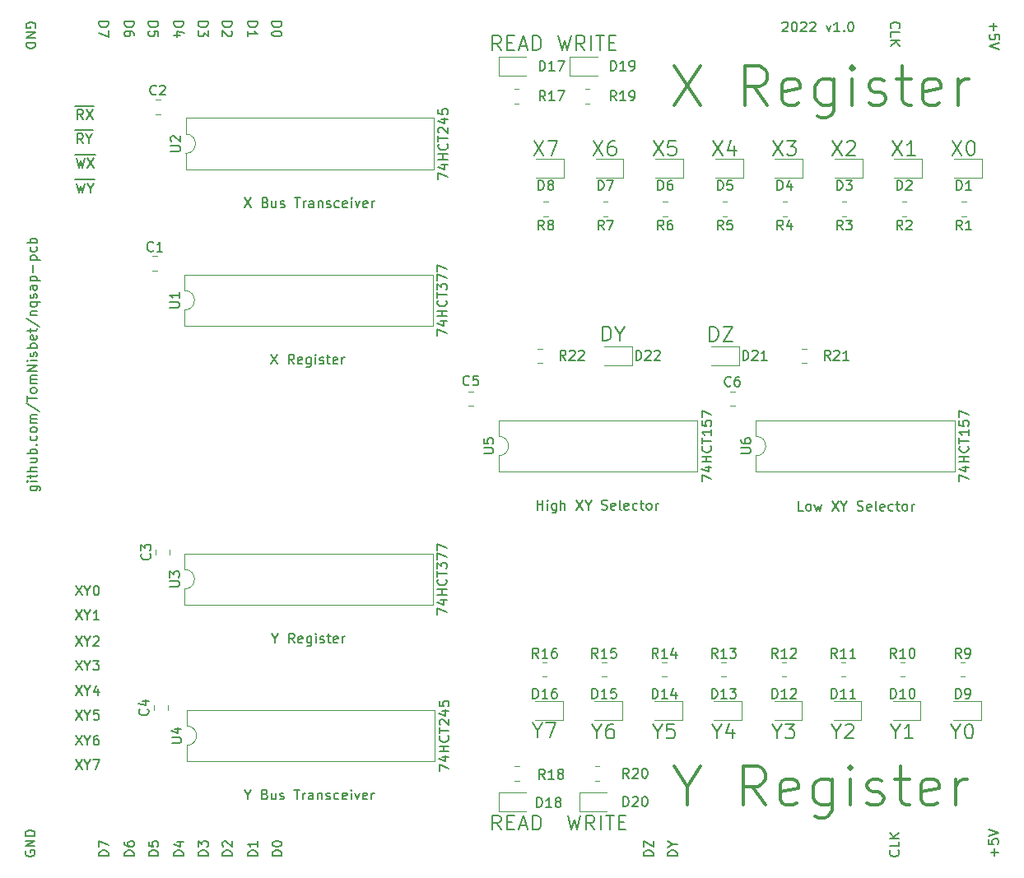
<source format=gto>
G04 #@! TF.GenerationSoftware,KiCad,Pcbnew,(5.1.9)-1*
G04 #@! TF.CreationDate,2022-07-23T11:33:05-04:00*
G04 #@! TF.ProjectId,xy-register,78792d72-6567-4697-9374-65722e6b6963,2.0*
G04 #@! TF.SameCoordinates,Original*
G04 #@! TF.FileFunction,Legend,Top*
G04 #@! TF.FilePolarity,Positive*
%FSLAX46Y46*%
G04 Gerber Fmt 4.6, Leading zero omitted, Abs format (unit mm)*
G04 Created by KiCad (PCBNEW (5.1.9)-1) date 2022-07-23 11:33:05*
%MOMM*%
%LPD*%
G01*
G04 APERTURE LIST*
%ADD10C,0.150000*%
%ADD11C,0.300000*%
%ADD12C,0.120000*%
%ADD13C,0.170000*%
%ADD14O,1.700000X1.700000*%
%ADD15R,1.700000X1.700000*%
%ADD16O,1.600000X1.600000*%
%ADD17R,1.600000X1.600000*%
G04 APERTURE END LIST*
D10*
X152952380Y-133864404D02*
X151952380Y-133864404D01*
X151952380Y-133626309D01*
X152000000Y-133483452D01*
X152095238Y-133388214D01*
X152190476Y-133340595D01*
X152380952Y-133292976D01*
X152523809Y-133292976D01*
X152714285Y-133340595D01*
X152809523Y-133388214D01*
X152904761Y-133483452D01*
X152952380Y-133626309D01*
X152952380Y-133864404D01*
X152476190Y-132673928D02*
X152952380Y-132673928D01*
X151952380Y-133007261D02*
X152476190Y-132673928D01*
X151952380Y-132340595D01*
X150452380Y-133864404D02*
X149452380Y-133864404D01*
X149452380Y-133626309D01*
X149500000Y-133483452D01*
X149595238Y-133388214D01*
X149690476Y-133340595D01*
X149880952Y-133292976D01*
X150023809Y-133292976D01*
X150214285Y-133340595D01*
X150309523Y-133388214D01*
X150404761Y-133483452D01*
X150452380Y-133626309D01*
X150452380Y-133864404D01*
X149452380Y-132959642D02*
X149452380Y-132292976D01*
X150452380Y-132959642D01*
X150452380Y-132292976D01*
X86900000Y-48659404D02*
X86947619Y-48564166D01*
X86947619Y-48421309D01*
X86900000Y-48278452D01*
X86804761Y-48183214D01*
X86709523Y-48135595D01*
X86519047Y-48087976D01*
X86376190Y-48087976D01*
X86185714Y-48135595D01*
X86090476Y-48183214D01*
X85995238Y-48278452D01*
X85947619Y-48421309D01*
X85947619Y-48516547D01*
X85995238Y-48659404D01*
X86042857Y-48707023D01*
X86376190Y-48707023D01*
X86376190Y-48516547D01*
X85947619Y-49135595D02*
X86947619Y-49135595D01*
X85947619Y-49707023D01*
X86947619Y-49707023D01*
X85947619Y-50183214D02*
X86947619Y-50183214D01*
X86947619Y-50421309D01*
X86900000Y-50564166D01*
X86804761Y-50659404D01*
X86709523Y-50707023D01*
X86519047Y-50754642D01*
X86376190Y-50754642D01*
X86185714Y-50707023D01*
X86090476Y-50659404D01*
X85995238Y-50564166D01*
X85947619Y-50421309D01*
X85947619Y-50183214D01*
X175657142Y-133292976D02*
X175704761Y-133340595D01*
X175752380Y-133483452D01*
X175752380Y-133578690D01*
X175704761Y-133721547D01*
X175609523Y-133816785D01*
X175514285Y-133864404D01*
X175323809Y-133912023D01*
X175180952Y-133912023D01*
X174990476Y-133864404D01*
X174895238Y-133816785D01*
X174800000Y-133721547D01*
X174752380Y-133578690D01*
X174752380Y-133483452D01*
X174800000Y-133340595D01*
X174847619Y-133292976D01*
X175752380Y-132388214D02*
X175752380Y-132864404D01*
X174752380Y-132864404D01*
X175752380Y-132054880D02*
X174752380Y-132054880D01*
X175752380Y-131483452D02*
X175180952Y-131912023D01*
X174752380Y-131483452D02*
X175323809Y-132054880D01*
X185428571Y-48135595D02*
X185428571Y-48897500D01*
X185047619Y-48516547D02*
X185809523Y-48516547D01*
X186047619Y-49849880D02*
X186047619Y-49373690D01*
X185571428Y-49326071D01*
X185619047Y-49373690D01*
X185666666Y-49468928D01*
X185666666Y-49707023D01*
X185619047Y-49802261D01*
X185571428Y-49849880D01*
X185476190Y-49897500D01*
X185238095Y-49897500D01*
X185142857Y-49849880D01*
X185095238Y-49802261D01*
X185047619Y-49707023D01*
X185047619Y-49468928D01*
X185095238Y-49373690D01*
X185142857Y-49326071D01*
X186047619Y-50183214D02*
X185047619Y-50516547D01*
X186047619Y-50849880D01*
X174942857Y-48707023D02*
X174895238Y-48659404D01*
X174847619Y-48516547D01*
X174847619Y-48421309D01*
X174895238Y-48278452D01*
X174990476Y-48183214D01*
X175085714Y-48135595D01*
X175276190Y-48087976D01*
X175419047Y-48087976D01*
X175609523Y-48135595D01*
X175704761Y-48183214D01*
X175800000Y-48278452D01*
X175847619Y-48421309D01*
X175847619Y-48516547D01*
X175800000Y-48659404D01*
X175752380Y-48707023D01*
X174847619Y-49611785D02*
X174847619Y-49135595D01*
X175847619Y-49135595D01*
X174847619Y-49945119D02*
X175847619Y-49945119D01*
X174847619Y-50516547D02*
X175419047Y-50087976D01*
X175847619Y-50516547D02*
X175276190Y-49945119D01*
X108747619Y-48035595D02*
X109747619Y-48035595D01*
X109747619Y-48273690D01*
X109700000Y-48416547D01*
X109604761Y-48511785D01*
X109509523Y-48559404D01*
X109319047Y-48607023D01*
X109176190Y-48607023D01*
X108985714Y-48559404D01*
X108890476Y-48511785D01*
X108795238Y-48416547D01*
X108747619Y-48273690D01*
X108747619Y-48035595D01*
X108747619Y-49559404D02*
X108747619Y-48987976D01*
X108747619Y-49273690D02*
X109747619Y-49273690D01*
X109604761Y-49178452D01*
X109509523Y-49083214D01*
X109461904Y-48987976D01*
X96047619Y-48035595D02*
X97047619Y-48035595D01*
X97047619Y-48273690D01*
X97000000Y-48416547D01*
X96904761Y-48511785D01*
X96809523Y-48559404D01*
X96619047Y-48607023D01*
X96476190Y-48607023D01*
X96285714Y-48559404D01*
X96190476Y-48511785D01*
X96095238Y-48416547D01*
X96047619Y-48273690D01*
X96047619Y-48035595D01*
X97047619Y-49464166D02*
X97047619Y-49273690D01*
X97000000Y-49178452D01*
X96952380Y-49130833D01*
X96809523Y-49035595D01*
X96619047Y-48987976D01*
X96238095Y-48987976D01*
X96142857Y-49035595D01*
X96095238Y-49083214D01*
X96047619Y-49178452D01*
X96047619Y-49368928D01*
X96095238Y-49464166D01*
X96142857Y-49511785D01*
X96238095Y-49559404D01*
X96476190Y-49559404D01*
X96571428Y-49511785D01*
X96619047Y-49464166D01*
X96666666Y-49368928D01*
X96666666Y-49178452D01*
X96619047Y-49083214D01*
X96571428Y-49035595D01*
X96476190Y-48987976D01*
X98547619Y-48035595D02*
X99547619Y-48035595D01*
X99547619Y-48273690D01*
X99500000Y-48416547D01*
X99404761Y-48511785D01*
X99309523Y-48559404D01*
X99119047Y-48607023D01*
X98976190Y-48607023D01*
X98785714Y-48559404D01*
X98690476Y-48511785D01*
X98595238Y-48416547D01*
X98547619Y-48273690D01*
X98547619Y-48035595D01*
X99547619Y-49511785D02*
X99547619Y-49035595D01*
X99071428Y-48987976D01*
X99119047Y-49035595D01*
X99166666Y-49130833D01*
X99166666Y-49368928D01*
X99119047Y-49464166D01*
X99071428Y-49511785D01*
X98976190Y-49559404D01*
X98738095Y-49559404D01*
X98642857Y-49511785D01*
X98595238Y-49464166D01*
X98547619Y-49368928D01*
X98547619Y-49130833D01*
X98595238Y-49035595D01*
X98642857Y-48987976D01*
X93447619Y-48035595D02*
X94447619Y-48035595D01*
X94447619Y-48273690D01*
X94400000Y-48416547D01*
X94304761Y-48511785D01*
X94209523Y-48559404D01*
X94019047Y-48607023D01*
X93876190Y-48607023D01*
X93685714Y-48559404D01*
X93590476Y-48511785D01*
X93495238Y-48416547D01*
X93447619Y-48273690D01*
X93447619Y-48035595D01*
X94447619Y-48940357D02*
X94447619Y-49607023D01*
X93447619Y-49178452D01*
X106147619Y-48035595D02*
X107147619Y-48035595D01*
X107147619Y-48273690D01*
X107100000Y-48416547D01*
X107004761Y-48511785D01*
X106909523Y-48559404D01*
X106719047Y-48607023D01*
X106576190Y-48607023D01*
X106385714Y-48559404D01*
X106290476Y-48511785D01*
X106195238Y-48416547D01*
X106147619Y-48273690D01*
X106147619Y-48035595D01*
X107052380Y-48987976D02*
X107100000Y-49035595D01*
X107147619Y-49130833D01*
X107147619Y-49368928D01*
X107100000Y-49464166D01*
X107052380Y-49511785D01*
X106957142Y-49559404D01*
X106861904Y-49559404D01*
X106719047Y-49511785D01*
X106147619Y-48940357D01*
X106147619Y-49559404D01*
X111247619Y-48035595D02*
X112247619Y-48035595D01*
X112247619Y-48273690D01*
X112200000Y-48416547D01*
X112104761Y-48511785D01*
X112009523Y-48559404D01*
X111819047Y-48607023D01*
X111676190Y-48607023D01*
X111485714Y-48559404D01*
X111390476Y-48511785D01*
X111295238Y-48416547D01*
X111247619Y-48273690D01*
X111247619Y-48035595D01*
X112247619Y-49226071D02*
X112247619Y-49321309D01*
X112200000Y-49416547D01*
X112152380Y-49464166D01*
X112057142Y-49511785D01*
X111866666Y-49559404D01*
X111628571Y-49559404D01*
X111438095Y-49511785D01*
X111342857Y-49464166D01*
X111295238Y-49416547D01*
X111247619Y-49321309D01*
X111247619Y-49226071D01*
X111295238Y-49130833D01*
X111342857Y-49083214D01*
X111438095Y-49035595D01*
X111628571Y-48987976D01*
X111866666Y-48987976D01*
X112057142Y-49035595D01*
X112152380Y-49083214D01*
X112200000Y-49130833D01*
X112247619Y-49226071D01*
X103647619Y-48035595D02*
X104647619Y-48035595D01*
X104647619Y-48273690D01*
X104600000Y-48416547D01*
X104504761Y-48511785D01*
X104409523Y-48559404D01*
X104219047Y-48607023D01*
X104076190Y-48607023D01*
X103885714Y-48559404D01*
X103790476Y-48511785D01*
X103695238Y-48416547D01*
X103647619Y-48273690D01*
X103647619Y-48035595D01*
X104647619Y-48940357D02*
X104647619Y-49559404D01*
X104266666Y-49226071D01*
X104266666Y-49368928D01*
X104219047Y-49464166D01*
X104171428Y-49511785D01*
X104076190Y-49559404D01*
X103838095Y-49559404D01*
X103742857Y-49511785D01*
X103695238Y-49464166D01*
X103647619Y-49368928D01*
X103647619Y-49083214D01*
X103695238Y-48987976D01*
X103742857Y-48940357D01*
X101147619Y-48035595D02*
X102147619Y-48035595D01*
X102147619Y-48273690D01*
X102100000Y-48416547D01*
X102004761Y-48511785D01*
X101909523Y-48559404D01*
X101719047Y-48607023D01*
X101576190Y-48607023D01*
X101385714Y-48559404D01*
X101290476Y-48511785D01*
X101195238Y-48416547D01*
X101147619Y-48273690D01*
X101147619Y-48035595D01*
X101814285Y-49464166D02*
X101147619Y-49464166D01*
X102195238Y-49226071D02*
X101480952Y-48987976D01*
X101480952Y-49607023D01*
X185571428Y-133864404D02*
X185571428Y-133102500D01*
X185952380Y-133483452D02*
X185190476Y-133483452D01*
X184952380Y-132150119D02*
X184952380Y-132626309D01*
X185428571Y-132673928D01*
X185380952Y-132626309D01*
X185333333Y-132531071D01*
X185333333Y-132292976D01*
X185380952Y-132197738D01*
X185428571Y-132150119D01*
X185523809Y-132102500D01*
X185761904Y-132102500D01*
X185857142Y-132150119D01*
X185904761Y-132197738D01*
X185952380Y-132292976D01*
X185952380Y-132531071D01*
X185904761Y-132626309D01*
X185857142Y-132673928D01*
X184952380Y-131816785D02*
X185952380Y-131483452D01*
X184952380Y-131150119D01*
X112252380Y-133864404D02*
X111252380Y-133864404D01*
X111252380Y-133626309D01*
X111300000Y-133483452D01*
X111395238Y-133388214D01*
X111490476Y-133340595D01*
X111680952Y-133292976D01*
X111823809Y-133292976D01*
X112014285Y-133340595D01*
X112109523Y-133388214D01*
X112204761Y-133483452D01*
X112252380Y-133626309D01*
X112252380Y-133864404D01*
X111252380Y-132673928D02*
X111252380Y-132578690D01*
X111300000Y-132483452D01*
X111347619Y-132435833D01*
X111442857Y-132388214D01*
X111633333Y-132340595D01*
X111871428Y-132340595D01*
X112061904Y-132388214D01*
X112157142Y-132435833D01*
X112204761Y-132483452D01*
X112252380Y-132578690D01*
X112252380Y-132673928D01*
X112204761Y-132769166D01*
X112157142Y-132816785D01*
X112061904Y-132864404D01*
X111871428Y-132912023D01*
X111633333Y-132912023D01*
X111442857Y-132864404D01*
X111347619Y-132816785D01*
X111300000Y-132769166D01*
X111252380Y-132673928D01*
X109752380Y-133864404D02*
X108752380Y-133864404D01*
X108752380Y-133626309D01*
X108800000Y-133483452D01*
X108895238Y-133388214D01*
X108990476Y-133340595D01*
X109180952Y-133292976D01*
X109323809Y-133292976D01*
X109514285Y-133340595D01*
X109609523Y-133388214D01*
X109704761Y-133483452D01*
X109752380Y-133626309D01*
X109752380Y-133864404D01*
X109752380Y-132340595D02*
X109752380Y-132912023D01*
X109752380Y-132626309D02*
X108752380Y-132626309D01*
X108895238Y-132721547D01*
X108990476Y-132816785D01*
X109038095Y-132912023D01*
X107152380Y-133864404D02*
X106152380Y-133864404D01*
X106152380Y-133626309D01*
X106200000Y-133483452D01*
X106295238Y-133388214D01*
X106390476Y-133340595D01*
X106580952Y-133292976D01*
X106723809Y-133292976D01*
X106914285Y-133340595D01*
X107009523Y-133388214D01*
X107104761Y-133483452D01*
X107152380Y-133626309D01*
X107152380Y-133864404D01*
X106247619Y-132912023D02*
X106200000Y-132864404D01*
X106152380Y-132769166D01*
X106152380Y-132531071D01*
X106200000Y-132435833D01*
X106247619Y-132388214D01*
X106342857Y-132340595D01*
X106438095Y-132340595D01*
X106580952Y-132388214D01*
X107152380Y-132959642D01*
X107152380Y-132340595D01*
X104652380Y-133864404D02*
X103652380Y-133864404D01*
X103652380Y-133626309D01*
X103700000Y-133483452D01*
X103795238Y-133388214D01*
X103890476Y-133340595D01*
X104080952Y-133292976D01*
X104223809Y-133292976D01*
X104414285Y-133340595D01*
X104509523Y-133388214D01*
X104604761Y-133483452D01*
X104652380Y-133626309D01*
X104652380Y-133864404D01*
X103652380Y-132959642D02*
X103652380Y-132340595D01*
X104033333Y-132673928D01*
X104033333Y-132531071D01*
X104080952Y-132435833D01*
X104128571Y-132388214D01*
X104223809Y-132340595D01*
X104461904Y-132340595D01*
X104557142Y-132388214D01*
X104604761Y-132435833D01*
X104652380Y-132531071D01*
X104652380Y-132816785D01*
X104604761Y-132912023D01*
X104557142Y-132959642D01*
X102152380Y-133864404D02*
X101152380Y-133864404D01*
X101152380Y-133626309D01*
X101200000Y-133483452D01*
X101295238Y-133388214D01*
X101390476Y-133340595D01*
X101580952Y-133292976D01*
X101723809Y-133292976D01*
X101914285Y-133340595D01*
X102009523Y-133388214D01*
X102104761Y-133483452D01*
X102152380Y-133626309D01*
X102152380Y-133864404D01*
X101485714Y-132435833D02*
X102152380Y-132435833D01*
X101104761Y-132673928D02*
X101819047Y-132912023D01*
X101819047Y-132292976D01*
X99552380Y-133864404D02*
X98552380Y-133864404D01*
X98552380Y-133626309D01*
X98600000Y-133483452D01*
X98695238Y-133388214D01*
X98790476Y-133340595D01*
X98980952Y-133292976D01*
X99123809Y-133292976D01*
X99314285Y-133340595D01*
X99409523Y-133388214D01*
X99504761Y-133483452D01*
X99552380Y-133626309D01*
X99552380Y-133864404D01*
X98552380Y-132388214D02*
X98552380Y-132864404D01*
X99028571Y-132912023D01*
X98980952Y-132864404D01*
X98933333Y-132769166D01*
X98933333Y-132531071D01*
X98980952Y-132435833D01*
X99028571Y-132388214D01*
X99123809Y-132340595D01*
X99361904Y-132340595D01*
X99457142Y-132388214D01*
X99504761Y-132435833D01*
X99552380Y-132531071D01*
X99552380Y-132769166D01*
X99504761Y-132864404D01*
X99457142Y-132912023D01*
X97052380Y-133864404D02*
X96052380Y-133864404D01*
X96052380Y-133626309D01*
X96100000Y-133483452D01*
X96195238Y-133388214D01*
X96290476Y-133340595D01*
X96480952Y-133292976D01*
X96623809Y-133292976D01*
X96814285Y-133340595D01*
X96909523Y-133388214D01*
X97004761Y-133483452D01*
X97052380Y-133626309D01*
X97052380Y-133864404D01*
X96052380Y-132435833D02*
X96052380Y-132626309D01*
X96100000Y-132721547D01*
X96147619Y-132769166D01*
X96290476Y-132864404D01*
X96480952Y-132912023D01*
X96861904Y-132912023D01*
X96957142Y-132864404D01*
X97004761Y-132816785D01*
X97052380Y-132721547D01*
X97052380Y-132531071D01*
X97004761Y-132435833D01*
X96957142Y-132388214D01*
X96861904Y-132340595D01*
X96623809Y-132340595D01*
X96528571Y-132388214D01*
X96480952Y-132435833D01*
X96433333Y-132531071D01*
X96433333Y-132721547D01*
X96480952Y-132816785D01*
X96528571Y-132864404D01*
X96623809Y-132912023D01*
X94452380Y-133864404D02*
X93452380Y-133864404D01*
X93452380Y-133626309D01*
X93500000Y-133483452D01*
X93595238Y-133388214D01*
X93690476Y-133340595D01*
X93880952Y-133292976D01*
X94023809Y-133292976D01*
X94214285Y-133340595D01*
X94309523Y-133388214D01*
X94404761Y-133483452D01*
X94452380Y-133626309D01*
X94452380Y-133864404D01*
X93452380Y-132959642D02*
X93452380Y-132292976D01*
X94452380Y-132721547D01*
X85900000Y-133340595D02*
X85852380Y-133435833D01*
X85852380Y-133578690D01*
X85900000Y-133721547D01*
X85995238Y-133816785D01*
X86090476Y-133864404D01*
X86280952Y-133912023D01*
X86423809Y-133912023D01*
X86614285Y-133864404D01*
X86709523Y-133816785D01*
X86804761Y-133721547D01*
X86852380Y-133578690D01*
X86852380Y-133483452D01*
X86804761Y-133340595D01*
X86757142Y-133292976D01*
X86423809Y-133292976D01*
X86423809Y-133483452D01*
X86852380Y-132864404D02*
X85852380Y-132864404D01*
X86852380Y-132292976D01*
X85852380Y-132292976D01*
X86852380Y-131816785D02*
X85852380Y-131816785D01*
X85852380Y-131578690D01*
X85900000Y-131435833D01*
X85995238Y-131340595D01*
X86090476Y-131292976D01*
X86280952Y-131245357D01*
X86423809Y-131245357D01*
X86614285Y-131292976D01*
X86709523Y-131340595D01*
X86804761Y-131435833D01*
X86852380Y-131578690D01*
X86852380Y-131816785D01*
X90997500Y-56685000D02*
X91997500Y-56685000D01*
X91807023Y-58052380D02*
X91473690Y-57576190D01*
X91235595Y-58052380D02*
X91235595Y-57052380D01*
X91616547Y-57052380D01*
X91711785Y-57100000D01*
X91759404Y-57147619D01*
X91807023Y-57242857D01*
X91807023Y-57385714D01*
X91759404Y-57480952D01*
X91711785Y-57528571D01*
X91616547Y-57576190D01*
X91235595Y-57576190D01*
X91997500Y-56685000D02*
X92949880Y-56685000D01*
X92140357Y-57052380D02*
X92807023Y-58052380D01*
X92807023Y-57052380D02*
X92140357Y-58052380D01*
X90997500Y-64285000D02*
X92140357Y-64285000D01*
X91140357Y-64652380D02*
X91378452Y-65652380D01*
X91568928Y-64938095D01*
X91759404Y-65652380D01*
X91997500Y-64652380D01*
X92140357Y-64285000D02*
X92997500Y-64285000D01*
X92568928Y-65176190D02*
X92568928Y-65652380D01*
X92235595Y-64652380D02*
X92568928Y-65176190D01*
X92902261Y-64652380D01*
X90997500Y-61685000D02*
X92140357Y-61685000D01*
X91140357Y-62052380D02*
X91378452Y-63052380D01*
X91568928Y-62338095D01*
X91759404Y-63052380D01*
X91997500Y-62052380D01*
X92140357Y-61685000D02*
X93092738Y-61685000D01*
X92283214Y-62052380D02*
X92949880Y-63052380D01*
X92949880Y-62052380D02*
X92283214Y-63052380D01*
X90997500Y-59185000D02*
X91997500Y-59185000D01*
X91807023Y-60552380D02*
X91473690Y-60076190D01*
X91235595Y-60552380D02*
X91235595Y-59552380D01*
X91616547Y-59552380D01*
X91711785Y-59600000D01*
X91759404Y-59647619D01*
X91807023Y-59742857D01*
X91807023Y-59885714D01*
X91759404Y-59980952D01*
X91711785Y-60028571D01*
X91616547Y-60076190D01*
X91235595Y-60076190D01*
X91997500Y-59185000D02*
X92854642Y-59185000D01*
X92426071Y-60076190D02*
X92426071Y-60552380D01*
X92092738Y-59552380D02*
X92426071Y-60076190D01*
X92759404Y-59552380D01*
X91040357Y-123952380D02*
X91707023Y-124952380D01*
X91707023Y-123952380D02*
X91040357Y-124952380D01*
X92278452Y-124476190D02*
X92278452Y-124952380D01*
X91945119Y-123952380D02*
X92278452Y-124476190D01*
X92611785Y-123952380D01*
X92849880Y-123952380D02*
X93516547Y-123952380D01*
X93087976Y-124952380D01*
X91040357Y-118852380D02*
X91707023Y-119852380D01*
X91707023Y-118852380D02*
X91040357Y-119852380D01*
X92278452Y-119376190D02*
X92278452Y-119852380D01*
X91945119Y-118852380D02*
X92278452Y-119376190D01*
X92611785Y-118852380D01*
X93421309Y-118852380D02*
X92945119Y-118852380D01*
X92897500Y-119328571D01*
X92945119Y-119280952D01*
X93040357Y-119233333D01*
X93278452Y-119233333D01*
X93373690Y-119280952D01*
X93421309Y-119328571D01*
X93468928Y-119423809D01*
X93468928Y-119661904D01*
X93421309Y-119757142D01*
X93373690Y-119804761D01*
X93278452Y-119852380D01*
X93040357Y-119852380D01*
X92945119Y-119804761D01*
X92897500Y-119757142D01*
X91040357Y-116352380D02*
X91707023Y-117352380D01*
X91707023Y-116352380D02*
X91040357Y-117352380D01*
X92278452Y-116876190D02*
X92278452Y-117352380D01*
X91945119Y-116352380D02*
X92278452Y-116876190D01*
X92611785Y-116352380D01*
X93373690Y-116685714D02*
X93373690Y-117352380D01*
X93135595Y-116304761D02*
X92897500Y-117019047D01*
X93516547Y-117019047D01*
X91040357Y-121452380D02*
X91707023Y-122452380D01*
X91707023Y-121452380D02*
X91040357Y-122452380D01*
X92278452Y-121976190D02*
X92278452Y-122452380D01*
X91945119Y-121452380D02*
X92278452Y-121976190D01*
X92611785Y-121452380D01*
X93373690Y-121452380D02*
X93183214Y-121452380D01*
X93087976Y-121500000D01*
X93040357Y-121547619D01*
X92945119Y-121690476D01*
X92897500Y-121880952D01*
X92897500Y-122261904D01*
X92945119Y-122357142D01*
X92992738Y-122404761D01*
X93087976Y-122452380D01*
X93278452Y-122452380D01*
X93373690Y-122404761D01*
X93421309Y-122357142D01*
X93468928Y-122261904D01*
X93468928Y-122023809D01*
X93421309Y-121928571D01*
X93373690Y-121880952D01*
X93278452Y-121833333D01*
X93087976Y-121833333D01*
X92992738Y-121880952D01*
X92945119Y-121928571D01*
X92897500Y-122023809D01*
X91040357Y-113752380D02*
X91707023Y-114752380D01*
X91707023Y-113752380D02*
X91040357Y-114752380D01*
X92278452Y-114276190D02*
X92278452Y-114752380D01*
X91945119Y-113752380D02*
X92278452Y-114276190D01*
X92611785Y-113752380D01*
X92849880Y-113752380D02*
X93468928Y-113752380D01*
X93135595Y-114133333D01*
X93278452Y-114133333D01*
X93373690Y-114180952D01*
X93421309Y-114228571D01*
X93468928Y-114323809D01*
X93468928Y-114561904D01*
X93421309Y-114657142D01*
X93373690Y-114704761D01*
X93278452Y-114752380D01*
X92992738Y-114752380D01*
X92897500Y-114704761D01*
X92849880Y-114657142D01*
X91040357Y-106052380D02*
X91707023Y-107052380D01*
X91707023Y-106052380D02*
X91040357Y-107052380D01*
X92278452Y-106576190D02*
X92278452Y-107052380D01*
X91945119Y-106052380D02*
X92278452Y-106576190D01*
X92611785Y-106052380D01*
X93135595Y-106052380D02*
X93230833Y-106052380D01*
X93326071Y-106100000D01*
X93373690Y-106147619D01*
X93421309Y-106242857D01*
X93468928Y-106433333D01*
X93468928Y-106671428D01*
X93421309Y-106861904D01*
X93373690Y-106957142D01*
X93326071Y-107004761D01*
X93230833Y-107052380D01*
X93135595Y-107052380D01*
X93040357Y-107004761D01*
X92992738Y-106957142D01*
X92945119Y-106861904D01*
X92897500Y-106671428D01*
X92897500Y-106433333D01*
X92945119Y-106242857D01*
X92992738Y-106147619D01*
X93040357Y-106100000D01*
X93135595Y-106052380D01*
X91040357Y-111252380D02*
X91707023Y-112252380D01*
X91707023Y-111252380D02*
X91040357Y-112252380D01*
X92278452Y-111776190D02*
X92278452Y-112252380D01*
X91945119Y-111252380D02*
X92278452Y-111776190D01*
X92611785Y-111252380D01*
X92897500Y-111347619D02*
X92945119Y-111300000D01*
X93040357Y-111252380D01*
X93278452Y-111252380D01*
X93373690Y-111300000D01*
X93421309Y-111347619D01*
X93468928Y-111442857D01*
X93468928Y-111538095D01*
X93421309Y-111680952D01*
X92849880Y-112252380D01*
X93468928Y-112252380D01*
X91040357Y-108552380D02*
X91707023Y-109552380D01*
X91707023Y-108552380D02*
X91040357Y-109552380D01*
X92278452Y-109076190D02*
X92278452Y-109552380D01*
X91945119Y-108552380D02*
X92278452Y-109076190D01*
X92611785Y-108552380D01*
X93468928Y-109552380D02*
X92897500Y-109552380D01*
X93183214Y-109552380D02*
X93183214Y-108552380D01*
X93087976Y-108695238D01*
X92992738Y-108790476D01*
X92897500Y-108838095D01*
X86385714Y-95800000D02*
X87195238Y-95800000D01*
X87290476Y-95847619D01*
X87338095Y-95895238D01*
X87385714Y-95990476D01*
X87385714Y-96133333D01*
X87338095Y-96228571D01*
X87004761Y-95800000D02*
X87052380Y-95895238D01*
X87052380Y-96085714D01*
X87004761Y-96180952D01*
X86957142Y-96228571D01*
X86861904Y-96276190D01*
X86576190Y-96276190D01*
X86480952Y-96228571D01*
X86433333Y-96180952D01*
X86385714Y-96085714D01*
X86385714Y-95895238D01*
X86433333Y-95800000D01*
X87052380Y-95323809D02*
X86385714Y-95323809D01*
X86052380Y-95323809D02*
X86100000Y-95371428D01*
X86147619Y-95323809D01*
X86100000Y-95276190D01*
X86052380Y-95323809D01*
X86147619Y-95323809D01*
X86385714Y-94990476D02*
X86385714Y-94609523D01*
X86052380Y-94847619D02*
X86909523Y-94847619D01*
X87004761Y-94800000D01*
X87052380Y-94704761D01*
X87052380Y-94609523D01*
X87052380Y-94276190D02*
X86052380Y-94276190D01*
X87052380Y-93847619D02*
X86528571Y-93847619D01*
X86433333Y-93895238D01*
X86385714Y-93990476D01*
X86385714Y-94133333D01*
X86433333Y-94228571D01*
X86480952Y-94276190D01*
X86385714Y-92942857D02*
X87052380Y-92942857D01*
X86385714Y-93371428D02*
X86909523Y-93371428D01*
X87004761Y-93323809D01*
X87052380Y-93228571D01*
X87052380Y-93085714D01*
X87004761Y-92990476D01*
X86957142Y-92942857D01*
X87052380Y-92466666D02*
X86052380Y-92466666D01*
X86433333Y-92466666D02*
X86385714Y-92371428D01*
X86385714Y-92180952D01*
X86433333Y-92085714D01*
X86480952Y-92038095D01*
X86576190Y-91990476D01*
X86861904Y-91990476D01*
X86957142Y-92038095D01*
X87004761Y-92085714D01*
X87052380Y-92180952D01*
X87052380Y-92371428D01*
X87004761Y-92466666D01*
X86957142Y-91561904D02*
X87004761Y-91514285D01*
X87052380Y-91561904D01*
X87004761Y-91609523D01*
X86957142Y-91561904D01*
X87052380Y-91561904D01*
X87004761Y-90657142D02*
X87052380Y-90752380D01*
X87052380Y-90942857D01*
X87004761Y-91038095D01*
X86957142Y-91085714D01*
X86861904Y-91133333D01*
X86576190Y-91133333D01*
X86480952Y-91085714D01*
X86433333Y-91038095D01*
X86385714Y-90942857D01*
X86385714Y-90752380D01*
X86433333Y-90657142D01*
X87052380Y-90085714D02*
X87004761Y-90180952D01*
X86957142Y-90228571D01*
X86861904Y-90276190D01*
X86576190Y-90276190D01*
X86480952Y-90228571D01*
X86433333Y-90180952D01*
X86385714Y-90085714D01*
X86385714Y-89942857D01*
X86433333Y-89847619D01*
X86480952Y-89800000D01*
X86576190Y-89752380D01*
X86861904Y-89752380D01*
X86957142Y-89800000D01*
X87004761Y-89847619D01*
X87052380Y-89942857D01*
X87052380Y-90085714D01*
X87052380Y-89323809D02*
X86385714Y-89323809D01*
X86480952Y-89323809D02*
X86433333Y-89276190D01*
X86385714Y-89180952D01*
X86385714Y-89038095D01*
X86433333Y-88942857D01*
X86528571Y-88895238D01*
X87052380Y-88895238D01*
X86528571Y-88895238D02*
X86433333Y-88847619D01*
X86385714Y-88752380D01*
X86385714Y-88609523D01*
X86433333Y-88514285D01*
X86528571Y-88466666D01*
X87052380Y-88466666D01*
X86004761Y-87276190D02*
X87290476Y-88133333D01*
X86052380Y-87085714D02*
X86052380Y-86514285D01*
X87052380Y-86800000D02*
X86052380Y-86800000D01*
X87052380Y-86038095D02*
X87004761Y-86133333D01*
X86957142Y-86180952D01*
X86861904Y-86228571D01*
X86576190Y-86228571D01*
X86480952Y-86180952D01*
X86433333Y-86133333D01*
X86385714Y-86038095D01*
X86385714Y-85895238D01*
X86433333Y-85800000D01*
X86480952Y-85752380D01*
X86576190Y-85704761D01*
X86861904Y-85704761D01*
X86957142Y-85752380D01*
X87004761Y-85800000D01*
X87052380Y-85895238D01*
X87052380Y-86038095D01*
X87052380Y-85276190D02*
X86385714Y-85276190D01*
X86480952Y-85276190D02*
X86433333Y-85228571D01*
X86385714Y-85133333D01*
X86385714Y-84990476D01*
X86433333Y-84895238D01*
X86528571Y-84847619D01*
X87052380Y-84847619D01*
X86528571Y-84847619D02*
X86433333Y-84800000D01*
X86385714Y-84704761D01*
X86385714Y-84561904D01*
X86433333Y-84466666D01*
X86528571Y-84419047D01*
X87052380Y-84419047D01*
X87052380Y-83942857D02*
X86052380Y-83942857D01*
X87052380Y-83371428D01*
X86052380Y-83371428D01*
X87052380Y-82895238D02*
X86385714Y-82895238D01*
X86052380Y-82895238D02*
X86100000Y-82942857D01*
X86147619Y-82895238D01*
X86100000Y-82847619D01*
X86052380Y-82895238D01*
X86147619Y-82895238D01*
X87004761Y-82466666D02*
X87052380Y-82371428D01*
X87052380Y-82180952D01*
X87004761Y-82085714D01*
X86909523Y-82038095D01*
X86861904Y-82038095D01*
X86766666Y-82085714D01*
X86719047Y-82180952D01*
X86719047Y-82323809D01*
X86671428Y-82419047D01*
X86576190Y-82466666D01*
X86528571Y-82466666D01*
X86433333Y-82419047D01*
X86385714Y-82323809D01*
X86385714Y-82180952D01*
X86433333Y-82085714D01*
X87052380Y-81609523D02*
X86052380Y-81609523D01*
X86433333Y-81609523D02*
X86385714Y-81514285D01*
X86385714Y-81323809D01*
X86433333Y-81228571D01*
X86480952Y-81180952D01*
X86576190Y-81133333D01*
X86861904Y-81133333D01*
X86957142Y-81180952D01*
X87004761Y-81228571D01*
X87052380Y-81323809D01*
X87052380Y-81514285D01*
X87004761Y-81609523D01*
X87004761Y-80323809D02*
X87052380Y-80419047D01*
X87052380Y-80609523D01*
X87004761Y-80704761D01*
X86909523Y-80752380D01*
X86528571Y-80752380D01*
X86433333Y-80704761D01*
X86385714Y-80609523D01*
X86385714Y-80419047D01*
X86433333Y-80323809D01*
X86528571Y-80276190D01*
X86623809Y-80276190D01*
X86719047Y-80752380D01*
X86385714Y-79990476D02*
X86385714Y-79609523D01*
X86052380Y-79847619D02*
X86909523Y-79847619D01*
X87004761Y-79800000D01*
X87052380Y-79704761D01*
X87052380Y-79609523D01*
X86004761Y-78561904D02*
X87290476Y-79419047D01*
X86385714Y-78228571D02*
X87052380Y-78228571D01*
X86480952Y-78228571D02*
X86433333Y-78180952D01*
X86385714Y-78085714D01*
X86385714Y-77942857D01*
X86433333Y-77847619D01*
X86528571Y-77800000D01*
X87052380Y-77800000D01*
X86385714Y-76895238D02*
X87385714Y-76895238D01*
X87004761Y-76895238D02*
X87052380Y-76990476D01*
X87052380Y-77180952D01*
X87004761Y-77276190D01*
X86957142Y-77323809D01*
X86861904Y-77371428D01*
X86576190Y-77371428D01*
X86480952Y-77323809D01*
X86433333Y-77276190D01*
X86385714Y-77180952D01*
X86385714Y-76990476D01*
X86433333Y-76895238D01*
X87004761Y-76466666D02*
X87052380Y-76371428D01*
X87052380Y-76180952D01*
X87004761Y-76085714D01*
X86909523Y-76038095D01*
X86861904Y-76038095D01*
X86766666Y-76085714D01*
X86719047Y-76180952D01*
X86719047Y-76323809D01*
X86671428Y-76419047D01*
X86576190Y-76466666D01*
X86528571Y-76466666D01*
X86433333Y-76419047D01*
X86385714Y-76323809D01*
X86385714Y-76180952D01*
X86433333Y-76085714D01*
X87052380Y-75180952D02*
X86528571Y-75180952D01*
X86433333Y-75228571D01*
X86385714Y-75323809D01*
X86385714Y-75514285D01*
X86433333Y-75609523D01*
X87004761Y-75180952D02*
X87052380Y-75276190D01*
X87052380Y-75514285D01*
X87004761Y-75609523D01*
X86909523Y-75657142D01*
X86814285Y-75657142D01*
X86719047Y-75609523D01*
X86671428Y-75514285D01*
X86671428Y-75276190D01*
X86623809Y-75180952D01*
X86385714Y-74704761D02*
X87385714Y-74704761D01*
X86433333Y-74704761D02*
X86385714Y-74609523D01*
X86385714Y-74419047D01*
X86433333Y-74323809D01*
X86480952Y-74276190D01*
X86576190Y-74228571D01*
X86861904Y-74228571D01*
X86957142Y-74276190D01*
X87004761Y-74323809D01*
X87052380Y-74419047D01*
X87052380Y-74609523D01*
X87004761Y-74704761D01*
X86671428Y-73800000D02*
X86671428Y-73038095D01*
X86385714Y-72561904D02*
X87385714Y-72561904D01*
X86433333Y-72561904D02*
X86385714Y-72466666D01*
X86385714Y-72276190D01*
X86433333Y-72180952D01*
X86480952Y-72133333D01*
X86576190Y-72085714D01*
X86861904Y-72085714D01*
X86957142Y-72133333D01*
X87004761Y-72180952D01*
X87052380Y-72276190D01*
X87052380Y-72466666D01*
X87004761Y-72561904D01*
X87004761Y-71228571D02*
X87052380Y-71323809D01*
X87052380Y-71514285D01*
X87004761Y-71609523D01*
X86957142Y-71657142D01*
X86861904Y-71704761D01*
X86576190Y-71704761D01*
X86480952Y-71657142D01*
X86433333Y-71609523D01*
X86385714Y-71514285D01*
X86385714Y-71323809D01*
X86433333Y-71228571D01*
X87052380Y-70800000D02*
X86052380Y-70800000D01*
X86433333Y-70800000D02*
X86385714Y-70704761D01*
X86385714Y-70514285D01*
X86433333Y-70419047D01*
X86480952Y-70371428D01*
X86576190Y-70323809D01*
X86861904Y-70323809D01*
X86957142Y-70371428D01*
X87004761Y-70419047D01*
X87052380Y-70514285D01*
X87052380Y-70704761D01*
X87004761Y-70800000D01*
X163733333Y-48147619D02*
X163780952Y-48100000D01*
X163876190Y-48052380D01*
X164114285Y-48052380D01*
X164209523Y-48100000D01*
X164257142Y-48147619D01*
X164304761Y-48242857D01*
X164304761Y-48338095D01*
X164257142Y-48480952D01*
X163685714Y-49052380D01*
X164304761Y-49052380D01*
X164923809Y-48052380D02*
X165019047Y-48052380D01*
X165114285Y-48100000D01*
X165161904Y-48147619D01*
X165209523Y-48242857D01*
X165257142Y-48433333D01*
X165257142Y-48671428D01*
X165209523Y-48861904D01*
X165161904Y-48957142D01*
X165114285Y-49004761D01*
X165019047Y-49052380D01*
X164923809Y-49052380D01*
X164828571Y-49004761D01*
X164780952Y-48957142D01*
X164733333Y-48861904D01*
X164685714Y-48671428D01*
X164685714Y-48433333D01*
X164733333Y-48242857D01*
X164780952Y-48147619D01*
X164828571Y-48100000D01*
X164923809Y-48052380D01*
X165638095Y-48147619D02*
X165685714Y-48100000D01*
X165780952Y-48052380D01*
X166019047Y-48052380D01*
X166114285Y-48100000D01*
X166161904Y-48147619D01*
X166209523Y-48242857D01*
X166209523Y-48338095D01*
X166161904Y-48480952D01*
X165590476Y-49052380D01*
X166209523Y-49052380D01*
X166590476Y-48147619D02*
X166638095Y-48100000D01*
X166733333Y-48052380D01*
X166971428Y-48052380D01*
X167066666Y-48100000D01*
X167114285Y-48147619D01*
X167161904Y-48242857D01*
X167161904Y-48338095D01*
X167114285Y-48480952D01*
X166542857Y-49052380D01*
X167161904Y-49052380D01*
X168257142Y-48385714D02*
X168495238Y-49052380D01*
X168733333Y-48385714D01*
X169638095Y-49052380D02*
X169066666Y-49052380D01*
X169352380Y-49052380D02*
X169352380Y-48052380D01*
X169257142Y-48195238D01*
X169161904Y-48290476D01*
X169066666Y-48338095D01*
X170066666Y-48957142D02*
X170114285Y-49004761D01*
X170066666Y-49052380D01*
X170019047Y-49004761D01*
X170066666Y-48957142D01*
X170066666Y-49052380D01*
X170733333Y-48052380D02*
X170828571Y-48052380D01*
X170923809Y-48100000D01*
X170971428Y-48147619D01*
X171019047Y-48242857D01*
X171066666Y-48433333D01*
X171066666Y-48671428D01*
X171019047Y-48861904D01*
X170971428Y-48957142D01*
X170923809Y-49004761D01*
X170828571Y-49052380D01*
X170733333Y-49052380D01*
X170638095Y-49004761D01*
X170590476Y-48957142D01*
X170542857Y-48861904D01*
X170495238Y-48671428D01*
X170495238Y-48433333D01*
X170542857Y-48242857D01*
X170590476Y-48147619D01*
X170638095Y-48100000D01*
X170733333Y-48052380D01*
D11*
X152652380Y-52609523D02*
X155319047Y-56609523D01*
X155319047Y-52609523D02*
X152652380Y-56609523D01*
X162176190Y-56609523D02*
X160842857Y-54704761D01*
X159890476Y-56609523D02*
X159890476Y-52609523D01*
X161414285Y-52609523D01*
X161795238Y-52800000D01*
X161985714Y-52990476D01*
X162176190Y-53371428D01*
X162176190Y-53942857D01*
X161985714Y-54323809D01*
X161795238Y-54514285D01*
X161414285Y-54704761D01*
X159890476Y-54704761D01*
X165414285Y-56419047D02*
X165033333Y-56609523D01*
X164271428Y-56609523D01*
X163890476Y-56419047D01*
X163700000Y-56038095D01*
X163700000Y-54514285D01*
X163890476Y-54133333D01*
X164271428Y-53942857D01*
X165033333Y-53942857D01*
X165414285Y-54133333D01*
X165604761Y-54514285D01*
X165604761Y-54895238D01*
X163700000Y-55276190D01*
X169033333Y-53942857D02*
X169033333Y-57180952D01*
X168842857Y-57561904D01*
X168652380Y-57752380D01*
X168271428Y-57942857D01*
X167700000Y-57942857D01*
X167319047Y-57752380D01*
X169033333Y-56419047D02*
X168652380Y-56609523D01*
X167890476Y-56609523D01*
X167509523Y-56419047D01*
X167319047Y-56228571D01*
X167128571Y-55847619D01*
X167128571Y-54704761D01*
X167319047Y-54323809D01*
X167509523Y-54133333D01*
X167890476Y-53942857D01*
X168652380Y-53942857D01*
X169033333Y-54133333D01*
X170938095Y-56609523D02*
X170938095Y-53942857D01*
X170938095Y-52609523D02*
X170747619Y-52800000D01*
X170938095Y-52990476D01*
X171128571Y-52800000D01*
X170938095Y-52609523D01*
X170938095Y-52990476D01*
X172652380Y-56419047D02*
X173033333Y-56609523D01*
X173795238Y-56609523D01*
X174176190Y-56419047D01*
X174366666Y-56038095D01*
X174366666Y-55847619D01*
X174176190Y-55466666D01*
X173795238Y-55276190D01*
X173223809Y-55276190D01*
X172842857Y-55085714D01*
X172652380Y-54704761D01*
X172652380Y-54514285D01*
X172842857Y-54133333D01*
X173223809Y-53942857D01*
X173795238Y-53942857D01*
X174176190Y-54133333D01*
X175509523Y-53942857D02*
X177033333Y-53942857D01*
X176080952Y-52609523D02*
X176080952Y-56038095D01*
X176271428Y-56419047D01*
X176652380Y-56609523D01*
X177033333Y-56609523D01*
X179890476Y-56419047D02*
X179509523Y-56609523D01*
X178747619Y-56609523D01*
X178366666Y-56419047D01*
X178176190Y-56038095D01*
X178176190Y-54514285D01*
X178366666Y-54133333D01*
X178747619Y-53942857D01*
X179509523Y-53942857D01*
X179890476Y-54133333D01*
X180080952Y-54514285D01*
X180080952Y-54895238D01*
X178176190Y-55276190D01*
X181795238Y-56609523D02*
X181795238Y-53942857D01*
X181795238Y-54704761D02*
X181985714Y-54323809D01*
X182176190Y-54133333D01*
X182557142Y-53942857D01*
X182938095Y-53942857D01*
X153985714Y-126704761D02*
X153985714Y-128609523D01*
X152652380Y-124609523D02*
X153985714Y-126704761D01*
X155319047Y-124609523D01*
X161985714Y-128609523D02*
X160652380Y-126704761D01*
X159700000Y-128609523D02*
X159700000Y-124609523D01*
X161223809Y-124609523D01*
X161604761Y-124800000D01*
X161795238Y-124990476D01*
X161985714Y-125371428D01*
X161985714Y-125942857D01*
X161795238Y-126323809D01*
X161604761Y-126514285D01*
X161223809Y-126704761D01*
X159700000Y-126704761D01*
X165223809Y-128419047D02*
X164842857Y-128609523D01*
X164080952Y-128609523D01*
X163700000Y-128419047D01*
X163509523Y-128038095D01*
X163509523Y-126514285D01*
X163700000Y-126133333D01*
X164080952Y-125942857D01*
X164842857Y-125942857D01*
X165223809Y-126133333D01*
X165414285Y-126514285D01*
X165414285Y-126895238D01*
X163509523Y-127276190D01*
X168842857Y-125942857D02*
X168842857Y-129180952D01*
X168652380Y-129561904D01*
X168461904Y-129752380D01*
X168080952Y-129942857D01*
X167509523Y-129942857D01*
X167128571Y-129752380D01*
X168842857Y-128419047D02*
X168461904Y-128609523D01*
X167700000Y-128609523D01*
X167319047Y-128419047D01*
X167128571Y-128228571D01*
X166938095Y-127847619D01*
X166938095Y-126704761D01*
X167128571Y-126323809D01*
X167319047Y-126133333D01*
X167700000Y-125942857D01*
X168461904Y-125942857D01*
X168842857Y-126133333D01*
X170747619Y-128609523D02*
X170747619Y-125942857D01*
X170747619Y-124609523D02*
X170557142Y-124800000D01*
X170747619Y-124990476D01*
X170938095Y-124800000D01*
X170747619Y-124609523D01*
X170747619Y-124990476D01*
X172461904Y-128419047D02*
X172842857Y-128609523D01*
X173604761Y-128609523D01*
X173985714Y-128419047D01*
X174176190Y-128038095D01*
X174176190Y-127847619D01*
X173985714Y-127466666D01*
X173604761Y-127276190D01*
X173033333Y-127276190D01*
X172652380Y-127085714D01*
X172461904Y-126704761D01*
X172461904Y-126514285D01*
X172652380Y-126133333D01*
X173033333Y-125942857D01*
X173604761Y-125942857D01*
X173985714Y-126133333D01*
X175319047Y-125942857D02*
X176842857Y-125942857D01*
X175890476Y-124609523D02*
X175890476Y-128038095D01*
X176080952Y-128419047D01*
X176461904Y-128609523D01*
X176842857Y-128609523D01*
X179700000Y-128419047D02*
X179319047Y-128609523D01*
X178557142Y-128609523D01*
X178176190Y-128419047D01*
X177985714Y-128038095D01*
X177985714Y-126514285D01*
X178176190Y-126133333D01*
X178557142Y-125942857D01*
X179319047Y-125942857D01*
X179700000Y-126133333D01*
X179890476Y-126514285D01*
X179890476Y-126895238D01*
X177985714Y-127276190D01*
X181604761Y-128609523D02*
X181604761Y-125942857D01*
X181604761Y-126704761D02*
X181795238Y-126323809D01*
X181985714Y-126133333D01*
X182366666Y-125942857D01*
X182747619Y-125942857D01*
D12*
X144472936Y-126135000D02*
X144927064Y-126135000D01*
X144472936Y-124665000D02*
X144927064Y-124665000D01*
X136222936Y-126135000D02*
X136677064Y-126135000D01*
X136222936Y-124665000D02*
X136677064Y-124665000D01*
X142840000Y-129260000D02*
X145700000Y-129260000D01*
X142840000Y-127340000D02*
X142840000Y-129260000D01*
X145700000Y-127340000D02*
X142840000Y-127340000D01*
X134540000Y-129260000D02*
X137400000Y-129260000D01*
X134540000Y-127340000D02*
X134540000Y-129260000D01*
X137400000Y-127340000D02*
X134540000Y-127340000D01*
X102270000Y-106390000D02*
X102270000Y-108040000D01*
X102270000Y-108040000D02*
X127790000Y-108040000D01*
X127790000Y-108040000D02*
X127790000Y-102740000D01*
X127790000Y-102740000D02*
X102270000Y-102740000D01*
X102270000Y-102740000D02*
X102270000Y-104390000D01*
X102270000Y-104390000D02*
G75*
G02*
X102270000Y-106390000I0J-1000000D01*
G01*
X143927064Y-54965000D02*
X143472936Y-54965000D01*
X143927064Y-56435000D02*
X143472936Y-56435000D01*
X136172936Y-56435000D02*
X136627064Y-56435000D01*
X136172936Y-54965000D02*
X136627064Y-54965000D01*
X139072936Y-115435000D02*
X139527064Y-115435000D01*
X139072936Y-113965000D02*
X139527064Y-113965000D01*
X145172936Y-115435000D02*
X145627064Y-115435000D01*
X145172936Y-113965000D02*
X145627064Y-113965000D01*
X151372936Y-115435000D02*
X151827064Y-115435000D01*
X151372936Y-113965000D02*
X151827064Y-113965000D01*
X157472936Y-115435000D02*
X157927064Y-115435000D01*
X157472936Y-113965000D02*
X157927064Y-113965000D01*
X163672936Y-115435000D02*
X164127064Y-115435000D01*
X163672936Y-113965000D02*
X164127064Y-113965000D01*
X169772936Y-115435000D02*
X170227064Y-115435000D01*
X169772936Y-113965000D02*
X170227064Y-113965000D01*
X175872936Y-115435000D02*
X176327064Y-115435000D01*
X175872936Y-113965000D02*
X176327064Y-113965000D01*
X182072936Y-115435000D02*
X182527064Y-115435000D01*
X182072936Y-113965000D02*
X182527064Y-113965000D01*
X141840000Y-53560000D02*
X144700000Y-53560000D01*
X141840000Y-51640000D02*
X141840000Y-53560000D01*
X144700000Y-51640000D02*
X141840000Y-51640000D01*
X134540000Y-53560000D02*
X137400000Y-53560000D01*
X134540000Y-51640000D02*
X134540000Y-53560000D01*
X137400000Y-51640000D02*
X134540000Y-51640000D01*
X141160000Y-117940000D02*
X138300000Y-117940000D01*
X141160000Y-119860000D02*
X141160000Y-117940000D01*
X138300000Y-119860000D02*
X141160000Y-119860000D01*
X147260000Y-117940000D02*
X144400000Y-117940000D01*
X147260000Y-119860000D02*
X147260000Y-117940000D01*
X144400000Y-119860000D02*
X147260000Y-119860000D01*
X153460000Y-117940000D02*
X150600000Y-117940000D01*
X153460000Y-119860000D02*
X153460000Y-117940000D01*
X150600000Y-119860000D02*
X153460000Y-119860000D01*
X159560000Y-117940000D02*
X156700000Y-117940000D01*
X159560000Y-119860000D02*
X159560000Y-117940000D01*
X156700000Y-119860000D02*
X159560000Y-119860000D01*
X165760000Y-117940000D02*
X162900000Y-117940000D01*
X165760000Y-119860000D02*
X165760000Y-117940000D01*
X162900000Y-119860000D02*
X165760000Y-119860000D01*
X171860000Y-117940000D02*
X169000000Y-117940000D01*
X171860000Y-119860000D02*
X171860000Y-117940000D01*
X169000000Y-119860000D02*
X171860000Y-119860000D01*
X177960000Y-117940000D02*
X175100000Y-117940000D01*
X177960000Y-119860000D02*
X177960000Y-117940000D01*
X175100000Y-119860000D02*
X177960000Y-119860000D01*
X184160000Y-117940000D02*
X181300000Y-117940000D01*
X184160000Y-119860000D02*
X184160000Y-117940000D01*
X181300000Y-119860000D02*
X184160000Y-119860000D01*
X161030000Y-89040000D02*
X161030000Y-90690000D01*
X181470000Y-89040000D02*
X161030000Y-89040000D01*
X181470000Y-94340000D02*
X181470000Y-89040000D01*
X161030000Y-94340000D02*
X181470000Y-94340000D01*
X161030000Y-92690000D02*
X161030000Y-94340000D01*
X161030000Y-90690000D02*
G75*
G02*
X161030000Y-92690000I0J-1000000D01*
G01*
X134570000Y-89040000D02*
X134570000Y-90690000D01*
X155010000Y-89040000D02*
X134570000Y-89040000D01*
X155010000Y-94340000D02*
X155010000Y-89040000D01*
X134570000Y-94340000D02*
X155010000Y-94340000D01*
X134570000Y-92690000D02*
X134570000Y-94340000D01*
X134570000Y-90690000D02*
G75*
G02*
X134570000Y-92690000I0J-1000000D01*
G01*
X139027064Y-81665000D02*
X138572936Y-81665000D01*
X139027064Y-83135000D02*
X138572936Y-83135000D01*
X148260000Y-81440000D02*
X145400000Y-81440000D01*
X148260000Y-83360000D02*
X148260000Y-81440000D01*
X145400000Y-83360000D02*
X148260000Y-83360000D01*
X165772936Y-81665000D02*
X166227064Y-81665000D01*
X165772936Y-83135000D02*
X166227064Y-83135000D01*
X156400000Y-83360000D02*
X159260000Y-83360000D01*
X159260000Y-83360000D02*
X159260000Y-81440000D01*
X159260000Y-81440000D02*
X156400000Y-81440000D01*
X99065000Y-118861252D02*
X99065000Y-118338748D01*
X100535000Y-118861252D02*
X100535000Y-118338748D01*
X99265000Y-102861252D02*
X99265000Y-102338748D01*
X100735000Y-102861252D02*
X100735000Y-102338748D01*
X99238748Y-56065000D02*
X99761252Y-56065000D01*
X99238748Y-57535000D02*
X99761252Y-57535000D01*
X98938748Y-72165000D02*
X99461252Y-72165000D01*
X98938748Y-73635000D02*
X99461252Y-73635000D01*
X158338748Y-86065000D02*
X158861252Y-86065000D01*
X158338748Y-87535000D02*
X158861252Y-87535000D01*
X131438748Y-86065000D02*
X131961252Y-86065000D01*
X131438748Y-87535000D02*
X131961252Y-87535000D01*
X102370000Y-61590000D02*
X102370000Y-63240000D01*
X102370000Y-63240000D02*
X127890000Y-63240000D01*
X127890000Y-63240000D02*
X127890000Y-57940000D01*
X127890000Y-57940000D02*
X102370000Y-57940000D01*
X102370000Y-57940000D02*
X102370000Y-59590000D01*
X102370000Y-59590000D02*
G75*
G02*
X102370000Y-61590000I0J-1000000D01*
G01*
X102270000Y-77690000D02*
X102270000Y-79340000D01*
X102270000Y-79340000D02*
X127790000Y-79340000D01*
X127790000Y-79340000D02*
X127790000Y-74040000D01*
X127790000Y-74040000D02*
X102270000Y-74040000D01*
X102270000Y-74040000D02*
X102270000Y-75690000D01*
X102270000Y-75690000D02*
G75*
G02*
X102270000Y-77690000I0J-1000000D01*
G01*
X102470000Y-122490000D02*
X102470000Y-124140000D01*
X102470000Y-124140000D02*
X127990000Y-124140000D01*
X127990000Y-124140000D02*
X127990000Y-118840000D01*
X127990000Y-118840000D02*
X102470000Y-118840000D01*
X102470000Y-118840000D02*
X102470000Y-120490000D01*
X102470000Y-120490000D02*
G75*
G02*
X102470000Y-122490000I0J-1000000D01*
G01*
X139172936Y-66565000D02*
X139627064Y-66565000D01*
X139172936Y-68035000D02*
X139627064Y-68035000D01*
X145315793Y-66565000D02*
X145769921Y-66565000D01*
X145315793Y-68035000D02*
X145769921Y-68035000D01*
X151458650Y-66565000D02*
X151912778Y-66565000D01*
X151458650Y-68035000D02*
X151912778Y-68035000D01*
X157601507Y-66565000D02*
X158055635Y-66565000D01*
X157601507Y-68035000D02*
X158055635Y-68035000D01*
X163744364Y-66565000D02*
X164198492Y-66565000D01*
X163744364Y-68035000D02*
X164198492Y-68035000D01*
X169887221Y-66565000D02*
X170341349Y-66565000D01*
X169887221Y-68035000D02*
X170341349Y-68035000D01*
X176030078Y-66565000D02*
X176484206Y-66565000D01*
X176030078Y-68035000D02*
X176484206Y-68035000D01*
X182172936Y-66565000D02*
X182627064Y-66565000D01*
X182172936Y-68035000D02*
X182627064Y-68035000D01*
X138400000Y-64060000D02*
X141260000Y-64060000D01*
X141260000Y-64060000D02*
X141260000Y-62140000D01*
X141260000Y-62140000D02*
X138400000Y-62140000D01*
X144542857Y-64060000D02*
X147402857Y-64060000D01*
X147402857Y-64060000D02*
X147402857Y-62140000D01*
X147402857Y-62140000D02*
X144542857Y-62140000D01*
X150685714Y-64060000D02*
X153545714Y-64060000D01*
X153545714Y-64060000D02*
X153545714Y-62140000D01*
X153545714Y-62140000D02*
X150685714Y-62140000D01*
X156828571Y-64060000D02*
X159688571Y-64060000D01*
X159688571Y-64060000D02*
X159688571Y-62140000D01*
X159688571Y-62140000D02*
X156828571Y-62140000D01*
X162971428Y-64060000D02*
X165831428Y-64060000D01*
X165831428Y-64060000D02*
X165831428Y-62140000D01*
X165831428Y-62140000D02*
X162971428Y-62140000D01*
X169114285Y-64060000D02*
X171974285Y-64060000D01*
X171974285Y-64060000D02*
X171974285Y-62140000D01*
X171974285Y-62140000D02*
X169114285Y-62140000D01*
X175257142Y-64060000D02*
X178117142Y-64060000D01*
X178117142Y-64060000D02*
X178117142Y-62140000D01*
X178117142Y-62140000D02*
X175257142Y-62140000D01*
X181400000Y-64060000D02*
X184260000Y-64060000D01*
X184260000Y-64060000D02*
X184260000Y-62140000D01*
X184260000Y-62140000D02*
X181400000Y-62140000D01*
D10*
X147957142Y-125852380D02*
X147623809Y-125376190D01*
X147385714Y-125852380D02*
X147385714Y-124852380D01*
X147766666Y-124852380D01*
X147861904Y-124900000D01*
X147909523Y-124947619D01*
X147957142Y-125042857D01*
X147957142Y-125185714D01*
X147909523Y-125280952D01*
X147861904Y-125328571D01*
X147766666Y-125376190D01*
X147385714Y-125376190D01*
X148338095Y-124947619D02*
X148385714Y-124900000D01*
X148480952Y-124852380D01*
X148719047Y-124852380D01*
X148814285Y-124900000D01*
X148861904Y-124947619D01*
X148909523Y-125042857D01*
X148909523Y-125138095D01*
X148861904Y-125280952D01*
X148290476Y-125852380D01*
X148909523Y-125852380D01*
X149528571Y-124852380D02*
X149623809Y-124852380D01*
X149719047Y-124900000D01*
X149766666Y-124947619D01*
X149814285Y-125042857D01*
X149861904Y-125233333D01*
X149861904Y-125471428D01*
X149814285Y-125661904D01*
X149766666Y-125757142D01*
X149719047Y-125804761D01*
X149623809Y-125852380D01*
X149528571Y-125852380D01*
X149433333Y-125804761D01*
X149385714Y-125757142D01*
X149338095Y-125661904D01*
X149290476Y-125471428D01*
X149290476Y-125233333D01*
X149338095Y-125042857D01*
X149385714Y-124947619D01*
X149433333Y-124900000D01*
X149528571Y-124852380D01*
X139307142Y-125952380D02*
X138973809Y-125476190D01*
X138735714Y-125952380D02*
X138735714Y-124952380D01*
X139116666Y-124952380D01*
X139211904Y-125000000D01*
X139259523Y-125047619D01*
X139307142Y-125142857D01*
X139307142Y-125285714D01*
X139259523Y-125380952D01*
X139211904Y-125428571D01*
X139116666Y-125476190D01*
X138735714Y-125476190D01*
X140259523Y-125952380D02*
X139688095Y-125952380D01*
X139973809Y-125952380D02*
X139973809Y-124952380D01*
X139878571Y-125095238D01*
X139783333Y-125190476D01*
X139688095Y-125238095D01*
X140830952Y-125380952D02*
X140735714Y-125333333D01*
X140688095Y-125285714D01*
X140640476Y-125190476D01*
X140640476Y-125142857D01*
X140688095Y-125047619D01*
X140735714Y-125000000D01*
X140830952Y-124952380D01*
X141021428Y-124952380D01*
X141116666Y-125000000D01*
X141164285Y-125047619D01*
X141211904Y-125142857D01*
X141211904Y-125190476D01*
X141164285Y-125285714D01*
X141116666Y-125333333D01*
X141021428Y-125380952D01*
X140830952Y-125380952D01*
X140735714Y-125428571D01*
X140688095Y-125476190D01*
X140640476Y-125571428D01*
X140640476Y-125761904D01*
X140688095Y-125857142D01*
X140735714Y-125904761D01*
X140830952Y-125952380D01*
X141021428Y-125952380D01*
X141116666Y-125904761D01*
X141164285Y-125857142D01*
X141211904Y-125761904D01*
X141211904Y-125571428D01*
X141164285Y-125476190D01*
X141116666Y-125428571D01*
X141021428Y-125380952D01*
X147385714Y-128752380D02*
X147385714Y-127752380D01*
X147623809Y-127752380D01*
X147766666Y-127800000D01*
X147861904Y-127895238D01*
X147909523Y-127990476D01*
X147957142Y-128180952D01*
X147957142Y-128323809D01*
X147909523Y-128514285D01*
X147861904Y-128609523D01*
X147766666Y-128704761D01*
X147623809Y-128752380D01*
X147385714Y-128752380D01*
X148338095Y-127847619D02*
X148385714Y-127800000D01*
X148480952Y-127752380D01*
X148719047Y-127752380D01*
X148814285Y-127800000D01*
X148861904Y-127847619D01*
X148909523Y-127942857D01*
X148909523Y-128038095D01*
X148861904Y-128180952D01*
X148290476Y-128752380D01*
X148909523Y-128752380D01*
X149528571Y-127752380D02*
X149623809Y-127752380D01*
X149719047Y-127800000D01*
X149766666Y-127847619D01*
X149814285Y-127942857D01*
X149861904Y-128133333D01*
X149861904Y-128371428D01*
X149814285Y-128561904D01*
X149766666Y-128657142D01*
X149719047Y-128704761D01*
X149623809Y-128752380D01*
X149528571Y-128752380D01*
X149433333Y-128704761D01*
X149385714Y-128657142D01*
X149338095Y-128561904D01*
X149290476Y-128371428D01*
X149290476Y-128133333D01*
X149338095Y-127942857D01*
X149385714Y-127847619D01*
X149433333Y-127800000D01*
X149528571Y-127752380D01*
D13*
X141700000Y-129678571D02*
X142057142Y-131178571D01*
X142342857Y-130107142D01*
X142628571Y-131178571D01*
X142985714Y-129678571D01*
X144414285Y-131178571D02*
X143914285Y-130464285D01*
X143557142Y-131178571D02*
X143557142Y-129678571D01*
X144128571Y-129678571D01*
X144271428Y-129750000D01*
X144342857Y-129821428D01*
X144414285Y-129964285D01*
X144414285Y-130178571D01*
X144342857Y-130321428D01*
X144271428Y-130392857D01*
X144128571Y-130464285D01*
X143557142Y-130464285D01*
X145057142Y-131178571D02*
X145057142Y-129678571D01*
X145557142Y-129678571D02*
X146414285Y-129678571D01*
X145985714Y-131178571D02*
X145985714Y-129678571D01*
X146914285Y-130392857D02*
X147414285Y-130392857D01*
X147628571Y-131178571D02*
X146914285Y-131178571D01*
X146914285Y-129678571D01*
X147628571Y-129678571D01*
D10*
X138485714Y-128852380D02*
X138485714Y-127852380D01*
X138723809Y-127852380D01*
X138866666Y-127900000D01*
X138961904Y-127995238D01*
X139009523Y-128090476D01*
X139057142Y-128280952D01*
X139057142Y-128423809D01*
X139009523Y-128614285D01*
X138961904Y-128709523D01*
X138866666Y-128804761D01*
X138723809Y-128852380D01*
X138485714Y-128852380D01*
X140009523Y-128852380D02*
X139438095Y-128852380D01*
X139723809Y-128852380D02*
X139723809Y-127852380D01*
X139628571Y-127995238D01*
X139533333Y-128090476D01*
X139438095Y-128138095D01*
X140580952Y-128280952D02*
X140485714Y-128233333D01*
X140438095Y-128185714D01*
X140390476Y-128090476D01*
X140390476Y-128042857D01*
X140438095Y-127947619D01*
X140485714Y-127900000D01*
X140580952Y-127852380D01*
X140771428Y-127852380D01*
X140866666Y-127900000D01*
X140914285Y-127947619D01*
X140961904Y-128042857D01*
X140961904Y-128090476D01*
X140914285Y-128185714D01*
X140866666Y-128233333D01*
X140771428Y-128280952D01*
X140580952Y-128280952D01*
X140485714Y-128328571D01*
X140438095Y-128376190D01*
X140390476Y-128471428D01*
X140390476Y-128661904D01*
X140438095Y-128757142D01*
X140485714Y-128804761D01*
X140580952Y-128852380D01*
X140771428Y-128852380D01*
X140866666Y-128804761D01*
X140914285Y-128757142D01*
X140961904Y-128661904D01*
X140961904Y-128471428D01*
X140914285Y-128376190D01*
X140866666Y-128328571D01*
X140771428Y-128280952D01*
D13*
X134792857Y-131178571D02*
X134292857Y-130464285D01*
X133935714Y-131178571D02*
X133935714Y-129678571D01*
X134507142Y-129678571D01*
X134650000Y-129750000D01*
X134721428Y-129821428D01*
X134792857Y-129964285D01*
X134792857Y-130178571D01*
X134721428Y-130321428D01*
X134650000Y-130392857D01*
X134507142Y-130464285D01*
X133935714Y-130464285D01*
X135435714Y-130392857D02*
X135935714Y-130392857D01*
X136150000Y-131178571D02*
X135435714Y-131178571D01*
X135435714Y-129678571D01*
X136150000Y-129678571D01*
X136721428Y-130750000D02*
X137435714Y-130750000D01*
X136578571Y-131178571D02*
X137078571Y-129678571D01*
X137578571Y-131178571D01*
X138078571Y-131178571D02*
X138078571Y-129678571D01*
X138435714Y-129678571D01*
X138650000Y-129750000D01*
X138792857Y-129892857D01*
X138864285Y-130035714D01*
X138935714Y-130321428D01*
X138935714Y-130535714D01*
X138864285Y-130821428D01*
X138792857Y-130964285D01*
X138650000Y-131107142D01*
X138435714Y-131178571D01*
X138078571Y-131178571D01*
D10*
X100722380Y-106151904D02*
X101531904Y-106151904D01*
X101627142Y-106104285D01*
X101674761Y-106056666D01*
X101722380Y-105961428D01*
X101722380Y-105770952D01*
X101674761Y-105675714D01*
X101627142Y-105628095D01*
X101531904Y-105580476D01*
X100722380Y-105580476D01*
X100722380Y-105199523D02*
X100722380Y-104580476D01*
X101103333Y-104913809D01*
X101103333Y-104770952D01*
X101150952Y-104675714D01*
X101198571Y-104628095D01*
X101293809Y-104580476D01*
X101531904Y-104580476D01*
X101627142Y-104628095D01*
X101674761Y-104675714D01*
X101722380Y-104770952D01*
X101722380Y-105056666D01*
X101674761Y-105151904D01*
X101627142Y-105199523D01*
X128242380Y-109032857D02*
X128242380Y-108366190D01*
X129242380Y-108794761D01*
X128575714Y-107556666D02*
X129242380Y-107556666D01*
X128194761Y-107794761D02*
X128909047Y-108032857D01*
X128909047Y-107413809D01*
X129242380Y-107032857D02*
X128242380Y-107032857D01*
X128718571Y-107032857D02*
X128718571Y-106461428D01*
X129242380Y-106461428D02*
X128242380Y-106461428D01*
X129147142Y-105413809D02*
X129194761Y-105461428D01*
X129242380Y-105604285D01*
X129242380Y-105699523D01*
X129194761Y-105842380D01*
X129099523Y-105937619D01*
X129004285Y-105985238D01*
X128813809Y-106032857D01*
X128670952Y-106032857D01*
X128480476Y-105985238D01*
X128385238Y-105937619D01*
X128290000Y-105842380D01*
X128242380Y-105699523D01*
X128242380Y-105604285D01*
X128290000Y-105461428D01*
X128337619Y-105413809D01*
X128242380Y-105128095D02*
X128242380Y-104556666D01*
X129242380Y-104842380D02*
X128242380Y-104842380D01*
X128242380Y-104318571D02*
X128242380Y-103699523D01*
X128623333Y-104032857D01*
X128623333Y-103890000D01*
X128670952Y-103794761D01*
X128718571Y-103747142D01*
X128813809Y-103699523D01*
X129051904Y-103699523D01*
X129147142Y-103747142D01*
X129194761Y-103794761D01*
X129242380Y-103890000D01*
X129242380Y-104175714D01*
X129194761Y-104270952D01*
X129147142Y-104318571D01*
X128242380Y-103366190D02*
X128242380Y-102699523D01*
X129242380Y-103128095D01*
X128242380Y-102413809D02*
X128242380Y-101747142D01*
X129242380Y-102175714D01*
X111571428Y-111476190D02*
X111571428Y-111952380D01*
X111238095Y-110952380D02*
X111571428Y-111476190D01*
X111904761Y-110952380D01*
X113571428Y-111952380D02*
X113238095Y-111476190D01*
X113000000Y-111952380D02*
X113000000Y-110952380D01*
X113380952Y-110952380D01*
X113476190Y-111000000D01*
X113523809Y-111047619D01*
X113571428Y-111142857D01*
X113571428Y-111285714D01*
X113523809Y-111380952D01*
X113476190Y-111428571D01*
X113380952Y-111476190D01*
X113000000Y-111476190D01*
X114380952Y-111904761D02*
X114285714Y-111952380D01*
X114095238Y-111952380D01*
X114000000Y-111904761D01*
X113952380Y-111809523D01*
X113952380Y-111428571D01*
X114000000Y-111333333D01*
X114095238Y-111285714D01*
X114285714Y-111285714D01*
X114380952Y-111333333D01*
X114428571Y-111428571D01*
X114428571Y-111523809D01*
X113952380Y-111619047D01*
X115285714Y-111285714D02*
X115285714Y-112095238D01*
X115238095Y-112190476D01*
X115190476Y-112238095D01*
X115095238Y-112285714D01*
X114952380Y-112285714D01*
X114857142Y-112238095D01*
X115285714Y-111904761D02*
X115190476Y-111952380D01*
X115000000Y-111952380D01*
X114904761Y-111904761D01*
X114857142Y-111857142D01*
X114809523Y-111761904D01*
X114809523Y-111476190D01*
X114857142Y-111380952D01*
X114904761Y-111333333D01*
X115000000Y-111285714D01*
X115190476Y-111285714D01*
X115285714Y-111333333D01*
X115761904Y-111952380D02*
X115761904Y-111285714D01*
X115761904Y-110952380D02*
X115714285Y-111000000D01*
X115761904Y-111047619D01*
X115809523Y-111000000D01*
X115761904Y-110952380D01*
X115761904Y-111047619D01*
X116190476Y-111904761D02*
X116285714Y-111952380D01*
X116476190Y-111952380D01*
X116571428Y-111904761D01*
X116619047Y-111809523D01*
X116619047Y-111761904D01*
X116571428Y-111666666D01*
X116476190Y-111619047D01*
X116333333Y-111619047D01*
X116238095Y-111571428D01*
X116190476Y-111476190D01*
X116190476Y-111428571D01*
X116238095Y-111333333D01*
X116333333Y-111285714D01*
X116476190Y-111285714D01*
X116571428Y-111333333D01*
X116904761Y-111285714D02*
X117285714Y-111285714D01*
X117047619Y-110952380D02*
X117047619Y-111809523D01*
X117095238Y-111904761D01*
X117190476Y-111952380D01*
X117285714Y-111952380D01*
X118000000Y-111904761D02*
X117904761Y-111952380D01*
X117714285Y-111952380D01*
X117619047Y-111904761D01*
X117571428Y-111809523D01*
X117571428Y-111428571D01*
X117619047Y-111333333D01*
X117714285Y-111285714D01*
X117904761Y-111285714D01*
X118000000Y-111333333D01*
X118047619Y-111428571D01*
X118047619Y-111523809D01*
X117571428Y-111619047D01*
X118476190Y-111952380D02*
X118476190Y-111285714D01*
X118476190Y-111476190D02*
X118523809Y-111380952D01*
X118571428Y-111333333D01*
X118666666Y-111285714D01*
X118761904Y-111285714D01*
X146657142Y-56152380D02*
X146323809Y-55676190D01*
X146085714Y-56152380D02*
X146085714Y-55152380D01*
X146466666Y-55152380D01*
X146561904Y-55200000D01*
X146609523Y-55247619D01*
X146657142Y-55342857D01*
X146657142Y-55485714D01*
X146609523Y-55580952D01*
X146561904Y-55628571D01*
X146466666Y-55676190D01*
X146085714Y-55676190D01*
X147609523Y-56152380D02*
X147038095Y-56152380D01*
X147323809Y-56152380D02*
X147323809Y-55152380D01*
X147228571Y-55295238D01*
X147133333Y-55390476D01*
X147038095Y-55438095D01*
X148085714Y-56152380D02*
X148276190Y-56152380D01*
X148371428Y-56104761D01*
X148419047Y-56057142D01*
X148514285Y-55914285D01*
X148561904Y-55723809D01*
X148561904Y-55342857D01*
X148514285Y-55247619D01*
X148466666Y-55200000D01*
X148371428Y-55152380D01*
X148180952Y-55152380D01*
X148085714Y-55200000D01*
X148038095Y-55247619D01*
X147990476Y-55342857D01*
X147990476Y-55580952D01*
X148038095Y-55676190D01*
X148085714Y-55723809D01*
X148180952Y-55771428D01*
X148371428Y-55771428D01*
X148466666Y-55723809D01*
X148514285Y-55676190D01*
X148561904Y-55580952D01*
X139357142Y-56152380D02*
X139023809Y-55676190D01*
X138785714Y-56152380D02*
X138785714Y-55152380D01*
X139166666Y-55152380D01*
X139261904Y-55200000D01*
X139309523Y-55247619D01*
X139357142Y-55342857D01*
X139357142Y-55485714D01*
X139309523Y-55580952D01*
X139261904Y-55628571D01*
X139166666Y-55676190D01*
X138785714Y-55676190D01*
X140309523Y-56152380D02*
X139738095Y-56152380D01*
X140023809Y-56152380D02*
X140023809Y-55152380D01*
X139928571Y-55295238D01*
X139833333Y-55390476D01*
X139738095Y-55438095D01*
X140642857Y-55152380D02*
X141309523Y-55152380D01*
X140880952Y-56152380D01*
X138657142Y-113502380D02*
X138323809Y-113026190D01*
X138085714Y-113502380D02*
X138085714Y-112502380D01*
X138466666Y-112502380D01*
X138561904Y-112550000D01*
X138609523Y-112597619D01*
X138657142Y-112692857D01*
X138657142Y-112835714D01*
X138609523Y-112930952D01*
X138561904Y-112978571D01*
X138466666Y-113026190D01*
X138085714Y-113026190D01*
X139609523Y-113502380D02*
X139038095Y-113502380D01*
X139323809Y-113502380D02*
X139323809Y-112502380D01*
X139228571Y-112645238D01*
X139133333Y-112740476D01*
X139038095Y-112788095D01*
X140466666Y-112502380D02*
X140276190Y-112502380D01*
X140180952Y-112550000D01*
X140133333Y-112597619D01*
X140038095Y-112740476D01*
X139990476Y-112930952D01*
X139990476Y-113311904D01*
X140038095Y-113407142D01*
X140085714Y-113454761D01*
X140180952Y-113502380D01*
X140371428Y-113502380D01*
X140466666Y-113454761D01*
X140514285Y-113407142D01*
X140561904Y-113311904D01*
X140561904Y-113073809D01*
X140514285Y-112978571D01*
X140466666Y-112930952D01*
X140371428Y-112883333D01*
X140180952Y-112883333D01*
X140085714Y-112930952D01*
X140038095Y-112978571D01*
X139990476Y-113073809D01*
X144757142Y-113502380D02*
X144423809Y-113026190D01*
X144185714Y-113502380D02*
X144185714Y-112502380D01*
X144566666Y-112502380D01*
X144661904Y-112550000D01*
X144709523Y-112597619D01*
X144757142Y-112692857D01*
X144757142Y-112835714D01*
X144709523Y-112930952D01*
X144661904Y-112978571D01*
X144566666Y-113026190D01*
X144185714Y-113026190D01*
X145709523Y-113502380D02*
X145138095Y-113502380D01*
X145423809Y-113502380D02*
X145423809Y-112502380D01*
X145328571Y-112645238D01*
X145233333Y-112740476D01*
X145138095Y-112788095D01*
X146614285Y-112502380D02*
X146138095Y-112502380D01*
X146090476Y-112978571D01*
X146138095Y-112930952D01*
X146233333Y-112883333D01*
X146471428Y-112883333D01*
X146566666Y-112930952D01*
X146614285Y-112978571D01*
X146661904Y-113073809D01*
X146661904Y-113311904D01*
X146614285Y-113407142D01*
X146566666Y-113454761D01*
X146471428Y-113502380D01*
X146233333Y-113502380D01*
X146138095Y-113454761D01*
X146090476Y-113407142D01*
X150957142Y-113502380D02*
X150623809Y-113026190D01*
X150385714Y-113502380D02*
X150385714Y-112502380D01*
X150766666Y-112502380D01*
X150861904Y-112550000D01*
X150909523Y-112597619D01*
X150957142Y-112692857D01*
X150957142Y-112835714D01*
X150909523Y-112930952D01*
X150861904Y-112978571D01*
X150766666Y-113026190D01*
X150385714Y-113026190D01*
X151909523Y-113502380D02*
X151338095Y-113502380D01*
X151623809Y-113502380D02*
X151623809Y-112502380D01*
X151528571Y-112645238D01*
X151433333Y-112740476D01*
X151338095Y-112788095D01*
X152766666Y-112835714D02*
X152766666Y-113502380D01*
X152528571Y-112454761D02*
X152290476Y-113169047D01*
X152909523Y-113169047D01*
X157057142Y-113502380D02*
X156723809Y-113026190D01*
X156485714Y-113502380D02*
X156485714Y-112502380D01*
X156866666Y-112502380D01*
X156961904Y-112550000D01*
X157009523Y-112597619D01*
X157057142Y-112692857D01*
X157057142Y-112835714D01*
X157009523Y-112930952D01*
X156961904Y-112978571D01*
X156866666Y-113026190D01*
X156485714Y-113026190D01*
X158009523Y-113502380D02*
X157438095Y-113502380D01*
X157723809Y-113502380D02*
X157723809Y-112502380D01*
X157628571Y-112645238D01*
X157533333Y-112740476D01*
X157438095Y-112788095D01*
X158342857Y-112502380D02*
X158961904Y-112502380D01*
X158628571Y-112883333D01*
X158771428Y-112883333D01*
X158866666Y-112930952D01*
X158914285Y-112978571D01*
X158961904Y-113073809D01*
X158961904Y-113311904D01*
X158914285Y-113407142D01*
X158866666Y-113454761D01*
X158771428Y-113502380D01*
X158485714Y-113502380D01*
X158390476Y-113454761D01*
X158342857Y-113407142D01*
X163257142Y-113502380D02*
X162923809Y-113026190D01*
X162685714Y-113502380D02*
X162685714Y-112502380D01*
X163066666Y-112502380D01*
X163161904Y-112550000D01*
X163209523Y-112597619D01*
X163257142Y-112692857D01*
X163257142Y-112835714D01*
X163209523Y-112930952D01*
X163161904Y-112978571D01*
X163066666Y-113026190D01*
X162685714Y-113026190D01*
X164209523Y-113502380D02*
X163638095Y-113502380D01*
X163923809Y-113502380D02*
X163923809Y-112502380D01*
X163828571Y-112645238D01*
X163733333Y-112740476D01*
X163638095Y-112788095D01*
X164590476Y-112597619D02*
X164638095Y-112550000D01*
X164733333Y-112502380D01*
X164971428Y-112502380D01*
X165066666Y-112550000D01*
X165114285Y-112597619D01*
X165161904Y-112692857D01*
X165161904Y-112788095D01*
X165114285Y-112930952D01*
X164542857Y-113502380D01*
X165161904Y-113502380D01*
X169357142Y-113502380D02*
X169023809Y-113026190D01*
X168785714Y-113502380D02*
X168785714Y-112502380D01*
X169166666Y-112502380D01*
X169261904Y-112550000D01*
X169309523Y-112597619D01*
X169357142Y-112692857D01*
X169357142Y-112835714D01*
X169309523Y-112930952D01*
X169261904Y-112978571D01*
X169166666Y-113026190D01*
X168785714Y-113026190D01*
X170309523Y-113502380D02*
X169738095Y-113502380D01*
X170023809Y-113502380D02*
X170023809Y-112502380D01*
X169928571Y-112645238D01*
X169833333Y-112740476D01*
X169738095Y-112788095D01*
X171261904Y-113502380D02*
X170690476Y-113502380D01*
X170976190Y-113502380D02*
X170976190Y-112502380D01*
X170880952Y-112645238D01*
X170785714Y-112740476D01*
X170690476Y-112788095D01*
X175457142Y-113502380D02*
X175123809Y-113026190D01*
X174885714Y-113502380D02*
X174885714Y-112502380D01*
X175266666Y-112502380D01*
X175361904Y-112550000D01*
X175409523Y-112597619D01*
X175457142Y-112692857D01*
X175457142Y-112835714D01*
X175409523Y-112930952D01*
X175361904Y-112978571D01*
X175266666Y-113026190D01*
X174885714Y-113026190D01*
X176409523Y-113502380D02*
X175838095Y-113502380D01*
X176123809Y-113502380D02*
X176123809Y-112502380D01*
X176028571Y-112645238D01*
X175933333Y-112740476D01*
X175838095Y-112788095D01*
X177028571Y-112502380D02*
X177123809Y-112502380D01*
X177219047Y-112550000D01*
X177266666Y-112597619D01*
X177314285Y-112692857D01*
X177361904Y-112883333D01*
X177361904Y-113121428D01*
X177314285Y-113311904D01*
X177266666Y-113407142D01*
X177219047Y-113454761D01*
X177123809Y-113502380D01*
X177028571Y-113502380D01*
X176933333Y-113454761D01*
X176885714Y-113407142D01*
X176838095Y-113311904D01*
X176790476Y-113121428D01*
X176790476Y-112883333D01*
X176838095Y-112692857D01*
X176885714Y-112597619D01*
X176933333Y-112550000D01*
X177028571Y-112502380D01*
X182133333Y-113502380D02*
X181800000Y-113026190D01*
X181561904Y-113502380D02*
X181561904Y-112502380D01*
X181942857Y-112502380D01*
X182038095Y-112550000D01*
X182085714Y-112597619D01*
X182133333Y-112692857D01*
X182133333Y-112835714D01*
X182085714Y-112930952D01*
X182038095Y-112978571D01*
X181942857Y-113026190D01*
X181561904Y-113026190D01*
X182609523Y-113502380D02*
X182800000Y-113502380D01*
X182895238Y-113454761D01*
X182942857Y-113407142D01*
X183038095Y-113264285D01*
X183085714Y-113073809D01*
X183085714Y-112692857D01*
X183038095Y-112597619D01*
X182990476Y-112550000D01*
X182895238Y-112502380D01*
X182704761Y-112502380D01*
X182609523Y-112550000D01*
X182561904Y-112597619D01*
X182514285Y-112692857D01*
X182514285Y-112930952D01*
X182561904Y-113026190D01*
X182609523Y-113073809D01*
X182704761Y-113121428D01*
X182895238Y-113121428D01*
X182990476Y-113073809D01*
X183038095Y-113026190D01*
X183085714Y-112930952D01*
X146085714Y-53052380D02*
X146085714Y-52052380D01*
X146323809Y-52052380D01*
X146466666Y-52100000D01*
X146561904Y-52195238D01*
X146609523Y-52290476D01*
X146657142Y-52480952D01*
X146657142Y-52623809D01*
X146609523Y-52814285D01*
X146561904Y-52909523D01*
X146466666Y-53004761D01*
X146323809Y-53052380D01*
X146085714Y-53052380D01*
X147609523Y-53052380D02*
X147038095Y-53052380D01*
X147323809Y-53052380D02*
X147323809Y-52052380D01*
X147228571Y-52195238D01*
X147133333Y-52290476D01*
X147038095Y-52338095D01*
X148085714Y-53052380D02*
X148276190Y-53052380D01*
X148371428Y-53004761D01*
X148419047Y-52957142D01*
X148514285Y-52814285D01*
X148561904Y-52623809D01*
X148561904Y-52242857D01*
X148514285Y-52147619D01*
X148466666Y-52100000D01*
X148371428Y-52052380D01*
X148180952Y-52052380D01*
X148085714Y-52100000D01*
X148038095Y-52147619D01*
X147990476Y-52242857D01*
X147990476Y-52480952D01*
X148038095Y-52576190D01*
X148085714Y-52623809D01*
X148180952Y-52671428D01*
X148371428Y-52671428D01*
X148466666Y-52623809D01*
X148514285Y-52576190D01*
X148561904Y-52480952D01*
D13*
X140700000Y-49478571D02*
X141057142Y-50978571D01*
X141342857Y-49907142D01*
X141628571Y-50978571D01*
X141985714Y-49478571D01*
X143414285Y-50978571D02*
X142914285Y-50264285D01*
X142557142Y-50978571D02*
X142557142Y-49478571D01*
X143128571Y-49478571D01*
X143271428Y-49550000D01*
X143342857Y-49621428D01*
X143414285Y-49764285D01*
X143414285Y-49978571D01*
X143342857Y-50121428D01*
X143271428Y-50192857D01*
X143128571Y-50264285D01*
X142557142Y-50264285D01*
X144057142Y-50978571D02*
X144057142Y-49478571D01*
X144557142Y-49478571D02*
X145414285Y-49478571D01*
X144985714Y-50978571D02*
X144985714Y-49478571D01*
X145914285Y-50192857D02*
X146414285Y-50192857D01*
X146628571Y-50978571D02*
X145914285Y-50978571D01*
X145914285Y-49478571D01*
X146628571Y-49478571D01*
D10*
X138785714Y-53052380D02*
X138785714Y-52052380D01*
X139023809Y-52052380D01*
X139166666Y-52100000D01*
X139261904Y-52195238D01*
X139309523Y-52290476D01*
X139357142Y-52480952D01*
X139357142Y-52623809D01*
X139309523Y-52814285D01*
X139261904Y-52909523D01*
X139166666Y-53004761D01*
X139023809Y-53052380D01*
X138785714Y-53052380D01*
X140309523Y-53052380D02*
X139738095Y-53052380D01*
X140023809Y-53052380D02*
X140023809Y-52052380D01*
X139928571Y-52195238D01*
X139833333Y-52290476D01*
X139738095Y-52338095D01*
X140642857Y-52052380D02*
X141309523Y-52052380D01*
X140880952Y-53052380D01*
D13*
X134792857Y-50978571D02*
X134292857Y-50264285D01*
X133935714Y-50978571D02*
X133935714Y-49478571D01*
X134507142Y-49478571D01*
X134650000Y-49550000D01*
X134721428Y-49621428D01*
X134792857Y-49764285D01*
X134792857Y-49978571D01*
X134721428Y-50121428D01*
X134650000Y-50192857D01*
X134507142Y-50264285D01*
X133935714Y-50264285D01*
X135435714Y-50192857D02*
X135935714Y-50192857D01*
X136150000Y-50978571D02*
X135435714Y-50978571D01*
X135435714Y-49478571D01*
X136150000Y-49478571D01*
X136721428Y-50550000D02*
X137435714Y-50550000D01*
X136578571Y-50978571D02*
X137078571Y-49478571D01*
X137578571Y-50978571D01*
X138078571Y-50978571D02*
X138078571Y-49478571D01*
X138435714Y-49478571D01*
X138650000Y-49550000D01*
X138792857Y-49692857D01*
X138864285Y-49835714D01*
X138935714Y-50121428D01*
X138935714Y-50335714D01*
X138864285Y-50621428D01*
X138792857Y-50764285D01*
X138650000Y-50907142D01*
X138435714Y-50978571D01*
X138078571Y-50978571D01*
D10*
X138085714Y-117652380D02*
X138085714Y-116652380D01*
X138323809Y-116652380D01*
X138466666Y-116700000D01*
X138561904Y-116795238D01*
X138609523Y-116890476D01*
X138657142Y-117080952D01*
X138657142Y-117223809D01*
X138609523Y-117414285D01*
X138561904Y-117509523D01*
X138466666Y-117604761D01*
X138323809Y-117652380D01*
X138085714Y-117652380D01*
X139609523Y-117652380D02*
X139038095Y-117652380D01*
X139323809Y-117652380D02*
X139323809Y-116652380D01*
X139228571Y-116795238D01*
X139133333Y-116890476D01*
X139038095Y-116938095D01*
X140466666Y-116652380D02*
X140276190Y-116652380D01*
X140180952Y-116700000D01*
X140133333Y-116747619D01*
X140038095Y-116890476D01*
X139990476Y-117080952D01*
X139990476Y-117461904D01*
X140038095Y-117557142D01*
X140085714Y-117604761D01*
X140180952Y-117652380D01*
X140371428Y-117652380D01*
X140466666Y-117604761D01*
X140514285Y-117557142D01*
X140561904Y-117461904D01*
X140561904Y-117223809D01*
X140514285Y-117128571D01*
X140466666Y-117080952D01*
X140371428Y-117033333D01*
X140180952Y-117033333D01*
X140085714Y-117080952D01*
X140038095Y-117128571D01*
X139990476Y-117223809D01*
D13*
X138585714Y-120964285D02*
X138585714Y-121678571D01*
X138085714Y-120178571D02*
X138585714Y-120964285D01*
X139085714Y-120178571D01*
X139442857Y-120178571D02*
X140442857Y-120178571D01*
X139800000Y-121678571D01*
D10*
X144185714Y-117652380D02*
X144185714Y-116652380D01*
X144423809Y-116652380D01*
X144566666Y-116700000D01*
X144661904Y-116795238D01*
X144709523Y-116890476D01*
X144757142Y-117080952D01*
X144757142Y-117223809D01*
X144709523Y-117414285D01*
X144661904Y-117509523D01*
X144566666Y-117604761D01*
X144423809Y-117652380D01*
X144185714Y-117652380D01*
X145709523Y-117652380D02*
X145138095Y-117652380D01*
X145423809Y-117652380D02*
X145423809Y-116652380D01*
X145328571Y-116795238D01*
X145233333Y-116890476D01*
X145138095Y-116938095D01*
X146614285Y-116652380D02*
X146138095Y-116652380D01*
X146090476Y-117128571D01*
X146138095Y-117080952D01*
X146233333Y-117033333D01*
X146471428Y-117033333D01*
X146566666Y-117080952D01*
X146614285Y-117128571D01*
X146661904Y-117223809D01*
X146661904Y-117461904D01*
X146614285Y-117557142D01*
X146566666Y-117604761D01*
X146471428Y-117652380D01*
X146233333Y-117652380D01*
X146138095Y-117604761D01*
X146090476Y-117557142D01*
D13*
X144685714Y-121064285D02*
X144685714Y-121778571D01*
X144185714Y-120278571D02*
X144685714Y-121064285D01*
X145185714Y-120278571D01*
X146328571Y-120278571D02*
X146042857Y-120278571D01*
X145900000Y-120350000D01*
X145828571Y-120421428D01*
X145685714Y-120635714D01*
X145614285Y-120921428D01*
X145614285Y-121492857D01*
X145685714Y-121635714D01*
X145757142Y-121707142D01*
X145900000Y-121778571D01*
X146185714Y-121778571D01*
X146328571Y-121707142D01*
X146400000Y-121635714D01*
X146471428Y-121492857D01*
X146471428Y-121135714D01*
X146400000Y-120992857D01*
X146328571Y-120921428D01*
X146185714Y-120850000D01*
X145900000Y-120850000D01*
X145757142Y-120921428D01*
X145685714Y-120992857D01*
X145614285Y-121135714D01*
D10*
X150385714Y-117652380D02*
X150385714Y-116652380D01*
X150623809Y-116652380D01*
X150766666Y-116700000D01*
X150861904Y-116795238D01*
X150909523Y-116890476D01*
X150957142Y-117080952D01*
X150957142Y-117223809D01*
X150909523Y-117414285D01*
X150861904Y-117509523D01*
X150766666Y-117604761D01*
X150623809Y-117652380D01*
X150385714Y-117652380D01*
X151909523Y-117652380D02*
X151338095Y-117652380D01*
X151623809Y-117652380D02*
X151623809Y-116652380D01*
X151528571Y-116795238D01*
X151433333Y-116890476D01*
X151338095Y-116938095D01*
X152766666Y-116985714D02*
X152766666Y-117652380D01*
X152528571Y-116604761D02*
X152290476Y-117319047D01*
X152909523Y-117319047D01*
D13*
X150885714Y-121064285D02*
X150885714Y-121778571D01*
X150385714Y-120278571D02*
X150885714Y-121064285D01*
X151385714Y-120278571D01*
X152600000Y-120278571D02*
X151885714Y-120278571D01*
X151814285Y-120992857D01*
X151885714Y-120921428D01*
X152028571Y-120850000D01*
X152385714Y-120850000D01*
X152528571Y-120921428D01*
X152600000Y-120992857D01*
X152671428Y-121135714D01*
X152671428Y-121492857D01*
X152600000Y-121635714D01*
X152528571Y-121707142D01*
X152385714Y-121778571D01*
X152028571Y-121778571D01*
X151885714Y-121707142D01*
X151814285Y-121635714D01*
D10*
X156485714Y-117652380D02*
X156485714Y-116652380D01*
X156723809Y-116652380D01*
X156866666Y-116700000D01*
X156961904Y-116795238D01*
X157009523Y-116890476D01*
X157057142Y-117080952D01*
X157057142Y-117223809D01*
X157009523Y-117414285D01*
X156961904Y-117509523D01*
X156866666Y-117604761D01*
X156723809Y-117652380D01*
X156485714Y-117652380D01*
X158009523Y-117652380D02*
X157438095Y-117652380D01*
X157723809Y-117652380D02*
X157723809Y-116652380D01*
X157628571Y-116795238D01*
X157533333Y-116890476D01*
X157438095Y-116938095D01*
X158342857Y-116652380D02*
X158961904Y-116652380D01*
X158628571Y-117033333D01*
X158771428Y-117033333D01*
X158866666Y-117080952D01*
X158914285Y-117128571D01*
X158961904Y-117223809D01*
X158961904Y-117461904D01*
X158914285Y-117557142D01*
X158866666Y-117604761D01*
X158771428Y-117652380D01*
X158485714Y-117652380D01*
X158390476Y-117604761D01*
X158342857Y-117557142D01*
D13*
X156985714Y-121064285D02*
X156985714Y-121778571D01*
X156485714Y-120278571D02*
X156985714Y-121064285D01*
X157485714Y-120278571D01*
X158628571Y-120778571D02*
X158628571Y-121778571D01*
X158271428Y-120207142D02*
X157914285Y-121278571D01*
X158842857Y-121278571D01*
D10*
X162685714Y-117652380D02*
X162685714Y-116652380D01*
X162923809Y-116652380D01*
X163066666Y-116700000D01*
X163161904Y-116795238D01*
X163209523Y-116890476D01*
X163257142Y-117080952D01*
X163257142Y-117223809D01*
X163209523Y-117414285D01*
X163161904Y-117509523D01*
X163066666Y-117604761D01*
X162923809Y-117652380D01*
X162685714Y-117652380D01*
X164209523Y-117652380D02*
X163638095Y-117652380D01*
X163923809Y-117652380D02*
X163923809Y-116652380D01*
X163828571Y-116795238D01*
X163733333Y-116890476D01*
X163638095Y-116938095D01*
X164590476Y-116747619D02*
X164638095Y-116700000D01*
X164733333Y-116652380D01*
X164971428Y-116652380D01*
X165066666Y-116700000D01*
X165114285Y-116747619D01*
X165161904Y-116842857D01*
X165161904Y-116938095D01*
X165114285Y-117080952D01*
X164542857Y-117652380D01*
X165161904Y-117652380D01*
D13*
X163185714Y-121064285D02*
X163185714Y-121778571D01*
X162685714Y-120278571D02*
X163185714Y-121064285D01*
X163685714Y-120278571D01*
X164042857Y-120278571D02*
X164971428Y-120278571D01*
X164471428Y-120850000D01*
X164685714Y-120850000D01*
X164828571Y-120921428D01*
X164900000Y-120992857D01*
X164971428Y-121135714D01*
X164971428Y-121492857D01*
X164900000Y-121635714D01*
X164828571Y-121707142D01*
X164685714Y-121778571D01*
X164257142Y-121778571D01*
X164114285Y-121707142D01*
X164042857Y-121635714D01*
D10*
X168785714Y-117652380D02*
X168785714Y-116652380D01*
X169023809Y-116652380D01*
X169166666Y-116700000D01*
X169261904Y-116795238D01*
X169309523Y-116890476D01*
X169357142Y-117080952D01*
X169357142Y-117223809D01*
X169309523Y-117414285D01*
X169261904Y-117509523D01*
X169166666Y-117604761D01*
X169023809Y-117652380D01*
X168785714Y-117652380D01*
X170309523Y-117652380D02*
X169738095Y-117652380D01*
X170023809Y-117652380D02*
X170023809Y-116652380D01*
X169928571Y-116795238D01*
X169833333Y-116890476D01*
X169738095Y-116938095D01*
X171261904Y-117652380D02*
X170690476Y-117652380D01*
X170976190Y-117652380D02*
X170976190Y-116652380D01*
X170880952Y-116795238D01*
X170785714Y-116890476D01*
X170690476Y-116938095D01*
D13*
X169285714Y-121064285D02*
X169285714Y-121778571D01*
X168785714Y-120278571D02*
X169285714Y-121064285D01*
X169785714Y-120278571D01*
X170214285Y-120421428D02*
X170285714Y-120350000D01*
X170428571Y-120278571D01*
X170785714Y-120278571D01*
X170928571Y-120350000D01*
X171000000Y-120421428D01*
X171071428Y-120564285D01*
X171071428Y-120707142D01*
X171000000Y-120921428D01*
X170142857Y-121778571D01*
X171071428Y-121778571D01*
D10*
X174885714Y-117652380D02*
X174885714Y-116652380D01*
X175123809Y-116652380D01*
X175266666Y-116700000D01*
X175361904Y-116795238D01*
X175409523Y-116890476D01*
X175457142Y-117080952D01*
X175457142Y-117223809D01*
X175409523Y-117414285D01*
X175361904Y-117509523D01*
X175266666Y-117604761D01*
X175123809Y-117652380D01*
X174885714Y-117652380D01*
X176409523Y-117652380D02*
X175838095Y-117652380D01*
X176123809Y-117652380D02*
X176123809Y-116652380D01*
X176028571Y-116795238D01*
X175933333Y-116890476D01*
X175838095Y-116938095D01*
X177028571Y-116652380D02*
X177123809Y-116652380D01*
X177219047Y-116700000D01*
X177266666Y-116747619D01*
X177314285Y-116842857D01*
X177361904Y-117033333D01*
X177361904Y-117271428D01*
X177314285Y-117461904D01*
X177266666Y-117557142D01*
X177219047Y-117604761D01*
X177123809Y-117652380D01*
X177028571Y-117652380D01*
X176933333Y-117604761D01*
X176885714Y-117557142D01*
X176838095Y-117461904D01*
X176790476Y-117271428D01*
X176790476Y-117033333D01*
X176838095Y-116842857D01*
X176885714Y-116747619D01*
X176933333Y-116700000D01*
X177028571Y-116652380D01*
D13*
X175385714Y-121064285D02*
X175385714Y-121778571D01*
X174885714Y-120278571D02*
X175385714Y-121064285D01*
X175885714Y-120278571D01*
X177171428Y-121778571D02*
X176314285Y-121778571D01*
X176742857Y-121778571D02*
X176742857Y-120278571D01*
X176600000Y-120492857D01*
X176457142Y-120635714D01*
X176314285Y-120707142D01*
D10*
X181561904Y-117652380D02*
X181561904Y-116652380D01*
X181800000Y-116652380D01*
X181942857Y-116700000D01*
X182038095Y-116795238D01*
X182085714Y-116890476D01*
X182133333Y-117080952D01*
X182133333Y-117223809D01*
X182085714Y-117414285D01*
X182038095Y-117509523D01*
X181942857Y-117604761D01*
X181800000Y-117652380D01*
X181561904Y-117652380D01*
X182609523Y-117652380D02*
X182800000Y-117652380D01*
X182895238Y-117604761D01*
X182942857Y-117557142D01*
X183038095Y-117414285D01*
X183085714Y-117223809D01*
X183085714Y-116842857D01*
X183038095Y-116747619D01*
X182990476Y-116700000D01*
X182895238Y-116652380D01*
X182704761Y-116652380D01*
X182609523Y-116700000D01*
X182561904Y-116747619D01*
X182514285Y-116842857D01*
X182514285Y-117080952D01*
X182561904Y-117176190D01*
X182609523Y-117223809D01*
X182704761Y-117271428D01*
X182895238Y-117271428D01*
X182990476Y-117223809D01*
X183038095Y-117176190D01*
X183085714Y-117080952D01*
D13*
X181585714Y-121064285D02*
X181585714Y-121778571D01*
X181085714Y-120278571D02*
X181585714Y-121064285D01*
X182085714Y-120278571D01*
X182871428Y-120278571D02*
X183014285Y-120278571D01*
X183157142Y-120350000D01*
X183228571Y-120421428D01*
X183300000Y-120564285D01*
X183371428Y-120850000D01*
X183371428Y-121207142D01*
X183300000Y-121492857D01*
X183228571Y-121635714D01*
X183157142Y-121707142D01*
X183014285Y-121778571D01*
X182871428Y-121778571D01*
X182728571Y-121707142D01*
X182657142Y-121635714D01*
X182585714Y-121492857D01*
X182514285Y-121207142D01*
X182514285Y-120850000D01*
X182585714Y-120564285D01*
X182657142Y-120421428D01*
X182728571Y-120350000D01*
X182871428Y-120278571D01*
D10*
X159482380Y-92451904D02*
X160291904Y-92451904D01*
X160387142Y-92404285D01*
X160434761Y-92356666D01*
X160482380Y-92261428D01*
X160482380Y-92070952D01*
X160434761Y-91975714D01*
X160387142Y-91928095D01*
X160291904Y-91880476D01*
X159482380Y-91880476D01*
X159482380Y-90975714D02*
X159482380Y-91166190D01*
X159530000Y-91261428D01*
X159577619Y-91309047D01*
X159720476Y-91404285D01*
X159910952Y-91451904D01*
X160291904Y-91451904D01*
X160387142Y-91404285D01*
X160434761Y-91356666D01*
X160482380Y-91261428D01*
X160482380Y-91070952D01*
X160434761Y-90975714D01*
X160387142Y-90928095D01*
X160291904Y-90880476D01*
X160053809Y-90880476D01*
X159958571Y-90928095D01*
X159910952Y-90975714D01*
X159863333Y-91070952D01*
X159863333Y-91261428D01*
X159910952Y-91356666D01*
X159958571Y-91404285D01*
X160053809Y-91451904D01*
X181922380Y-95332857D02*
X181922380Y-94666190D01*
X182922380Y-95094761D01*
X182255714Y-93856666D02*
X182922380Y-93856666D01*
X181874761Y-94094761D02*
X182589047Y-94332857D01*
X182589047Y-93713809D01*
X182922380Y-93332857D02*
X181922380Y-93332857D01*
X182398571Y-93332857D02*
X182398571Y-92761428D01*
X182922380Y-92761428D02*
X181922380Y-92761428D01*
X182827142Y-91713809D02*
X182874761Y-91761428D01*
X182922380Y-91904285D01*
X182922380Y-91999523D01*
X182874761Y-92142380D01*
X182779523Y-92237619D01*
X182684285Y-92285238D01*
X182493809Y-92332857D01*
X182350952Y-92332857D01*
X182160476Y-92285238D01*
X182065238Y-92237619D01*
X181970000Y-92142380D01*
X181922380Y-91999523D01*
X181922380Y-91904285D01*
X181970000Y-91761428D01*
X182017619Y-91713809D01*
X181922380Y-91428095D02*
X181922380Y-90856666D01*
X182922380Y-91142380D02*
X181922380Y-91142380D01*
X182922380Y-89999523D02*
X182922380Y-90570952D01*
X182922380Y-90285238D02*
X181922380Y-90285238D01*
X182065238Y-90380476D01*
X182160476Y-90475714D01*
X182208095Y-90570952D01*
X181922380Y-89094761D02*
X181922380Y-89570952D01*
X182398571Y-89618571D01*
X182350952Y-89570952D01*
X182303333Y-89475714D01*
X182303333Y-89237619D01*
X182350952Y-89142380D01*
X182398571Y-89094761D01*
X182493809Y-89047142D01*
X182731904Y-89047142D01*
X182827142Y-89094761D01*
X182874761Y-89142380D01*
X182922380Y-89237619D01*
X182922380Y-89475714D01*
X182874761Y-89570952D01*
X182827142Y-89618571D01*
X181922380Y-88713809D02*
X181922380Y-88047142D01*
X182922380Y-88475714D01*
X165895238Y-98352380D02*
X165419047Y-98352380D01*
X165419047Y-97352380D01*
X166371428Y-98352380D02*
X166276190Y-98304761D01*
X166228571Y-98257142D01*
X166180952Y-98161904D01*
X166180952Y-97876190D01*
X166228571Y-97780952D01*
X166276190Y-97733333D01*
X166371428Y-97685714D01*
X166514285Y-97685714D01*
X166609523Y-97733333D01*
X166657142Y-97780952D01*
X166704761Y-97876190D01*
X166704761Y-98161904D01*
X166657142Y-98257142D01*
X166609523Y-98304761D01*
X166514285Y-98352380D01*
X166371428Y-98352380D01*
X167038095Y-97685714D02*
X167228571Y-98352380D01*
X167419047Y-97876190D01*
X167609523Y-98352380D01*
X167800000Y-97685714D01*
X168847619Y-97352380D02*
X169514285Y-98352380D01*
X169514285Y-97352380D02*
X168847619Y-98352380D01*
X170085714Y-97876190D02*
X170085714Y-98352380D01*
X169752380Y-97352380D02*
X170085714Y-97876190D01*
X170419047Y-97352380D01*
X171466666Y-98304761D02*
X171609523Y-98352380D01*
X171847619Y-98352380D01*
X171942857Y-98304761D01*
X171990476Y-98257142D01*
X172038095Y-98161904D01*
X172038095Y-98066666D01*
X171990476Y-97971428D01*
X171942857Y-97923809D01*
X171847619Y-97876190D01*
X171657142Y-97828571D01*
X171561904Y-97780952D01*
X171514285Y-97733333D01*
X171466666Y-97638095D01*
X171466666Y-97542857D01*
X171514285Y-97447619D01*
X171561904Y-97400000D01*
X171657142Y-97352380D01*
X171895238Y-97352380D01*
X172038095Y-97400000D01*
X172847619Y-98304761D02*
X172752380Y-98352380D01*
X172561904Y-98352380D01*
X172466666Y-98304761D01*
X172419047Y-98209523D01*
X172419047Y-97828571D01*
X172466666Y-97733333D01*
X172561904Y-97685714D01*
X172752380Y-97685714D01*
X172847619Y-97733333D01*
X172895238Y-97828571D01*
X172895238Y-97923809D01*
X172419047Y-98019047D01*
X173466666Y-98352380D02*
X173371428Y-98304761D01*
X173323809Y-98209523D01*
X173323809Y-97352380D01*
X174228571Y-98304761D02*
X174133333Y-98352380D01*
X173942857Y-98352380D01*
X173847619Y-98304761D01*
X173800000Y-98209523D01*
X173800000Y-97828571D01*
X173847619Y-97733333D01*
X173942857Y-97685714D01*
X174133333Y-97685714D01*
X174228571Y-97733333D01*
X174276190Y-97828571D01*
X174276190Y-97923809D01*
X173800000Y-98019047D01*
X175133333Y-98304761D02*
X175038095Y-98352380D01*
X174847619Y-98352380D01*
X174752380Y-98304761D01*
X174704761Y-98257142D01*
X174657142Y-98161904D01*
X174657142Y-97876190D01*
X174704761Y-97780952D01*
X174752380Y-97733333D01*
X174847619Y-97685714D01*
X175038095Y-97685714D01*
X175133333Y-97733333D01*
X175419047Y-97685714D02*
X175800000Y-97685714D01*
X175561904Y-97352380D02*
X175561904Y-98209523D01*
X175609523Y-98304761D01*
X175704761Y-98352380D01*
X175800000Y-98352380D01*
X176276190Y-98352380D02*
X176180952Y-98304761D01*
X176133333Y-98257142D01*
X176085714Y-98161904D01*
X176085714Y-97876190D01*
X176133333Y-97780952D01*
X176180952Y-97733333D01*
X176276190Y-97685714D01*
X176419047Y-97685714D01*
X176514285Y-97733333D01*
X176561904Y-97780952D01*
X176609523Y-97876190D01*
X176609523Y-98161904D01*
X176561904Y-98257142D01*
X176514285Y-98304761D01*
X176419047Y-98352380D01*
X176276190Y-98352380D01*
X177038095Y-98352380D02*
X177038095Y-97685714D01*
X177038095Y-97876190D02*
X177085714Y-97780952D01*
X177133333Y-97733333D01*
X177228571Y-97685714D01*
X177323809Y-97685714D01*
X133022380Y-92451904D02*
X133831904Y-92451904D01*
X133927142Y-92404285D01*
X133974761Y-92356666D01*
X134022380Y-92261428D01*
X134022380Y-92070952D01*
X133974761Y-91975714D01*
X133927142Y-91928095D01*
X133831904Y-91880476D01*
X133022380Y-91880476D01*
X133022380Y-90928095D02*
X133022380Y-91404285D01*
X133498571Y-91451904D01*
X133450952Y-91404285D01*
X133403333Y-91309047D01*
X133403333Y-91070952D01*
X133450952Y-90975714D01*
X133498571Y-90928095D01*
X133593809Y-90880476D01*
X133831904Y-90880476D01*
X133927142Y-90928095D01*
X133974761Y-90975714D01*
X134022380Y-91070952D01*
X134022380Y-91309047D01*
X133974761Y-91404285D01*
X133927142Y-91451904D01*
X155462380Y-95332857D02*
X155462380Y-94666190D01*
X156462380Y-95094761D01*
X155795714Y-93856666D02*
X156462380Y-93856666D01*
X155414761Y-94094761D02*
X156129047Y-94332857D01*
X156129047Y-93713809D01*
X156462380Y-93332857D02*
X155462380Y-93332857D01*
X155938571Y-93332857D02*
X155938571Y-92761428D01*
X156462380Y-92761428D02*
X155462380Y-92761428D01*
X156367142Y-91713809D02*
X156414761Y-91761428D01*
X156462380Y-91904285D01*
X156462380Y-91999523D01*
X156414761Y-92142380D01*
X156319523Y-92237619D01*
X156224285Y-92285238D01*
X156033809Y-92332857D01*
X155890952Y-92332857D01*
X155700476Y-92285238D01*
X155605238Y-92237619D01*
X155510000Y-92142380D01*
X155462380Y-91999523D01*
X155462380Y-91904285D01*
X155510000Y-91761428D01*
X155557619Y-91713809D01*
X155462380Y-91428095D02*
X155462380Y-90856666D01*
X156462380Y-91142380D02*
X155462380Y-91142380D01*
X156462380Y-89999523D02*
X156462380Y-90570952D01*
X156462380Y-90285238D02*
X155462380Y-90285238D01*
X155605238Y-90380476D01*
X155700476Y-90475714D01*
X155748095Y-90570952D01*
X155462380Y-89094761D02*
X155462380Y-89570952D01*
X155938571Y-89618571D01*
X155890952Y-89570952D01*
X155843333Y-89475714D01*
X155843333Y-89237619D01*
X155890952Y-89142380D01*
X155938571Y-89094761D01*
X156033809Y-89047142D01*
X156271904Y-89047142D01*
X156367142Y-89094761D01*
X156414761Y-89142380D01*
X156462380Y-89237619D01*
X156462380Y-89475714D01*
X156414761Y-89570952D01*
X156367142Y-89618571D01*
X155462380Y-88713809D02*
X155462380Y-88047142D01*
X156462380Y-88475714D01*
X138533333Y-98252380D02*
X138533333Y-97252380D01*
X138533333Y-97728571D02*
X139104761Y-97728571D01*
X139104761Y-98252380D02*
X139104761Y-97252380D01*
X139580952Y-98252380D02*
X139580952Y-97585714D01*
X139580952Y-97252380D02*
X139533333Y-97300000D01*
X139580952Y-97347619D01*
X139628571Y-97300000D01*
X139580952Y-97252380D01*
X139580952Y-97347619D01*
X140485714Y-97585714D02*
X140485714Y-98395238D01*
X140438095Y-98490476D01*
X140390476Y-98538095D01*
X140295238Y-98585714D01*
X140152380Y-98585714D01*
X140057142Y-98538095D01*
X140485714Y-98204761D02*
X140390476Y-98252380D01*
X140200000Y-98252380D01*
X140104761Y-98204761D01*
X140057142Y-98157142D01*
X140009523Y-98061904D01*
X140009523Y-97776190D01*
X140057142Y-97680952D01*
X140104761Y-97633333D01*
X140200000Y-97585714D01*
X140390476Y-97585714D01*
X140485714Y-97633333D01*
X140961904Y-98252380D02*
X140961904Y-97252380D01*
X141390476Y-98252380D02*
X141390476Y-97728571D01*
X141342857Y-97633333D01*
X141247619Y-97585714D01*
X141104761Y-97585714D01*
X141009523Y-97633333D01*
X140961904Y-97680952D01*
X142533333Y-97252380D02*
X143200000Y-98252380D01*
X143200000Y-97252380D02*
X142533333Y-98252380D01*
X143771428Y-97776190D02*
X143771428Y-98252380D01*
X143438095Y-97252380D02*
X143771428Y-97776190D01*
X144104761Y-97252380D01*
X145152380Y-98204761D02*
X145295238Y-98252380D01*
X145533333Y-98252380D01*
X145628571Y-98204761D01*
X145676190Y-98157142D01*
X145723809Y-98061904D01*
X145723809Y-97966666D01*
X145676190Y-97871428D01*
X145628571Y-97823809D01*
X145533333Y-97776190D01*
X145342857Y-97728571D01*
X145247619Y-97680952D01*
X145200000Y-97633333D01*
X145152380Y-97538095D01*
X145152380Y-97442857D01*
X145200000Y-97347619D01*
X145247619Y-97300000D01*
X145342857Y-97252380D01*
X145580952Y-97252380D01*
X145723809Y-97300000D01*
X146533333Y-98204761D02*
X146438095Y-98252380D01*
X146247619Y-98252380D01*
X146152380Y-98204761D01*
X146104761Y-98109523D01*
X146104761Y-97728571D01*
X146152380Y-97633333D01*
X146247619Y-97585714D01*
X146438095Y-97585714D01*
X146533333Y-97633333D01*
X146580952Y-97728571D01*
X146580952Y-97823809D01*
X146104761Y-97919047D01*
X147152380Y-98252380D02*
X147057142Y-98204761D01*
X147009523Y-98109523D01*
X147009523Y-97252380D01*
X147914285Y-98204761D02*
X147819047Y-98252380D01*
X147628571Y-98252380D01*
X147533333Y-98204761D01*
X147485714Y-98109523D01*
X147485714Y-97728571D01*
X147533333Y-97633333D01*
X147628571Y-97585714D01*
X147819047Y-97585714D01*
X147914285Y-97633333D01*
X147961904Y-97728571D01*
X147961904Y-97823809D01*
X147485714Y-97919047D01*
X148819047Y-98204761D02*
X148723809Y-98252380D01*
X148533333Y-98252380D01*
X148438095Y-98204761D01*
X148390476Y-98157142D01*
X148342857Y-98061904D01*
X148342857Y-97776190D01*
X148390476Y-97680952D01*
X148438095Y-97633333D01*
X148533333Y-97585714D01*
X148723809Y-97585714D01*
X148819047Y-97633333D01*
X149104761Y-97585714D02*
X149485714Y-97585714D01*
X149247619Y-97252380D02*
X149247619Y-98109523D01*
X149295238Y-98204761D01*
X149390476Y-98252380D01*
X149485714Y-98252380D01*
X149961904Y-98252380D02*
X149866666Y-98204761D01*
X149819047Y-98157142D01*
X149771428Y-98061904D01*
X149771428Y-97776190D01*
X149819047Y-97680952D01*
X149866666Y-97633333D01*
X149961904Y-97585714D01*
X150104761Y-97585714D01*
X150200000Y-97633333D01*
X150247619Y-97680952D01*
X150295238Y-97776190D01*
X150295238Y-98061904D01*
X150247619Y-98157142D01*
X150200000Y-98204761D01*
X150104761Y-98252380D01*
X149961904Y-98252380D01*
X150723809Y-98252380D02*
X150723809Y-97585714D01*
X150723809Y-97776190D02*
X150771428Y-97680952D01*
X150819047Y-97633333D01*
X150914285Y-97585714D01*
X151009523Y-97585714D01*
X141457142Y-82852380D02*
X141123809Y-82376190D01*
X140885714Y-82852380D02*
X140885714Y-81852380D01*
X141266666Y-81852380D01*
X141361904Y-81900000D01*
X141409523Y-81947619D01*
X141457142Y-82042857D01*
X141457142Y-82185714D01*
X141409523Y-82280952D01*
X141361904Y-82328571D01*
X141266666Y-82376190D01*
X140885714Y-82376190D01*
X141838095Y-81947619D02*
X141885714Y-81900000D01*
X141980952Y-81852380D01*
X142219047Y-81852380D01*
X142314285Y-81900000D01*
X142361904Y-81947619D01*
X142409523Y-82042857D01*
X142409523Y-82138095D01*
X142361904Y-82280952D01*
X141790476Y-82852380D01*
X142409523Y-82852380D01*
X142790476Y-81947619D02*
X142838095Y-81900000D01*
X142933333Y-81852380D01*
X143171428Y-81852380D01*
X143266666Y-81900000D01*
X143314285Y-81947619D01*
X143361904Y-82042857D01*
X143361904Y-82138095D01*
X143314285Y-82280952D01*
X142742857Y-82852380D01*
X143361904Y-82852380D01*
X148685714Y-82852380D02*
X148685714Y-81852380D01*
X148923809Y-81852380D01*
X149066666Y-81900000D01*
X149161904Y-81995238D01*
X149209523Y-82090476D01*
X149257142Y-82280952D01*
X149257142Y-82423809D01*
X149209523Y-82614285D01*
X149161904Y-82709523D01*
X149066666Y-82804761D01*
X148923809Y-82852380D01*
X148685714Y-82852380D01*
X149638095Y-81947619D02*
X149685714Y-81900000D01*
X149780952Y-81852380D01*
X150019047Y-81852380D01*
X150114285Y-81900000D01*
X150161904Y-81947619D01*
X150209523Y-82042857D01*
X150209523Y-82138095D01*
X150161904Y-82280952D01*
X149590476Y-82852380D01*
X150209523Y-82852380D01*
X150590476Y-81947619D02*
X150638095Y-81900000D01*
X150733333Y-81852380D01*
X150971428Y-81852380D01*
X151066666Y-81900000D01*
X151114285Y-81947619D01*
X151161904Y-82042857D01*
X151161904Y-82138095D01*
X151114285Y-82280952D01*
X150542857Y-82852380D01*
X151161904Y-82852380D01*
D13*
X145264285Y-80878571D02*
X145264285Y-79378571D01*
X145621428Y-79378571D01*
X145835714Y-79450000D01*
X145978571Y-79592857D01*
X146050000Y-79735714D01*
X146121428Y-80021428D01*
X146121428Y-80235714D01*
X146050000Y-80521428D01*
X145978571Y-80664285D01*
X145835714Y-80807142D01*
X145621428Y-80878571D01*
X145264285Y-80878571D01*
X147050000Y-80164285D02*
X147050000Y-80878571D01*
X146550000Y-79378571D02*
X147050000Y-80164285D01*
X147550000Y-79378571D01*
D10*
X168657142Y-82852380D02*
X168323809Y-82376190D01*
X168085714Y-82852380D02*
X168085714Y-81852380D01*
X168466666Y-81852380D01*
X168561904Y-81900000D01*
X168609523Y-81947619D01*
X168657142Y-82042857D01*
X168657142Y-82185714D01*
X168609523Y-82280952D01*
X168561904Y-82328571D01*
X168466666Y-82376190D01*
X168085714Y-82376190D01*
X169038095Y-81947619D02*
X169085714Y-81900000D01*
X169180952Y-81852380D01*
X169419047Y-81852380D01*
X169514285Y-81900000D01*
X169561904Y-81947619D01*
X169609523Y-82042857D01*
X169609523Y-82138095D01*
X169561904Y-82280952D01*
X168990476Y-82852380D01*
X169609523Y-82852380D01*
X170561904Y-82852380D02*
X169990476Y-82852380D01*
X170276190Y-82852380D02*
X170276190Y-81852380D01*
X170180952Y-81995238D01*
X170085714Y-82090476D01*
X169990476Y-82138095D01*
X159685714Y-82852380D02*
X159685714Y-81852380D01*
X159923809Y-81852380D01*
X160066666Y-81900000D01*
X160161904Y-81995238D01*
X160209523Y-82090476D01*
X160257142Y-82280952D01*
X160257142Y-82423809D01*
X160209523Y-82614285D01*
X160161904Y-82709523D01*
X160066666Y-82804761D01*
X159923809Y-82852380D01*
X159685714Y-82852380D01*
X160638095Y-81947619D02*
X160685714Y-81900000D01*
X160780952Y-81852380D01*
X161019047Y-81852380D01*
X161114285Y-81900000D01*
X161161904Y-81947619D01*
X161209523Y-82042857D01*
X161209523Y-82138095D01*
X161161904Y-82280952D01*
X160590476Y-82852380D01*
X161209523Y-82852380D01*
X162161904Y-82852380D02*
X161590476Y-82852380D01*
X161876190Y-82852380D02*
X161876190Y-81852380D01*
X161780952Y-81995238D01*
X161685714Y-82090476D01*
X161590476Y-82138095D01*
D13*
X156292857Y-80893571D02*
X156292857Y-79393571D01*
X156650000Y-79393571D01*
X156864285Y-79465000D01*
X157007142Y-79607857D01*
X157078571Y-79750714D01*
X157150000Y-80036428D01*
X157150000Y-80250714D01*
X157078571Y-80536428D01*
X157007142Y-80679285D01*
X156864285Y-80822142D01*
X156650000Y-80893571D01*
X156292857Y-80893571D01*
X157650000Y-79393571D02*
X158650000Y-79393571D01*
X157650000Y-80893571D01*
X158650000Y-80893571D01*
D10*
X98457142Y-118766666D02*
X98504761Y-118814285D01*
X98552380Y-118957142D01*
X98552380Y-119052380D01*
X98504761Y-119195238D01*
X98409523Y-119290476D01*
X98314285Y-119338095D01*
X98123809Y-119385714D01*
X97980952Y-119385714D01*
X97790476Y-119338095D01*
X97695238Y-119290476D01*
X97600000Y-119195238D01*
X97552380Y-119052380D01*
X97552380Y-118957142D01*
X97600000Y-118814285D01*
X97647619Y-118766666D01*
X97885714Y-117909523D02*
X98552380Y-117909523D01*
X97504761Y-118147619D02*
X98219047Y-118385714D01*
X98219047Y-117766666D01*
X98677142Y-102766666D02*
X98724761Y-102814285D01*
X98772380Y-102957142D01*
X98772380Y-103052380D01*
X98724761Y-103195238D01*
X98629523Y-103290476D01*
X98534285Y-103338095D01*
X98343809Y-103385714D01*
X98200952Y-103385714D01*
X98010476Y-103338095D01*
X97915238Y-103290476D01*
X97820000Y-103195238D01*
X97772380Y-103052380D01*
X97772380Y-102957142D01*
X97820000Y-102814285D01*
X97867619Y-102766666D01*
X97772380Y-102433333D02*
X97772380Y-101814285D01*
X98153333Y-102147619D01*
X98153333Y-102004761D01*
X98200952Y-101909523D01*
X98248571Y-101861904D01*
X98343809Y-101814285D01*
X98581904Y-101814285D01*
X98677142Y-101861904D01*
X98724761Y-101909523D01*
X98772380Y-102004761D01*
X98772380Y-102290476D01*
X98724761Y-102385714D01*
X98677142Y-102433333D01*
X99333333Y-55477142D02*
X99285714Y-55524761D01*
X99142857Y-55572380D01*
X99047619Y-55572380D01*
X98904761Y-55524761D01*
X98809523Y-55429523D01*
X98761904Y-55334285D01*
X98714285Y-55143809D01*
X98714285Y-55000952D01*
X98761904Y-54810476D01*
X98809523Y-54715238D01*
X98904761Y-54620000D01*
X99047619Y-54572380D01*
X99142857Y-54572380D01*
X99285714Y-54620000D01*
X99333333Y-54667619D01*
X99714285Y-54667619D02*
X99761904Y-54620000D01*
X99857142Y-54572380D01*
X100095238Y-54572380D01*
X100190476Y-54620000D01*
X100238095Y-54667619D01*
X100285714Y-54762857D01*
X100285714Y-54858095D01*
X100238095Y-55000952D01*
X99666666Y-55572380D01*
X100285714Y-55572380D01*
X99033333Y-71577142D02*
X98985714Y-71624761D01*
X98842857Y-71672380D01*
X98747619Y-71672380D01*
X98604761Y-71624761D01*
X98509523Y-71529523D01*
X98461904Y-71434285D01*
X98414285Y-71243809D01*
X98414285Y-71100952D01*
X98461904Y-70910476D01*
X98509523Y-70815238D01*
X98604761Y-70720000D01*
X98747619Y-70672380D01*
X98842857Y-70672380D01*
X98985714Y-70720000D01*
X99033333Y-70767619D01*
X99985714Y-71672380D02*
X99414285Y-71672380D01*
X99700000Y-71672380D02*
X99700000Y-70672380D01*
X99604761Y-70815238D01*
X99509523Y-70910476D01*
X99414285Y-70958095D01*
X158433333Y-85457142D02*
X158385714Y-85504761D01*
X158242857Y-85552380D01*
X158147619Y-85552380D01*
X158004761Y-85504761D01*
X157909523Y-85409523D01*
X157861904Y-85314285D01*
X157814285Y-85123809D01*
X157814285Y-84980952D01*
X157861904Y-84790476D01*
X157909523Y-84695238D01*
X158004761Y-84600000D01*
X158147619Y-84552380D01*
X158242857Y-84552380D01*
X158385714Y-84600000D01*
X158433333Y-84647619D01*
X159290476Y-84552380D02*
X159100000Y-84552380D01*
X159004761Y-84600000D01*
X158957142Y-84647619D01*
X158861904Y-84790476D01*
X158814285Y-84980952D01*
X158814285Y-85361904D01*
X158861904Y-85457142D01*
X158909523Y-85504761D01*
X159004761Y-85552380D01*
X159195238Y-85552380D01*
X159290476Y-85504761D01*
X159338095Y-85457142D01*
X159385714Y-85361904D01*
X159385714Y-85123809D01*
X159338095Y-85028571D01*
X159290476Y-84980952D01*
X159195238Y-84933333D01*
X159004761Y-84933333D01*
X158909523Y-84980952D01*
X158861904Y-85028571D01*
X158814285Y-85123809D01*
X131533333Y-85357142D02*
X131485714Y-85404761D01*
X131342857Y-85452380D01*
X131247619Y-85452380D01*
X131104761Y-85404761D01*
X131009523Y-85309523D01*
X130961904Y-85214285D01*
X130914285Y-85023809D01*
X130914285Y-84880952D01*
X130961904Y-84690476D01*
X131009523Y-84595238D01*
X131104761Y-84500000D01*
X131247619Y-84452380D01*
X131342857Y-84452380D01*
X131485714Y-84500000D01*
X131533333Y-84547619D01*
X132438095Y-84452380D02*
X131961904Y-84452380D01*
X131914285Y-84928571D01*
X131961904Y-84880952D01*
X132057142Y-84833333D01*
X132295238Y-84833333D01*
X132390476Y-84880952D01*
X132438095Y-84928571D01*
X132485714Y-85023809D01*
X132485714Y-85261904D01*
X132438095Y-85357142D01*
X132390476Y-85404761D01*
X132295238Y-85452380D01*
X132057142Y-85452380D01*
X131961904Y-85404761D01*
X131914285Y-85357142D01*
X100822380Y-61351904D02*
X101631904Y-61351904D01*
X101727142Y-61304285D01*
X101774761Y-61256666D01*
X101822380Y-61161428D01*
X101822380Y-60970952D01*
X101774761Y-60875714D01*
X101727142Y-60828095D01*
X101631904Y-60780476D01*
X100822380Y-60780476D01*
X100917619Y-60351904D02*
X100870000Y-60304285D01*
X100822380Y-60209047D01*
X100822380Y-59970952D01*
X100870000Y-59875714D01*
X100917619Y-59828095D01*
X101012857Y-59780476D01*
X101108095Y-59780476D01*
X101250952Y-59828095D01*
X101822380Y-60399523D01*
X101822380Y-59780476D01*
X128342380Y-64232857D02*
X128342380Y-63566190D01*
X129342380Y-63994761D01*
X128675714Y-62756666D02*
X129342380Y-62756666D01*
X128294761Y-62994761D02*
X129009047Y-63232857D01*
X129009047Y-62613809D01*
X129342380Y-62232857D02*
X128342380Y-62232857D01*
X128818571Y-62232857D02*
X128818571Y-61661428D01*
X129342380Y-61661428D02*
X128342380Y-61661428D01*
X129247142Y-60613809D02*
X129294761Y-60661428D01*
X129342380Y-60804285D01*
X129342380Y-60899523D01*
X129294761Y-61042380D01*
X129199523Y-61137619D01*
X129104285Y-61185238D01*
X128913809Y-61232857D01*
X128770952Y-61232857D01*
X128580476Y-61185238D01*
X128485238Y-61137619D01*
X128390000Y-61042380D01*
X128342380Y-60899523D01*
X128342380Y-60804285D01*
X128390000Y-60661428D01*
X128437619Y-60613809D01*
X128342380Y-60328095D02*
X128342380Y-59756666D01*
X129342380Y-60042380D02*
X128342380Y-60042380D01*
X128437619Y-59470952D02*
X128390000Y-59423333D01*
X128342380Y-59328095D01*
X128342380Y-59090000D01*
X128390000Y-58994761D01*
X128437619Y-58947142D01*
X128532857Y-58899523D01*
X128628095Y-58899523D01*
X128770952Y-58947142D01*
X129342380Y-59518571D01*
X129342380Y-58899523D01*
X128675714Y-58042380D02*
X129342380Y-58042380D01*
X128294761Y-58280476D02*
X129009047Y-58518571D01*
X129009047Y-57899523D01*
X128342380Y-57042380D02*
X128342380Y-57518571D01*
X128818571Y-57566190D01*
X128770952Y-57518571D01*
X128723333Y-57423333D01*
X128723333Y-57185238D01*
X128770952Y-57090000D01*
X128818571Y-57042380D01*
X128913809Y-56994761D01*
X129151904Y-56994761D01*
X129247142Y-57042380D01*
X129294761Y-57090000D01*
X129342380Y-57185238D01*
X129342380Y-57423333D01*
X129294761Y-57518571D01*
X129247142Y-57566190D01*
X108433333Y-66152380D02*
X109100000Y-67152380D01*
X109100000Y-66152380D02*
X108433333Y-67152380D01*
X110576190Y-66628571D02*
X110719047Y-66676190D01*
X110766666Y-66723809D01*
X110814285Y-66819047D01*
X110814285Y-66961904D01*
X110766666Y-67057142D01*
X110719047Y-67104761D01*
X110623809Y-67152380D01*
X110242857Y-67152380D01*
X110242857Y-66152380D01*
X110576190Y-66152380D01*
X110671428Y-66200000D01*
X110719047Y-66247619D01*
X110766666Y-66342857D01*
X110766666Y-66438095D01*
X110719047Y-66533333D01*
X110671428Y-66580952D01*
X110576190Y-66628571D01*
X110242857Y-66628571D01*
X111671428Y-66485714D02*
X111671428Y-67152380D01*
X111242857Y-66485714D02*
X111242857Y-67009523D01*
X111290476Y-67104761D01*
X111385714Y-67152380D01*
X111528571Y-67152380D01*
X111623809Y-67104761D01*
X111671428Y-67057142D01*
X112100000Y-67104761D02*
X112195238Y-67152380D01*
X112385714Y-67152380D01*
X112480952Y-67104761D01*
X112528571Y-67009523D01*
X112528571Y-66961904D01*
X112480952Y-66866666D01*
X112385714Y-66819047D01*
X112242857Y-66819047D01*
X112147619Y-66771428D01*
X112100000Y-66676190D01*
X112100000Y-66628571D01*
X112147619Y-66533333D01*
X112242857Y-66485714D01*
X112385714Y-66485714D01*
X112480952Y-66533333D01*
X113576190Y-66152380D02*
X114147619Y-66152380D01*
X113861904Y-67152380D02*
X113861904Y-66152380D01*
X114480952Y-67152380D02*
X114480952Y-66485714D01*
X114480952Y-66676190D02*
X114528571Y-66580952D01*
X114576190Y-66533333D01*
X114671428Y-66485714D01*
X114766666Y-66485714D01*
X115528571Y-67152380D02*
X115528571Y-66628571D01*
X115480952Y-66533333D01*
X115385714Y-66485714D01*
X115195238Y-66485714D01*
X115100000Y-66533333D01*
X115528571Y-67104761D02*
X115433333Y-67152380D01*
X115195238Y-67152380D01*
X115100000Y-67104761D01*
X115052380Y-67009523D01*
X115052380Y-66914285D01*
X115100000Y-66819047D01*
X115195238Y-66771428D01*
X115433333Y-66771428D01*
X115528571Y-66723809D01*
X116004761Y-66485714D02*
X116004761Y-67152380D01*
X116004761Y-66580952D02*
X116052380Y-66533333D01*
X116147619Y-66485714D01*
X116290476Y-66485714D01*
X116385714Y-66533333D01*
X116433333Y-66628571D01*
X116433333Y-67152380D01*
X116861904Y-67104761D02*
X116957142Y-67152380D01*
X117147619Y-67152380D01*
X117242857Y-67104761D01*
X117290476Y-67009523D01*
X117290476Y-66961904D01*
X117242857Y-66866666D01*
X117147619Y-66819047D01*
X117004761Y-66819047D01*
X116909523Y-66771428D01*
X116861904Y-66676190D01*
X116861904Y-66628571D01*
X116909523Y-66533333D01*
X117004761Y-66485714D01*
X117147619Y-66485714D01*
X117242857Y-66533333D01*
X118147619Y-67104761D02*
X118052380Y-67152380D01*
X117861904Y-67152380D01*
X117766666Y-67104761D01*
X117719047Y-67057142D01*
X117671428Y-66961904D01*
X117671428Y-66676190D01*
X117719047Y-66580952D01*
X117766666Y-66533333D01*
X117861904Y-66485714D01*
X118052380Y-66485714D01*
X118147619Y-66533333D01*
X118957142Y-67104761D02*
X118861904Y-67152380D01*
X118671428Y-67152380D01*
X118576190Y-67104761D01*
X118528571Y-67009523D01*
X118528571Y-66628571D01*
X118576190Y-66533333D01*
X118671428Y-66485714D01*
X118861904Y-66485714D01*
X118957142Y-66533333D01*
X119004761Y-66628571D01*
X119004761Y-66723809D01*
X118528571Y-66819047D01*
X119433333Y-67152380D02*
X119433333Y-66485714D01*
X119433333Y-66152380D02*
X119385714Y-66200000D01*
X119433333Y-66247619D01*
X119480952Y-66200000D01*
X119433333Y-66152380D01*
X119433333Y-66247619D01*
X119814285Y-66485714D02*
X120052380Y-67152380D01*
X120290476Y-66485714D01*
X121052380Y-67104761D02*
X120957142Y-67152380D01*
X120766666Y-67152380D01*
X120671428Y-67104761D01*
X120623809Y-67009523D01*
X120623809Y-66628571D01*
X120671428Y-66533333D01*
X120766666Y-66485714D01*
X120957142Y-66485714D01*
X121052380Y-66533333D01*
X121100000Y-66628571D01*
X121100000Y-66723809D01*
X120623809Y-66819047D01*
X121528571Y-67152380D02*
X121528571Y-66485714D01*
X121528571Y-66676190D02*
X121576190Y-66580952D01*
X121623809Y-66533333D01*
X121719047Y-66485714D01*
X121814285Y-66485714D01*
X100722380Y-77451904D02*
X101531904Y-77451904D01*
X101627142Y-77404285D01*
X101674761Y-77356666D01*
X101722380Y-77261428D01*
X101722380Y-77070952D01*
X101674761Y-76975714D01*
X101627142Y-76928095D01*
X101531904Y-76880476D01*
X100722380Y-76880476D01*
X101722380Y-75880476D02*
X101722380Y-76451904D01*
X101722380Y-76166190D02*
X100722380Y-76166190D01*
X100865238Y-76261428D01*
X100960476Y-76356666D01*
X101008095Y-76451904D01*
X128242380Y-80332857D02*
X128242380Y-79666190D01*
X129242380Y-80094761D01*
X128575714Y-78856666D02*
X129242380Y-78856666D01*
X128194761Y-79094761D02*
X128909047Y-79332857D01*
X128909047Y-78713809D01*
X129242380Y-78332857D02*
X128242380Y-78332857D01*
X128718571Y-78332857D02*
X128718571Y-77761428D01*
X129242380Y-77761428D02*
X128242380Y-77761428D01*
X129147142Y-76713809D02*
X129194761Y-76761428D01*
X129242380Y-76904285D01*
X129242380Y-76999523D01*
X129194761Y-77142380D01*
X129099523Y-77237619D01*
X129004285Y-77285238D01*
X128813809Y-77332857D01*
X128670952Y-77332857D01*
X128480476Y-77285238D01*
X128385238Y-77237619D01*
X128290000Y-77142380D01*
X128242380Y-76999523D01*
X128242380Y-76904285D01*
X128290000Y-76761428D01*
X128337619Y-76713809D01*
X128242380Y-76428095D02*
X128242380Y-75856666D01*
X129242380Y-76142380D02*
X128242380Y-76142380D01*
X128242380Y-75618571D02*
X128242380Y-74999523D01*
X128623333Y-75332857D01*
X128623333Y-75190000D01*
X128670952Y-75094761D01*
X128718571Y-75047142D01*
X128813809Y-74999523D01*
X129051904Y-74999523D01*
X129147142Y-75047142D01*
X129194761Y-75094761D01*
X129242380Y-75190000D01*
X129242380Y-75475714D01*
X129194761Y-75570952D01*
X129147142Y-75618571D01*
X128242380Y-74666190D02*
X128242380Y-73999523D01*
X129242380Y-74428095D01*
X128242380Y-73713809D02*
X128242380Y-73047142D01*
X129242380Y-73475714D01*
X111138095Y-82252380D02*
X111804761Y-83252380D01*
X111804761Y-82252380D02*
X111138095Y-83252380D01*
X113519047Y-83252380D02*
X113185714Y-82776190D01*
X112947619Y-83252380D02*
X112947619Y-82252380D01*
X113328571Y-82252380D01*
X113423809Y-82300000D01*
X113471428Y-82347619D01*
X113519047Y-82442857D01*
X113519047Y-82585714D01*
X113471428Y-82680952D01*
X113423809Y-82728571D01*
X113328571Y-82776190D01*
X112947619Y-82776190D01*
X114328571Y-83204761D02*
X114233333Y-83252380D01*
X114042857Y-83252380D01*
X113947619Y-83204761D01*
X113900000Y-83109523D01*
X113900000Y-82728571D01*
X113947619Y-82633333D01*
X114042857Y-82585714D01*
X114233333Y-82585714D01*
X114328571Y-82633333D01*
X114376190Y-82728571D01*
X114376190Y-82823809D01*
X113900000Y-82919047D01*
X115233333Y-82585714D02*
X115233333Y-83395238D01*
X115185714Y-83490476D01*
X115138095Y-83538095D01*
X115042857Y-83585714D01*
X114900000Y-83585714D01*
X114804761Y-83538095D01*
X115233333Y-83204761D02*
X115138095Y-83252380D01*
X114947619Y-83252380D01*
X114852380Y-83204761D01*
X114804761Y-83157142D01*
X114757142Y-83061904D01*
X114757142Y-82776190D01*
X114804761Y-82680952D01*
X114852380Y-82633333D01*
X114947619Y-82585714D01*
X115138095Y-82585714D01*
X115233333Y-82633333D01*
X115709523Y-83252380D02*
X115709523Y-82585714D01*
X115709523Y-82252380D02*
X115661904Y-82300000D01*
X115709523Y-82347619D01*
X115757142Y-82300000D01*
X115709523Y-82252380D01*
X115709523Y-82347619D01*
X116138095Y-83204761D02*
X116233333Y-83252380D01*
X116423809Y-83252380D01*
X116519047Y-83204761D01*
X116566666Y-83109523D01*
X116566666Y-83061904D01*
X116519047Y-82966666D01*
X116423809Y-82919047D01*
X116280952Y-82919047D01*
X116185714Y-82871428D01*
X116138095Y-82776190D01*
X116138095Y-82728571D01*
X116185714Y-82633333D01*
X116280952Y-82585714D01*
X116423809Y-82585714D01*
X116519047Y-82633333D01*
X116852380Y-82585714D02*
X117233333Y-82585714D01*
X116995238Y-82252380D02*
X116995238Y-83109523D01*
X117042857Y-83204761D01*
X117138095Y-83252380D01*
X117233333Y-83252380D01*
X117947619Y-83204761D02*
X117852380Y-83252380D01*
X117661904Y-83252380D01*
X117566666Y-83204761D01*
X117519047Y-83109523D01*
X117519047Y-82728571D01*
X117566666Y-82633333D01*
X117661904Y-82585714D01*
X117852380Y-82585714D01*
X117947619Y-82633333D01*
X117995238Y-82728571D01*
X117995238Y-82823809D01*
X117519047Y-82919047D01*
X118423809Y-83252380D02*
X118423809Y-82585714D01*
X118423809Y-82776190D02*
X118471428Y-82680952D01*
X118519047Y-82633333D01*
X118614285Y-82585714D01*
X118709523Y-82585714D01*
X100922380Y-122251904D02*
X101731904Y-122251904D01*
X101827142Y-122204285D01*
X101874761Y-122156666D01*
X101922380Y-122061428D01*
X101922380Y-121870952D01*
X101874761Y-121775714D01*
X101827142Y-121728095D01*
X101731904Y-121680476D01*
X100922380Y-121680476D01*
X101255714Y-120775714D02*
X101922380Y-120775714D01*
X100874761Y-121013809D02*
X101589047Y-121251904D01*
X101589047Y-120632857D01*
X128442380Y-125132857D02*
X128442380Y-124466190D01*
X129442380Y-124894761D01*
X128775714Y-123656666D02*
X129442380Y-123656666D01*
X128394761Y-123894761D02*
X129109047Y-124132857D01*
X129109047Y-123513809D01*
X129442380Y-123132857D02*
X128442380Y-123132857D01*
X128918571Y-123132857D02*
X128918571Y-122561428D01*
X129442380Y-122561428D02*
X128442380Y-122561428D01*
X129347142Y-121513809D02*
X129394761Y-121561428D01*
X129442380Y-121704285D01*
X129442380Y-121799523D01*
X129394761Y-121942380D01*
X129299523Y-122037619D01*
X129204285Y-122085238D01*
X129013809Y-122132857D01*
X128870952Y-122132857D01*
X128680476Y-122085238D01*
X128585238Y-122037619D01*
X128490000Y-121942380D01*
X128442380Y-121799523D01*
X128442380Y-121704285D01*
X128490000Y-121561428D01*
X128537619Y-121513809D01*
X128442380Y-121228095D02*
X128442380Y-120656666D01*
X129442380Y-120942380D02*
X128442380Y-120942380D01*
X128537619Y-120370952D02*
X128490000Y-120323333D01*
X128442380Y-120228095D01*
X128442380Y-119990000D01*
X128490000Y-119894761D01*
X128537619Y-119847142D01*
X128632857Y-119799523D01*
X128728095Y-119799523D01*
X128870952Y-119847142D01*
X129442380Y-120418571D01*
X129442380Y-119799523D01*
X128775714Y-118942380D02*
X129442380Y-118942380D01*
X128394761Y-119180476D02*
X129109047Y-119418571D01*
X129109047Y-118799523D01*
X128442380Y-117942380D02*
X128442380Y-118418571D01*
X128918571Y-118466190D01*
X128870952Y-118418571D01*
X128823333Y-118323333D01*
X128823333Y-118085238D01*
X128870952Y-117990000D01*
X128918571Y-117942380D01*
X129013809Y-117894761D01*
X129251904Y-117894761D01*
X129347142Y-117942380D01*
X129394761Y-117990000D01*
X129442380Y-118085238D01*
X129442380Y-118323333D01*
X129394761Y-118418571D01*
X129347142Y-118466190D01*
X108766666Y-127576190D02*
X108766666Y-128052380D01*
X108433333Y-127052380D02*
X108766666Y-127576190D01*
X109100000Y-127052380D01*
X110528571Y-127528571D02*
X110671428Y-127576190D01*
X110719047Y-127623809D01*
X110766666Y-127719047D01*
X110766666Y-127861904D01*
X110719047Y-127957142D01*
X110671428Y-128004761D01*
X110576190Y-128052380D01*
X110195238Y-128052380D01*
X110195238Y-127052380D01*
X110528571Y-127052380D01*
X110623809Y-127100000D01*
X110671428Y-127147619D01*
X110719047Y-127242857D01*
X110719047Y-127338095D01*
X110671428Y-127433333D01*
X110623809Y-127480952D01*
X110528571Y-127528571D01*
X110195238Y-127528571D01*
X111623809Y-127385714D02*
X111623809Y-128052380D01*
X111195238Y-127385714D02*
X111195238Y-127909523D01*
X111242857Y-128004761D01*
X111338095Y-128052380D01*
X111480952Y-128052380D01*
X111576190Y-128004761D01*
X111623809Y-127957142D01*
X112052380Y-128004761D02*
X112147619Y-128052380D01*
X112338095Y-128052380D01*
X112433333Y-128004761D01*
X112480952Y-127909523D01*
X112480952Y-127861904D01*
X112433333Y-127766666D01*
X112338095Y-127719047D01*
X112195238Y-127719047D01*
X112100000Y-127671428D01*
X112052380Y-127576190D01*
X112052380Y-127528571D01*
X112100000Y-127433333D01*
X112195238Y-127385714D01*
X112338095Y-127385714D01*
X112433333Y-127433333D01*
X113528571Y-127052380D02*
X114100000Y-127052380D01*
X113814285Y-128052380D02*
X113814285Y-127052380D01*
X114433333Y-128052380D02*
X114433333Y-127385714D01*
X114433333Y-127576190D02*
X114480952Y-127480952D01*
X114528571Y-127433333D01*
X114623809Y-127385714D01*
X114719047Y-127385714D01*
X115480952Y-128052380D02*
X115480952Y-127528571D01*
X115433333Y-127433333D01*
X115338095Y-127385714D01*
X115147619Y-127385714D01*
X115052380Y-127433333D01*
X115480952Y-128004761D02*
X115385714Y-128052380D01*
X115147619Y-128052380D01*
X115052380Y-128004761D01*
X115004761Y-127909523D01*
X115004761Y-127814285D01*
X115052380Y-127719047D01*
X115147619Y-127671428D01*
X115385714Y-127671428D01*
X115480952Y-127623809D01*
X115957142Y-127385714D02*
X115957142Y-128052380D01*
X115957142Y-127480952D02*
X116004761Y-127433333D01*
X116100000Y-127385714D01*
X116242857Y-127385714D01*
X116338095Y-127433333D01*
X116385714Y-127528571D01*
X116385714Y-128052380D01*
X116814285Y-128004761D02*
X116909523Y-128052380D01*
X117100000Y-128052380D01*
X117195238Y-128004761D01*
X117242857Y-127909523D01*
X117242857Y-127861904D01*
X117195238Y-127766666D01*
X117100000Y-127719047D01*
X116957142Y-127719047D01*
X116861904Y-127671428D01*
X116814285Y-127576190D01*
X116814285Y-127528571D01*
X116861904Y-127433333D01*
X116957142Y-127385714D01*
X117100000Y-127385714D01*
X117195238Y-127433333D01*
X118100000Y-128004761D02*
X118004761Y-128052380D01*
X117814285Y-128052380D01*
X117719047Y-128004761D01*
X117671428Y-127957142D01*
X117623809Y-127861904D01*
X117623809Y-127576190D01*
X117671428Y-127480952D01*
X117719047Y-127433333D01*
X117814285Y-127385714D01*
X118004761Y-127385714D01*
X118100000Y-127433333D01*
X118909523Y-128004761D02*
X118814285Y-128052380D01*
X118623809Y-128052380D01*
X118528571Y-128004761D01*
X118480952Y-127909523D01*
X118480952Y-127528571D01*
X118528571Y-127433333D01*
X118623809Y-127385714D01*
X118814285Y-127385714D01*
X118909523Y-127433333D01*
X118957142Y-127528571D01*
X118957142Y-127623809D01*
X118480952Y-127719047D01*
X119385714Y-128052380D02*
X119385714Y-127385714D01*
X119385714Y-127052380D02*
X119338095Y-127100000D01*
X119385714Y-127147619D01*
X119433333Y-127100000D01*
X119385714Y-127052380D01*
X119385714Y-127147619D01*
X119766666Y-127385714D02*
X120004761Y-128052380D01*
X120242857Y-127385714D01*
X121004761Y-128004761D02*
X120909523Y-128052380D01*
X120719047Y-128052380D01*
X120623809Y-128004761D01*
X120576190Y-127909523D01*
X120576190Y-127528571D01*
X120623809Y-127433333D01*
X120719047Y-127385714D01*
X120909523Y-127385714D01*
X121004761Y-127433333D01*
X121052380Y-127528571D01*
X121052380Y-127623809D01*
X120576190Y-127719047D01*
X121480952Y-128052380D02*
X121480952Y-127385714D01*
X121480952Y-127576190D02*
X121528571Y-127480952D01*
X121576190Y-127433333D01*
X121671428Y-127385714D01*
X121766666Y-127385714D01*
X139233333Y-69452380D02*
X138900000Y-68976190D01*
X138661904Y-69452380D02*
X138661904Y-68452380D01*
X139042857Y-68452380D01*
X139138095Y-68500000D01*
X139185714Y-68547619D01*
X139233333Y-68642857D01*
X139233333Y-68785714D01*
X139185714Y-68880952D01*
X139138095Y-68928571D01*
X139042857Y-68976190D01*
X138661904Y-68976190D01*
X139804761Y-68880952D02*
X139709523Y-68833333D01*
X139661904Y-68785714D01*
X139614285Y-68690476D01*
X139614285Y-68642857D01*
X139661904Y-68547619D01*
X139709523Y-68500000D01*
X139804761Y-68452380D01*
X139995238Y-68452380D01*
X140090476Y-68500000D01*
X140138095Y-68547619D01*
X140185714Y-68642857D01*
X140185714Y-68690476D01*
X140138095Y-68785714D01*
X140090476Y-68833333D01*
X139995238Y-68880952D01*
X139804761Y-68880952D01*
X139709523Y-68928571D01*
X139661904Y-68976190D01*
X139614285Y-69071428D01*
X139614285Y-69261904D01*
X139661904Y-69357142D01*
X139709523Y-69404761D01*
X139804761Y-69452380D01*
X139995238Y-69452380D01*
X140090476Y-69404761D01*
X140138095Y-69357142D01*
X140185714Y-69261904D01*
X140185714Y-69071428D01*
X140138095Y-68976190D01*
X140090476Y-68928571D01*
X139995238Y-68880952D01*
X145376190Y-69452380D02*
X145042857Y-68976190D01*
X144804761Y-69452380D02*
X144804761Y-68452380D01*
X145185714Y-68452380D01*
X145280952Y-68500000D01*
X145328571Y-68547619D01*
X145376190Y-68642857D01*
X145376190Y-68785714D01*
X145328571Y-68880952D01*
X145280952Y-68928571D01*
X145185714Y-68976190D01*
X144804761Y-68976190D01*
X145709523Y-68452380D02*
X146376190Y-68452380D01*
X145947618Y-69452380D01*
X151519047Y-69452380D02*
X151185714Y-68976190D01*
X150947618Y-69452380D02*
X150947618Y-68452380D01*
X151328571Y-68452380D01*
X151423809Y-68500000D01*
X151471428Y-68547619D01*
X151519047Y-68642857D01*
X151519047Y-68785714D01*
X151471428Y-68880952D01*
X151423809Y-68928571D01*
X151328571Y-68976190D01*
X150947618Y-68976190D01*
X152376190Y-68452380D02*
X152185714Y-68452380D01*
X152090475Y-68500000D01*
X152042856Y-68547619D01*
X151947618Y-68690476D01*
X151899999Y-68880952D01*
X151899999Y-69261904D01*
X151947618Y-69357142D01*
X151995237Y-69404761D01*
X152090475Y-69452380D01*
X152280952Y-69452380D01*
X152376190Y-69404761D01*
X152423809Y-69357142D01*
X152471428Y-69261904D01*
X152471428Y-69023809D01*
X152423809Y-68928571D01*
X152376190Y-68880952D01*
X152280952Y-68833333D01*
X152090475Y-68833333D01*
X151995237Y-68880952D01*
X151947618Y-68928571D01*
X151899999Y-69023809D01*
X157661904Y-69452380D02*
X157328571Y-68976190D01*
X157090475Y-69452380D02*
X157090475Y-68452380D01*
X157471428Y-68452380D01*
X157566666Y-68500000D01*
X157614285Y-68547619D01*
X157661904Y-68642857D01*
X157661904Y-68785714D01*
X157614285Y-68880952D01*
X157566666Y-68928571D01*
X157471428Y-68976190D01*
X157090475Y-68976190D01*
X158566666Y-68452380D02*
X158090475Y-68452380D01*
X158042856Y-68928571D01*
X158090475Y-68880952D01*
X158185713Y-68833333D01*
X158423809Y-68833333D01*
X158519047Y-68880952D01*
X158566666Y-68928571D01*
X158614285Y-69023809D01*
X158614285Y-69261904D01*
X158566666Y-69357142D01*
X158519047Y-69404761D01*
X158423809Y-69452380D01*
X158185713Y-69452380D01*
X158090475Y-69404761D01*
X158042856Y-69357142D01*
X163804761Y-69452380D02*
X163471428Y-68976190D01*
X163233332Y-69452380D02*
X163233332Y-68452380D01*
X163614285Y-68452380D01*
X163709523Y-68500000D01*
X163757142Y-68547619D01*
X163804761Y-68642857D01*
X163804761Y-68785714D01*
X163757142Y-68880952D01*
X163709523Y-68928571D01*
X163614285Y-68976190D01*
X163233332Y-68976190D01*
X164661904Y-68785714D02*
X164661904Y-69452380D01*
X164423808Y-68404761D02*
X164185713Y-69119047D01*
X164804761Y-69119047D01*
X169947618Y-69452380D02*
X169614285Y-68976190D01*
X169376189Y-69452380D02*
X169376189Y-68452380D01*
X169757142Y-68452380D01*
X169852380Y-68500000D01*
X169899999Y-68547619D01*
X169947618Y-68642857D01*
X169947618Y-68785714D01*
X169899999Y-68880952D01*
X169852380Y-68928571D01*
X169757142Y-68976190D01*
X169376189Y-68976190D01*
X170280951Y-68452380D02*
X170899999Y-68452380D01*
X170566665Y-68833333D01*
X170709523Y-68833333D01*
X170804761Y-68880952D01*
X170852380Y-68928571D01*
X170899999Y-69023809D01*
X170899999Y-69261904D01*
X170852380Y-69357142D01*
X170804761Y-69404761D01*
X170709523Y-69452380D01*
X170423808Y-69452380D01*
X170328570Y-69404761D01*
X170280951Y-69357142D01*
X176090475Y-69452380D02*
X175757142Y-68976190D01*
X175519046Y-69452380D02*
X175519046Y-68452380D01*
X175899999Y-68452380D01*
X175995237Y-68500000D01*
X176042856Y-68547619D01*
X176090475Y-68642857D01*
X176090475Y-68785714D01*
X176042856Y-68880952D01*
X175995237Y-68928571D01*
X175899999Y-68976190D01*
X175519046Y-68976190D01*
X176471427Y-68547619D02*
X176519046Y-68500000D01*
X176614284Y-68452380D01*
X176852380Y-68452380D01*
X176947618Y-68500000D01*
X176995237Y-68547619D01*
X177042856Y-68642857D01*
X177042856Y-68738095D01*
X176995237Y-68880952D01*
X176423808Y-69452380D01*
X177042856Y-69452380D01*
X182233333Y-69452380D02*
X181900000Y-68976190D01*
X181661904Y-69452380D02*
X181661904Y-68452380D01*
X182042857Y-68452380D01*
X182138095Y-68500000D01*
X182185714Y-68547619D01*
X182233333Y-68642857D01*
X182233333Y-68785714D01*
X182185714Y-68880952D01*
X182138095Y-68928571D01*
X182042857Y-68976190D01*
X181661904Y-68976190D01*
X183185714Y-69452380D02*
X182614285Y-69452380D01*
X182900000Y-69452380D02*
X182900000Y-68452380D01*
X182804761Y-68595238D01*
X182709523Y-68690476D01*
X182614285Y-68738095D01*
X138661904Y-65352380D02*
X138661904Y-64352380D01*
X138900000Y-64352380D01*
X139042857Y-64400000D01*
X139138095Y-64495238D01*
X139185714Y-64590476D01*
X139233333Y-64780952D01*
X139233333Y-64923809D01*
X139185714Y-65114285D01*
X139138095Y-65209523D01*
X139042857Y-65304761D01*
X138900000Y-65352380D01*
X138661904Y-65352380D01*
X139804761Y-64780952D02*
X139709523Y-64733333D01*
X139661904Y-64685714D01*
X139614285Y-64590476D01*
X139614285Y-64542857D01*
X139661904Y-64447619D01*
X139709523Y-64400000D01*
X139804761Y-64352380D01*
X139995238Y-64352380D01*
X140090476Y-64400000D01*
X140138095Y-64447619D01*
X140185714Y-64542857D01*
X140185714Y-64590476D01*
X140138095Y-64685714D01*
X140090476Y-64733333D01*
X139995238Y-64780952D01*
X139804761Y-64780952D01*
X139709523Y-64828571D01*
X139661904Y-64876190D01*
X139614285Y-64971428D01*
X139614285Y-65161904D01*
X139661904Y-65257142D01*
X139709523Y-65304761D01*
X139804761Y-65352380D01*
X139995238Y-65352380D01*
X140090476Y-65304761D01*
X140138095Y-65257142D01*
X140185714Y-65161904D01*
X140185714Y-64971428D01*
X140138095Y-64876190D01*
X140090476Y-64828571D01*
X139995238Y-64780952D01*
D13*
X138185714Y-60278571D02*
X139185714Y-61778571D01*
X139185714Y-60278571D02*
X138185714Y-61778571D01*
X139614285Y-60278571D02*
X140614285Y-60278571D01*
X139971428Y-61778571D01*
D10*
X144804761Y-65352380D02*
X144804761Y-64352380D01*
X145042857Y-64352380D01*
X145185714Y-64400000D01*
X145280952Y-64495238D01*
X145328571Y-64590476D01*
X145376190Y-64780952D01*
X145376190Y-64923809D01*
X145328571Y-65114285D01*
X145280952Y-65209523D01*
X145185714Y-65304761D01*
X145042857Y-65352380D01*
X144804761Y-65352380D01*
X145709523Y-64352380D02*
X146376190Y-64352380D01*
X145947618Y-65352380D01*
D13*
X144285714Y-60278571D02*
X145285714Y-61778571D01*
X145285714Y-60278571D02*
X144285714Y-61778571D01*
X146500000Y-60278571D02*
X146214285Y-60278571D01*
X146071428Y-60350000D01*
X146000000Y-60421428D01*
X145857142Y-60635714D01*
X145785714Y-60921428D01*
X145785714Y-61492857D01*
X145857142Y-61635714D01*
X145928571Y-61707142D01*
X146071428Y-61778571D01*
X146357142Y-61778571D01*
X146500000Y-61707142D01*
X146571428Y-61635714D01*
X146642857Y-61492857D01*
X146642857Y-61135714D01*
X146571428Y-60992857D01*
X146500000Y-60921428D01*
X146357142Y-60850000D01*
X146071428Y-60850000D01*
X145928571Y-60921428D01*
X145857142Y-60992857D01*
X145785714Y-61135714D01*
D10*
X150947618Y-65352380D02*
X150947618Y-64352380D01*
X151185714Y-64352380D01*
X151328571Y-64400000D01*
X151423809Y-64495238D01*
X151471428Y-64590476D01*
X151519047Y-64780952D01*
X151519047Y-64923809D01*
X151471428Y-65114285D01*
X151423809Y-65209523D01*
X151328571Y-65304761D01*
X151185714Y-65352380D01*
X150947618Y-65352380D01*
X152376190Y-64352380D02*
X152185714Y-64352380D01*
X152090475Y-64400000D01*
X152042856Y-64447619D01*
X151947618Y-64590476D01*
X151899999Y-64780952D01*
X151899999Y-65161904D01*
X151947618Y-65257142D01*
X151995237Y-65304761D01*
X152090475Y-65352380D01*
X152280952Y-65352380D01*
X152376190Y-65304761D01*
X152423809Y-65257142D01*
X152471428Y-65161904D01*
X152471428Y-64923809D01*
X152423809Y-64828571D01*
X152376190Y-64780952D01*
X152280952Y-64733333D01*
X152090475Y-64733333D01*
X151995237Y-64780952D01*
X151947618Y-64828571D01*
X151899999Y-64923809D01*
D13*
X150471428Y-60278571D02*
X151471428Y-61778571D01*
X151471428Y-60278571D02*
X150471428Y-61778571D01*
X152757142Y-60278571D02*
X152042856Y-60278571D01*
X151971428Y-60992857D01*
X152042856Y-60921428D01*
X152185714Y-60850000D01*
X152542856Y-60850000D01*
X152685714Y-60921428D01*
X152757142Y-60992857D01*
X152828571Y-61135714D01*
X152828571Y-61492857D01*
X152757142Y-61635714D01*
X152685714Y-61707142D01*
X152542856Y-61778571D01*
X152185714Y-61778571D01*
X152042856Y-61707142D01*
X151971428Y-61635714D01*
D10*
X157090475Y-65352380D02*
X157090475Y-64352380D01*
X157328571Y-64352380D01*
X157471428Y-64400000D01*
X157566666Y-64495238D01*
X157614285Y-64590476D01*
X157661904Y-64780952D01*
X157661904Y-64923809D01*
X157614285Y-65114285D01*
X157566666Y-65209523D01*
X157471428Y-65304761D01*
X157328571Y-65352380D01*
X157090475Y-65352380D01*
X158566666Y-64352380D02*
X158090475Y-64352380D01*
X158042856Y-64828571D01*
X158090475Y-64780952D01*
X158185713Y-64733333D01*
X158423809Y-64733333D01*
X158519047Y-64780952D01*
X158566666Y-64828571D01*
X158614285Y-64923809D01*
X158614285Y-65161904D01*
X158566666Y-65257142D01*
X158519047Y-65304761D01*
X158423809Y-65352380D01*
X158185713Y-65352380D01*
X158090475Y-65304761D01*
X158042856Y-65257142D01*
D13*
X156585714Y-60278571D02*
X157585714Y-61778571D01*
X157585714Y-60278571D02*
X156585714Y-61778571D01*
X158800000Y-60778571D02*
X158800000Y-61778571D01*
X158442857Y-60207142D02*
X158085714Y-61278571D01*
X159014285Y-61278571D01*
D10*
X163233332Y-65352380D02*
X163233332Y-64352380D01*
X163471428Y-64352380D01*
X163614285Y-64400000D01*
X163709523Y-64495238D01*
X163757142Y-64590476D01*
X163804761Y-64780952D01*
X163804761Y-64923809D01*
X163757142Y-65114285D01*
X163709523Y-65209523D01*
X163614285Y-65304761D01*
X163471428Y-65352380D01*
X163233332Y-65352380D01*
X164661904Y-64685714D02*
X164661904Y-65352380D01*
X164423808Y-64304761D02*
X164185713Y-65019047D01*
X164804761Y-65019047D01*
D13*
X162757142Y-60278571D02*
X163757142Y-61778571D01*
X163757142Y-60278571D02*
X162757142Y-61778571D01*
X164185713Y-60278571D02*
X165114285Y-60278571D01*
X164614285Y-60850000D01*
X164828570Y-60850000D01*
X164971428Y-60921428D01*
X165042856Y-60992857D01*
X165114285Y-61135714D01*
X165114285Y-61492857D01*
X165042856Y-61635714D01*
X164971428Y-61707142D01*
X164828570Y-61778571D01*
X164399999Y-61778571D01*
X164257142Y-61707142D01*
X164185713Y-61635714D01*
D10*
X169361904Y-65352380D02*
X169361904Y-64352380D01*
X169600000Y-64352380D01*
X169742857Y-64400000D01*
X169838095Y-64495238D01*
X169885714Y-64590476D01*
X169933333Y-64780952D01*
X169933333Y-64923809D01*
X169885714Y-65114285D01*
X169838095Y-65209523D01*
X169742857Y-65304761D01*
X169600000Y-65352380D01*
X169361904Y-65352380D01*
X170266666Y-64352380D02*
X170885714Y-64352380D01*
X170552380Y-64733333D01*
X170695238Y-64733333D01*
X170790476Y-64780952D01*
X170838095Y-64828571D01*
X170885714Y-64923809D01*
X170885714Y-65161904D01*
X170838095Y-65257142D01*
X170790476Y-65304761D01*
X170695238Y-65352380D01*
X170409523Y-65352380D01*
X170314285Y-65304761D01*
X170266666Y-65257142D01*
D13*
X168885714Y-60278571D02*
X169885714Y-61778571D01*
X169885714Y-60278571D02*
X168885714Y-61778571D01*
X170385714Y-60421428D02*
X170457142Y-60350000D01*
X170600000Y-60278571D01*
X170957142Y-60278571D01*
X171100000Y-60350000D01*
X171171428Y-60421428D01*
X171242857Y-60564285D01*
X171242857Y-60707142D01*
X171171428Y-60921428D01*
X170314285Y-61778571D01*
X171242857Y-61778571D01*
D10*
X175519046Y-65352380D02*
X175519046Y-64352380D01*
X175757142Y-64352380D01*
X175899999Y-64400000D01*
X175995237Y-64495238D01*
X176042856Y-64590476D01*
X176090475Y-64780952D01*
X176090475Y-64923809D01*
X176042856Y-65114285D01*
X175995237Y-65209523D01*
X175899999Y-65304761D01*
X175757142Y-65352380D01*
X175519046Y-65352380D01*
X176471427Y-64447619D02*
X176519046Y-64400000D01*
X176614284Y-64352380D01*
X176852380Y-64352380D01*
X176947618Y-64400000D01*
X176995237Y-64447619D01*
X177042856Y-64542857D01*
X177042856Y-64638095D01*
X176995237Y-64780952D01*
X176423808Y-65352380D01*
X177042856Y-65352380D01*
D13*
X175042856Y-60278571D02*
X176042856Y-61778571D01*
X176042856Y-60278571D02*
X175042856Y-61778571D01*
X177399999Y-61778571D02*
X176542856Y-61778571D01*
X176971427Y-61778571D02*
X176971427Y-60278571D01*
X176828570Y-60492857D01*
X176685713Y-60635714D01*
X176542856Y-60707142D01*
D10*
X181661904Y-65352380D02*
X181661904Y-64352380D01*
X181900000Y-64352380D01*
X182042857Y-64400000D01*
X182138095Y-64495238D01*
X182185714Y-64590476D01*
X182233333Y-64780952D01*
X182233333Y-64923809D01*
X182185714Y-65114285D01*
X182138095Y-65209523D01*
X182042857Y-65304761D01*
X181900000Y-65352380D01*
X181661904Y-65352380D01*
X183185714Y-65352380D02*
X182614285Y-65352380D01*
X182900000Y-65352380D02*
X182900000Y-64352380D01*
X182804761Y-64495238D01*
X182709523Y-64590476D01*
X182614285Y-64638095D01*
D13*
X181185714Y-60278571D02*
X182185714Y-61778571D01*
X182185714Y-60278571D02*
X181185714Y-61778571D01*
X183042857Y-60278571D02*
X183185714Y-60278571D01*
X183328571Y-60350000D01*
X183400000Y-60421428D01*
X183471428Y-60564285D01*
X183542857Y-60850000D01*
X183542857Y-61207142D01*
X183471428Y-61492857D01*
X183400000Y-61635714D01*
X183328571Y-61707142D01*
X183185714Y-61778571D01*
X183042857Y-61778571D01*
X182900000Y-61707142D01*
X182828571Y-61635714D01*
X182757142Y-61492857D01*
X182685714Y-61207142D01*
X182685714Y-60850000D01*
X182757142Y-60564285D01*
X182828571Y-60421428D01*
X182900000Y-60350000D01*
X183042857Y-60278571D01*
%LPC*%
G36*
G01*
X145100000Y-125850001D02*
X145100000Y-124949999D01*
G75*
G02*
X145349999Y-124700000I249999J0D01*
G01*
X146050001Y-124700000D01*
G75*
G02*
X146300000Y-124949999I0J-249999D01*
G01*
X146300000Y-125850001D01*
G75*
G02*
X146050001Y-126100000I-249999J0D01*
G01*
X145349999Y-126100000D01*
G75*
G02*
X145100000Y-125850001I0J249999D01*
G01*
G37*
G36*
G01*
X143100000Y-125850001D02*
X143100000Y-124949999D01*
G75*
G02*
X143349999Y-124700000I249999J0D01*
G01*
X144050001Y-124700000D01*
G75*
G02*
X144300000Y-124949999I0J-249999D01*
G01*
X144300000Y-125850001D01*
G75*
G02*
X144050001Y-126100000I-249999J0D01*
G01*
X143349999Y-126100000D01*
G75*
G02*
X143100000Y-125850001I0J249999D01*
G01*
G37*
G36*
G01*
X136850000Y-125850001D02*
X136850000Y-124949999D01*
G75*
G02*
X137099999Y-124700000I249999J0D01*
G01*
X137800001Y-124700000D01*
G75*
G02*
X138050000Y-124949999I0J-249999D01*
G01*
X138050000Y-125850001D01*
G75*
G02*
X137800001Y-126100000I-249999J0D01*
G01*
X137099999Y-126100000D01*
G75*
G02*
X136850000Y-125850001I0J249999D01*
G01*
G37*
G36*
G01*
X134850000Y-125850001D02*
X134850000Y-124949999D01*
G75*
G02*
X135099999Y-124700000I249999J0D01*
G01*
X135800001Y-124700000D01*
G75*
G02*
X136050000Y-124949999I0J-249999D01*
G01*
X136050000Y-125850001D01*
G75*
G02*
X135800001Y-126100000I-249999J0D01*
G01*
X135099999Y-126100000D01*
G75*
G02*
X134850000Y-125850001I0J249999D01*
G01*
G37*
G36*
G01*
X145150000Y-128750001D02*
X145150000Y-127849999D01*
G75*
G02*
X145399999Y-127600000I249999J0D01*
G01*
X146050001Y-127600000D01*
G75*
G02*
X146300000Y-127849999I0J-249999D01*
G01*
X146300000Y-128750001D01*
G75*
G02*
X146050001Y-129000000I-249999J0D01*
G01*
X145399999Y-129000000D01*
G75*
G02*
X145150000Y-128750001I0J249999D01*
G01*
G37*
G36*
G01*
X143100000Y-128750001D02*
X143100000Y-127849999D01*
G75*
G02*
X143349999Y-127600000I249999J0D01*
G01*
X144000001Y-127600000D01*
G75*
G02*
X144250000Y-127849999I0J-249999D01*
G01*
X144250000Y-128750001D01*
G75*
G02*
X144000001Y-129000000I-249999J0D01*
G01*
X143349999Y-129000000D01*
G75*
G02*
X143100000Y-128750001I0J249999D01*
G01*
G37*
G36*
G01*
X136850000Y-128750001D02*
X136850000Y-127849999D01*
G75*
G02*
X137099999Y-127600000I249999J0D01*
G01*
X137750001Y-127600000D01*
G75*
G02*
X138000000Y-127849999I0J-249999D01*
G01*
X138000000Y-128750001D01*
G75*
G02*
X137750001Y-129000000I-249999J0D01*
G01*
X137099999Y-129000000D01*
G75*
G02*
X136850000Y-128750001I0J249999D01*
G01*
G37*
G36*
G01*
X134800000Y-128750001D02*
X134800000Y-127849999D01*
G75*
G02*
X135049999Y-127600000I249999J0D01*
G01*
X135700001Y-127600000D01*
G75*
G02*
X135950000Y-127849999I0J-249999D01*
G01*
X135950000Y-128750001D01*
G75*
G02*
X135700001Y-129000000I-249999J0D01*
G01*
X135049999Y-129000000D01*
G75*
G02*
X134800000Y-128750001I0J249999D01*
G01*
G37*
D14*
X89000000Y-65220000D03*
X89000000Y-62680000D03*
X89000000Y-60140000D03*
D15*
X89000000Y-57600000D03*
D16*
X103600000Y-101580000D03*
X126460000Y-109200000D03*
X106140000Y-101580000D03*
X123920000Y-109200000D03*
X108680000Y-101580000D03*
X121380000Y-109200000D03*
X111220000Y-101580000D03*
X118840000Y-109200000D03*
X113760000Y-101580000D03*
X116300000Y-109200000D03*
X116300000Y-101580000D03*
X113760000Y-109200000D03*
X118840000Y-101580000D03*
X111220000Y-109200000D03*
X121380000Y-101580000D03*
X108680000Y-109200000D03*
X123920000Y-101580000D03*
X106140000Y-109200000D03*
X126460000Y-101580000D03*
D17*
X103600000Y-109200000D03*
G36*
G01*
X143300000Y-55249999D02*
X143300000Y-56150001D01*
G75*
G02*
X143050001Y-56400000I-249999J0D01*
G01*
X142349999Y-56400000D01*
G75*
G02*
X142100000Y-56150001I0J249999D01*
G01*
X142100000Y-55249999D01*
G75*
G02*
X142349999Y-55000000I249999J0D01*
G01*
X143050001Y-55000000D01*
G75*
G02*
X143300000Y-55249999I0J-249999D01*
G01*
G37*
G36*
G01*
X145300000Y-55249999D02*
X145300000Y-56150001D01*
G75*
G02*
X145050001Y-56400000I-249999J0D01*
G01*
X144349999Y-56400000D01*
G75*
G02*
X144100000Y-56150001I0J249999D01*
G01*
X144100000Y-55249999D01*
G75*
G02*
X144349999Y-55000000I249999J0D01*
G01*
X145050001Y-55000000D01*
G75*
G02*
X145300000Y-55249999I0J-249999D01*
G01*
G37*
G36*
G01*
X136800000Y-56150001D02*
X136800000Y-55249999D01*
G75*
G02*
X137049999Y-55000000I249999J0D01*
G01*
X137750001Y-55000000D01*
G75*
G02*
X138000000Y-55249999I0J-249999D01*
G01*
X138000000Y-56150001D01*
G75*
G02*
X137750001Y-56400000I-249999J0D01*
G01*
X137049999Y-56400000D01*
G75*
G02*
X136800000Y-56150001I0J249999D01*
G01*
G37*
G36*
G01*
X134800000Y-56150001D02*
X134800000Y-55249999D01*
G75*
G02*
X135049999Y-55000000I249999J0D01*
G01*
X135750001Y-55000000D01*
G75*
G02*
X136000000Y-55249999I0J-249999D01*
G01*
X136000000Y-56150001D01*
G75*
G02*
X135750001Y-56400000I-249999J0D01*
G01*
X135049999Y-56400000D01*
G75*
G02*
X134800000Y-56150001I0J249999D01*
G01*
G37*
G36*
G01*
X139700000Y-115150001D02*
X139700000Y-114249999D01*
G75*
G02*
X139949999Y-114000000I249999J0D01*
G01*
X140650001Y-114000000D01*
G75*
G02*
X140900000Y-114249999I0J-249999D01*
G01*
X140900000Y-115150001D01*
G75*
G02*
X140650001Y-115400000I-249999J0D01*
G01*
X139949999Y-115400000D01*
G75*
G02*
X139700000Y-115150001I0J249999D01*
G01*
G37*
G36*
G01*
X137700000Y-115150001D02*
X137700000Y-114249999D01*
G75*
G02*
X137949999Y-114000000I249999J0D01*
G01*
X138650001Y-114000000D01*
G75*
G02*
X138900000Y-114249999I0J-249999D01*
G01*
X138900000Y-115150001D01*
G75*
G02*
X138650001Y-115400000I-249999J0D01*
G01*
X137949999Y-115400000D01*
G75*
G02*
X137700000Y-115150001I0J249999D01*
G01*
G37*
G36*
G01*
X145800000Y-115150001D02*
X145800000Y-114249999D01*
G75*
G02*
X146049999Y-114000000I249999J0D01*
G01*
X146750001Y-114000000D01*
G75*
G02*
X147000000Y-114249999I0J-249999D01*
G01*
X147000000Y-115150001D01*
G75*
G02*
X146750001Y-115400000I-249999J0D01*
G01*
X146049999Y-115400000D01*
G75*
G02*
X145800000Y-115150001I0J249999D01*
G01*
G37*
G36*
G01*
X143800000Y-115150001D02*
X143800000Y-114249999D01*
G75*
G02*
X144049999Y-114000000I249999J0D01*
G01*
X144750001Y-114000000D01*
G75*
G02*
X145000000Y-114249999I0J-249999D01*
G01*
X145000000Y-115150001D01*
G75*
G02*
X144750001Y-115400000I-249999J0D01*
G01*
X144049999Y-115400000D01*
G75*
G02*
X143800000Y-115150001I0J249999D01*
G01*
G37*
G36*
G01*
X152000000Y-115150001D02*
X152000000Y-114249999D01*
G75*
G02*
X152249999Y-114000000I249999J0D01*
G01*
X152950001Y-114000000D01*
G75*
G02*
X153200000Y-114249999I0J-249999D01*
G01*
X153200000Y-115150001D01*
G75*
G02*
X152950001Y-115400000I-249999J0D01*
G01*
X152249999Y-115400000D01*
G75*
G02*
X152000000Y-115150001I0J249999D01*
G01*
G37*
G36*
G01*
X150000000Y-115150001D02*
X150000000Y-114249999D01*
G75*
G02*
X150249999Y-114000000I249999J0D01*
G01*
X150950001Y-114000000D01*
G75*
G02*
X151200000Y-114249999I0J-249999D01*
G01*
X151200000Y-115150001D01*
G75*
G02*
X150950001Y-115400000I-249999J0D01*
G01*
X150249999Y-115400000D01*
G75*
G02*
X150000000Y-115150001I0J249999D01*
G01*
G37*
G36*
G01*
X158100000Y-115150001D02*
X158100000Y-114249999D01*
G75*
G02*
X158349999Y-114000000I249999J0D01*
G01*
X159050001Y-114000000D01*
G75*
G02*
X159300000Y-114249999I0J-249999D01*
G01*
X159300000Y-115150001D01*
G75*
G02*
X159050001Y-115400000I-249999J0D01*
G01*
X158349999Y-115400000D01*
G75*
G02*
X158100000Y-115150001I0J249999D01*
G01*
G37*
G36*
G01*
X156100000Y-115150001D02*
X156100000Y-114249999D01*
G75*
G02*
X156349999Y-114000000I249999J0D01*
G01*
X157050001Y-114000000D01*
G75*
G02*
X157300000Y-114249999I0J-249999D01*
G01*
X157300000Y-115150001D01*
G75*
G02*
X157050001Y-115400000I-249999J0D01*
G01*
X156349999Y-115400000D01*
G75*
G02*
X156100000Y-115150001I0J249999D01*
G01*
G37*
G36*
G01*
X164300000Y-115150001D02*
X164300000Y-114249999D01*
G75*
G02*
X164549999Y-114000000I249999J0D01*
G01*
X165250001Y-114000000D01*
G75*
G02*
X165500000Y-114249999I0J-249999D01*
G01*
X165500000Y-115150001D01*
G75*
G02*
X165250001Y-115400000I-249999J0D01*
G01*
X164549999Y-115400000D01*
G75*
G02*
X164300000Y-115150001I0J249999D01*
G01*
G37*
G36*
G01*
X162300000Y-115150001D02*
X162300000Y-114249999D01*
G75*
G02*
X162549999Y-114000000I249999J0D01*
G01*
X163250001Y-114000000D01*
G75*
G02*
X163500000Y-114249999I0J-249999D01*
G01*
X163500000Y-115150001D01*
G75*
G02*
X163250001Y-115400000I-249999J0D01*
G01*
X162549999Y-115400000D01*
G75*
G02*
X162300000Y-115150001I0J249999D01*
G01*
G37*
G36*
G01*
X170400000Y-115150001D02*
X170400000Y-114249999D01*
G75*
G02*
X170649999Y-114000000I249999J0D01*
G01*
X171350001Y-114000000D01*
G75*
G02*
X171600000Y-114249999I0J-249999D01*
G01*
X171600000Y-115150001D01*
G75*
G02*
X171350001Y-115400000I-249999J0D01*
G01*
X170649999Y-115400000D01*
G75*
G02*
X170400000Y-115150001I0J249999D01*
G01*
G37*
G36*
G01*
X168400000Y-115150001D02*
X168400000Y-114249999D01*
G75*
G02*
X168649999Y-114000000I249999J0D01*
G01*
X169350001Y-114000000D01*
G75*
G02*
X169600000Y-114249999I0J-249999D01*
G01*
X169600000Y-115150001D01*
G75*
G02*
X169350001Y-115400000I-249999J0D01*
G01*
X168649999Y-115400000D01*
G75*
G02*
X168400000Y-115150001I0J249999D01*
G01*
G37*
G36*
G01*
X176500000Y-115150001D02*
X176500000Y-114249999D01*
G75*
G02*
X176749999Y-114000000I249999J0D01*
G01*
X177450001Y-114000000D01*
G75*
G02*
X177700000Y-114249999I0J-249999D01*
G01*
X177700000Y-115150001D01*
G75*
G02*
X177450001Y-115400000I-249999J0D01*
G01*
X176749999Y-115400000D01*
G75*
G02*
X176500000Y-115150001I0J249999D01*
G01*
G37*
G36*
G01*
X174500000Y-115150001D02*
X174500000Y-114249999D01*
G75*
G02*
X174749999Y-114000000I249999J0D01*
G01*
X175450001Y-114000000D01*
G75*
G02*
X175700000Y-114249999I0J-249999D01*
G01*
X175700000Y-115150001D01*
G75*
G02*
X175450001Y-115400000I-249999J0D01*
G01*
X174749999Y-115400000D01*
G75*
G02*
X174500000Y-115150001I0J249999D01*
G01*
G37*
G36*
G01*
X182700000Y-115150001D02*
X182700000Y-114249999D01*
G75*
G02*
X182949999Y-114000000I249999J0D01*
G01*
X183650001Y-114000000D01*
G75*
G02*
X183900000Y-114249999I0J-249999D01*
G01*
X183900000Y-115150001D01*
G75*
G02*
X183650001Y-115400000I-249999J0D01*
G01*
X182949999Y-115400000D01*
G75*
G02*
X182700000Y-115150001I0J249999D01*
G01*
G37*
G36*
G01*
X180700000Y-115150001D02*
X180700000Y-114249999D01*
G75*
G02*
X180949999Y-114000000I249999J0D01*
G01*
X181650001Y-114000000D01*
G75*
G02*
X181900000Y-114249999I0J-249999D01*
G01*
X181900000Y-115150001D01*
G75*
G02*
X181650001Y-115400000I-249999J0D01*
G01*
X180949999Y-115400000D01*
G75*
G02*
X180700000Y-115150001I0J249999D01*
G01*
G37*
G36*
G01*
X144150000Y-53050001D02*
X144150000Y-52149999D01*
G75*
G02*
X144399999Y-51900000I249999J0D01*
G01*
X145050001Y-51900000D01*
G75*
G02*
X145300000Y-52149999I0J-249999D01*
G01*
X145300000Y-53050001D01*
G75*
G02*
X145050001Y-53300000I-249999J0D01*
G01*
X144399999Y-53300000D01*
G75*
G02*
X144150000Y-53050001I0J249999D01*
G01*
G37*
G36*
G01*
X142100000Y-53050001D02*
X142100000Y-52149999D01*
G75*
G02*
X142349999Y-51900000I249999J0D01*
G01*
X143000001Y-51900000D01*
G75*
G02*
X143250000Y-52149999I0J-249999D01*
G01*
X143250000Y-53050001D01*
G75*
G02*
X143000001Y-53300000I-249999J0D01*
G01*
X142349999Y-53300000D01*
G75*
G02*
X142100000Y-53050001I0J249999D01*
G01*
G37*
G36*
G01*
X136850000Y-53050001D02*
X136850000Y-52149999D01*
G75*
G02*
X137099999Y-51900000I249999J0D01*
G01*
X137750001Y-51900000D01*
G75*
G02*
X138000000Y-52149999I0J-249999D01*
G01*
X138000000Y-53050001D01*
G75*
G02*
X137750001Y-53300000I-249999J0D01*
G01*
X137099999Y-53300000D01*
G75*
G02*
X136850000Y-53050001I0J249999D01*
G01*
G37*
G36*
G01*
X134800000Y-53050001D02*
X134800000Y-52149999D01*
G75*
G02*
X135049999Y-51900000I249999J0D01*
G01*
X135700001Y-51900000D01*
G75*
G02*
X135950000Y-52149999I0J-249999D01*
G01*
X135950000Y-53050001D01*
G75*
G02*
X135700001Y-53300000I-249999J0D01*
G01*
X135049999Y-53300000D01*
G75*
G02*
X134800000Y-53050001I0J249999D01*
G01*
G37*
G36*
G01*
X138850000Y-118449999D02*
X138850000Y-119350001D01*
G75*
G02*
X138600001Y-119600000I-249999J0D01*
G01*
X137949999Y-119600000D01*
G75*
G02*
X137700000Y-119350001I0J249999D01*
G01*
X137700000Y-118449999D01*
G75*
G02*
X137949999Y-118200000I249999J0D01*
G01*
X138600001Y-118200000D01*
G75*
G02*
X138850000Y-118449999I0J-249999D01*
G01*
G37*
G36*
G01*
X140900000Y-118449999D02*
X140900000Y-119350001D01*
G75*
G02*
X140650001Y-119600000I-249999J0D01*
G01*
X139999999Y-119600000D01*
G75*
G02*
X139750000Y-119350001I0J249999D01*
G01*
X139750000Y-118449999D01*
G75*
G02*
X139999999Y-118200000I249999J0D01*
G01*
X140650001Y-118200000D01*
G75*
G02*
X140900000Y-118449999I0J-249999D01*
G01*
G37*
G36*
G01*
X144950000Y-118449999D02*
X144950000Y-119350001D01*
G75*
G02*
X144700001Y-119600000I-249999J0D01*
G01*
X144049999Y-119600000D01*
G75*
G02*
X143800000Y-119350001I0J249999D01*
G01*
X143800000Y-118449999D01*
G75*
G02*
X144049999Y-118200000I249999J0D01*
G01*
X144700001Y-118200000D01*
G75*
G02*
X144950000Y-118449999I0J-249999D01*
G01*
G37*
G36*
G01*
X147000000Y-118449999D02*
X147000000Y-119350001D01*
G75*
G02*
X146750001Y-119600000I-249999J0D01*
G01*
X146099999Y-119600000D01*
G75*
G02*
X145850000Y-119350001I0J249999D01*
G01*
X145850000Y-118449999D01*
G75*
G02*
X146099999Y-118200000I249999J0D01*
G01*
X146750001Y-118200000D01*
G75*
G02*
X147000000Y-118449999I0J-249999D01*
G01*
G37*
G36*
G01*
X151150000Y-118449999D02*
X151150000Y-119350001D01*
G75*
G02*
X150900001Y-119600000I-249999J0D01*
G01*
X150249999Y-119600000D01*
G75*
G02*
X150000000Y-119350001I0J249999D01*
G01*
X150000000Y-118449999D01*
G75*
G02*
X150249999Y-118200000I249999J0D01*
G01*
X150900001Y-118200000D01*
G75*
G02*
X151150000Y-118449999I0J-249999D01*
G01*
G37*
G36*
G01*
X153200000Y-118449999D02*
X153200000Y-119350001D01*
G75*
G02*
X152950001Y-119600000I-249999J0D01*
G01*
X152299999Y-119600000D01*
G75*
G02*
X152050000Y-119350001I0J249999D01*
G01*
X152050000Y-118449999D01*
G75*
G02*
X152299999Y-118200000I249999J0D01*
G01*
X152950001Y-118200000D01*
G75*
G02*
X153200000Y-118449999I0J-249999D01*
G01*
G37*
G36*
G01*
X157250000Y-118449999D02*
X157250000Y-119350001D01*
G75*
G02*
X157000001Y-119600000I-249999J0D01*
G01*
X156349999Y-119600000D01*
G75*
G02*
X156100000Y-119350001I0J249999D01*
G01*
X156100000Y-118449999D01*
G75*
G02*
X156349999Y-118200000I249999J0D01*
G01*
X157000001Y-118200000D01*
G75*
G02*
X157250000Y-118449999I0J-249999D01*
G01*
G37*
G36*
G01*
X159300000Y-118449999D02*
X159300000Y-119350001D01*
G75*
G02*
X159050001Y-119600000I-249999J0D01*
G01*
X158399999Y-119600000D01*
G75*
G02*
X158150000Y-119350001I0J249999D01*
G01*
X158150000Y-118449999D01*
G75*
G02*
X158399999Y-118200000I249999J0D01*
G01*
X159050001Y-118200000D01*
G75*
G02*
X159300000Y-118449999I0J-249999D01*
G01*
G37*
G36*
G01*
X163450000Y-118449999D02*
X163450000Y-119350001D01*
G75*
G02*
X163200001Y-119600000I-249999J0D01*
G01*
X162549999Y-119600000D01*
G75*
G02*
X162300000Y-119350001I0J249999D01*
G01*
X162300000Y-118449999D01*
G75*
G02*
X162549999Y-118200000I249999J0D01*
G01*
X163200001Y-118200000D01*
G75*
G02*
X163450000Y-118449999I0J-249999D01*
G01*
G37*
G36*
G01*
X165500000Y-118449999D02*
X165500000Y-119350001D01*
G75*
G02*
X165250001Y-119600000I-249999J0D01*
G01*
X164599999Y-119600000D01*
G75*
G02*
X164350000Y-119350001I0J249999D01*
G01*
X164350000Y-118449999D01*
G75*
G02*
X164599999Y-118200000I249999J0D01*
G01*
X165250001Y-118200000D01*
G75*
G02*
X165500000Y-118449999I0J-249999D01*
G01*
G37*
G36*
G01*
X169550000Y-118449999D02*
X169550000Y-119350001D01*
G75*
G02*
X169300001Y-119600000I-249999J0D01*
G01*
X168649999Y-119600000D01*
G75*
G02*
X168400000Y-119350001I0J249999D01*
G01*
X168400000Y-118449999D01*
G75*
G02*
X168649999Y-118200000I249999J0D01*
G01*
X169300001Y-118200000D01*
G75*
G02*
X169550000Y-118449999I0J-249999D01*
G01*
G37*
G36*
G01*
X171600000Y-118449999D02*
X171600000Y-119350001D01*
G75*
G02*
X171350001Y-119600000I-249999J0D01*
G01*
X170699999Y-119600000D01*
G75*
G02*
X170450000Y-119350001I0J249999D01*
G01*
X170450000Y-118449999D01*
G75*
G02*
X170699999Y-118200000I249999J0D01*
G01*
X171350001Y-118200000D01*
G75*
G02*
X171600000Y-118449999I0J-249999D01*
G01*
G37*
G36*
G01*
X175650000Y-118449999D02*
X175650000Y-119350001D01*
G75*
G02*
X175400001Y-119600000I-249999J0D01*
G01*
X174749999Y-119600000D01*
G75*
G02*
X174500000Y-119350001I0J249999D01*
G01*
X174500000Y-118449999D01*
G75*
G02*
X174749999Y-118200000I249999J0D01*
G01*
X175400001Y-118200000D01*
G75*
G02*
X175650000Y-118449999I0J-249999D01*
G01*
G37*
G36*
G01*
X177700000Y-118449999D02*
X177700000Y-119350001D01*
G75*
G02*
X177450001Y-119600000I-249999J0D01*
G01*
X176799999Y-119600000D01*
G75*
G02*
X176550000Y-119350001I0J249999D01*
G01*
X176550000Y-118449999D01*
G75*
G02*
X176799999Y-118200000I249999J0D01*
G01*
X177450001Y-118200000D01*
G75*
G02*
X177700000Y-118449999I0J-249999D01*
G01*
G37*
G36*
G01*
X181850000Y-118449999D02*
X181850000Y-119350001D01*
G75*
G02*
X181600001Y-119600000I-249999J0D01*
G01*
X180949999Y-119600000D01*
G75*
G02*
X180700000Y-119350001I0J249999D01*
G01*
X180700000Y-118449999D01*
G75*
G02*
X180949999Y-118200000I249999J0D01*
G01*
X181600001Y-118200000D01*
G75*
G02*
X181850000Y-118449999I0J-249999D01*
G01*
G37*
G36*
G01*
X183900000Y-118449999D02*
X183900000Y-119350001D01*
G75*
G02*
X183650001Y-119600000I-249999J0D01*
G01*
X182999999Y-119600000D01*
G75*
G02*
X182750000Y-119350001I0J249999D01*
G01*
X182750000Y-118449999D01*
G75*
G02*
X182999999Y-118200000I249999J0D01*
G01*
X183650001Y-118200000D01*
G75*
G02*
X183900000Y-118449999I0J-249999D01*
G01*
G37*
D16*
X162360000Y-87880000D03*
X180140000Y-95500000D03*
X164900000Y-87880000D03*
X177600000Y-95500000D03*
X167440000Y-87880000D03*
X175060000Y-95500000D03*
X169980000Y-87880000D03*
X172520000Y-95500000D03*
X172520000Y-87880000D03*
X169980000Y-95500000D03*
X175060000Y-87880000D03*
X167440000Y-95500000D03*
X177600000Y-87880000D03*
X164900000Y-95500000D03*
X180140000Y-87880000D03*
D17*
X162360000Y-95500000D03*
D16*
X135900000Y-87880000D03*
X153680000Y-95500000D03*
X138440000Y-87880000D03*
X151140000Y-95500000D03*
X140980000Y-87880000D03*
X148600000Y-95500000D03*
X143520000Y-87880000D03*
X146060000Y-95500000D03*
X146060000Y-87880000D03*
X143520000Y-95500000D03*
X148600000Y-87880000D03*
X140980000Y-95500000D03*
X151140000Y-87880000D03*
X138440000Y-95500000D03*
X153680000Y-87880000D03*
D17*
X135900000Y-95500000D03*
G36*
G01*
X138400000Y-81949999D02*
X138400000Y-82850001D01*
G75*
G02*
X138150001Y-83100000I-249999J0D01*
G01*
X137449999Y-83100000D01*
G75*
G02*
X137200000Y-82850001I0J249999D01*
G01*
X137200000Y-81949999D01*
G75*
G02*
X137449999Y-81700000I249999J0D01*
G01*
X138150001Y-81700000D01*
G75*
G02*
X138400000Y-81949999I0J-249999D01*
G01*
G37*
G36*
G01*
X140400000Y-81949999D02*
X140400000Y-82850001D01*
G75*
G02*
X140150001Y-83100000I-249999J0D01*
G01*
X139449999Y-83100000D01*
G75*
G02*
X139200000Y-82850001I0J249999D01*
G01*
X139200000Y-81949999D01*
G75*
G02*
X139449999Y-81700000I249999J0D01*
G01*
X140150001Y-81700000D01*
G75*
G02*
X140400000Y-81949999I0J-249999D01*
G01*
G37*
D14*
X89000000Y-124380000D03*
X89000000Y-121840000D03*
X89000000Y-119300000D03*
X89000000Y-116760000D03*
X89000000Y-114220000D03*
X89000000Y-111680000D03*
X89000000Y-109140000D03*
D15*
X89000000Y-106600000D03*
G36*
G01*
X145950000Y-81949999D02*
X145950000Y-82850001D01*
G75*
G02*
X145700001Y-83100000I-249999J0D01*
G01*
X145049999Y-83100000D01*
G75*
G02*
X144800000Y-82850001I0J249999D01*
G01*
X144800000Y-81949999D01*
G75*
G02*
X145049999Y-81700000I249999J0D01*
G01*
X145700001Y-81700000D01*
G75*
G02*
X145950000Y-81949999I0J-249999D01*
G01*
G37*
G36*
G01*
X148000000Y-81949999D02*
X148000000Y-82850001D01*
G75*
G02*
X147750001Y-83100000I-249999J0D01*
G01*
X147099999Y-83100000D01*
G75*
G02*
X146850000Y-82850001I0J249999D01*
G01*
X146850000Y-81949999D01*
G75*
G02*
X147099999Y-81700000I249999J0D01*
G01*
X147750001Y-81700000D01*
G75*
G02*
X148000000Y-81949999I0J-249999D01*
G01*
G37*
G36*
G01*
X166400000Y-82850001D02*
X166400000Y-81949999D01*
G75*
G02*
X166649999Y-81700000I249999J0D01*
G01*
X167350001Y-81700000D01*
G75*
G02*
X167600000Y-81949999I0J-249999D01*
G01*
X167600000Y-82850001D01*
G75*
G02*
X167350001Y-83100000I-249999J0D01*
G01*
X166649999Y-83100000D01*
G75*
G02*
X166400000Y-82850001I0J249999D01*
G01*
G37*
G36*
G01*
X164400000Y-82850001D02*
X164400000Y-81949999D01*
G75*
G02*
X164649999Y-81700000I249999J0D01*
G01*
X165350001Y-81700000D01*
G75*
G02*
X165600000Y-81949999I0J-249999D01*
G01*
X165600000Y-82850001D01*
G75*
G02*
X165350001Y-83100000I-249999J0D01*
G01*
X164649999Y-83100000D01*
G75*
G02*
X164400000Y-82850001I0J249999D01*
G01*
G37*
G36*
G01*
X156950000Y-81949999D02*
X156950000Y-82850001D01*
G75*
G02*
X156700001Y-83100000I-249999J0D01*
G01*
X156049999Y-83100000D01*
G75*
G02*
X155800000Y-82850001I0J249999D01*
G01*
X155800000Y-81949999D01*
G75*
G02*
X156049999Y-81700000I249999J0D01*
G01*
X156700001Y-81700000D01*
G75*
G02*
X156950000Y-81949999I0J-249999D01*
G01*
G37*
G36*
G01*
X159000000Y-81949999D02*
X159000000Y-82850001D01*
G75*
G02*
X158750001Y-83100000I-249999J0D01*
G01*
X158099999Y-83100000D01*
G75*
G02*
X157850000Y-82850001I0J249999D01*
G01*
X157850000Y-81949999D01*
G75*
G02*
X158099999Y-81700000I249999J0D01*
G01*
X158750001Y-81700000D01*
G75*
G02*
X159000000Y-81949999I0J-249999D01*
G01*
G37*
G36*
G01*
X100275000Y-118150000D02*
X99325000Y-118150000D01*
G75*
G02*
X99075000Y-117900000I0J250000D01*
G01*
X99075000Y-117225000D01*
G75*
G02*
X99325000Y-116975000I250000J0D01*
G01*
X100275000Y-116975000D01*
G75*
G02*
X100525000Y-117225000I0J-250000D01*
G01*
X100525000Y-117900000D01*
G75*
G02*
X100275000Y-118150000I-250000J0D01*
G01*
G37*
G36*
G01*
X100275000Y-120225000D02*
X99325000Y-120225000D01*
G75*
G02*
X99075000Y-119975000I0J250000D01*
G01*
X99075000Y-119300000D01*
G75*
G02*
X99325000Y-119050000I250000J0D01*
G01*
X100275000Y-119050000D01*
G75*
G02*
X100525000Y-119300000I0J-250000D01*
G01*
X100525000Y-119975000D01*
G75*
G02*
X100275000Y-120225000I-250000J0D01*
G01*
G37*
G36*
G01*
X100475000Y-102150000D02*
X99525000Y-102150000D01*
G75*
G02*
X99275000Y-101900000I0J250000D01*
G01*
X99275000Y-101225000D01*
G75*
G02*
X99525000Y-100975000I250000J0D01*
G01*
X100475000Y-100975000D01*
G75*
G02*
X100725000Y-101225000I0J-250000D01*
G01*
X100725000Y-101900000D01*
G75*
G02*
X100475000Y-102150000I-250000J0D01*
G01*
G37*
G36*
G01*
X100475000Y-104225000D02*
X99525000Y-104225000D01*
G75*
G02*
X99275000Y-103975000I0J250000D01*
G01*
X99275000Y-103300000D01*
G75*
G02*
X99525000Y-103050000I250000J0D01*
G01*
X100475000Y-103050000D01*
G75*
G02*
X100725000Y-103300000I0J-250000D01*
G01*
X100725000Y-103975000D01*
G75*
G02*
X100475000Y-104225000I-250000J0D01*
G01*
G37*
G36*
G01*
X99950000Y-57275000D02*
X99950000Y-56325000D01*
G75*
G02*
X100200000Y-56075000I250000J0D01*
G01*
X100875000Y-56075000D01*
G75*
G02*
X101125000Y-56325000I0J-250000D01*
G01*
X101125000Y-57275000D01*
G75*
G02*
X100875000Y-57525000I-250000J0D01*
G01*
X100200000Y-57525000D01*
G75*
G02*
X99950000Y-57275000I0J250000D01*
G01*
G37*
G36*
G01*
X97875000Y-57275000D02*
X97875000Y-56325000D01*
G75*
G02*
X98125000Y-56075000I250000J0D01*
G01*
X98800000Y-56075000D01*
G75*
G02*
X99050000Y-56325000I0J-250000D01*
G01*
X99050000Y-57275000D01*
G75*
G02*
X98800000Y-57525000I-250000J0D01*
G01*
X98125000Y-57525000D01*
G75*
G02*
X97875000Y-57275000I0J250000D01*
G01*
G37*
G36*
G01*
X99650000Y-73375000D02*
X99650000Y-72425000D01*
G75*
G02*
X99900000Y-72175000I250000J0D01*
G01*
X100575000Y-72175000D01*
G75*
G02*
X100825000Y-72425000I0J-250000D01*
G01*
X100825000Y-73375000D01*
G75*
G02*
X100575000Y-73625000I-250000J0D01*
G01*
X99900000Y-73625000D01*
G75*
G02*
X99650000Y-73375000I0J250000D01*
G01*
G37*
G36*
G01*
X97575000Y-73375000D02*
X97575000Y-72425000D01*
G75*
G02*
X97825000Y-72175000I250000J0D01*
G01*
X98500000Y-72175000D01*
G75*
G02*
X98750000Y-72425000I0J-250000D01*
G01*
X98750000Y-73375000D01*
G75*
G02*
X98500000Y-73625000I-250000J0D01*
G01*
X97825000Y-73625000D01*
G75*
G02*
X97575000Y-73375000I0J250000D01*
G01*
G37*
G36*
G01*
X159050000Y-87275000D02*
X159050000Y-86325000D01*
G75*
G02*
X159300000Y-86075000I250000J0D01*
G01*
X159975000Y-86075000D01*
G75*
G02*
X160225000Y-86325000I0J-250000D01*
G01*
X160225000Y-87275000D01*
G75*
G02*
X159975000Y-87525000I-250000J0D01*
G01*
X159300000Y-87525000D01*
G75*
G02*
X159050000Y-87275000I0J250000D01*
G01*
G37*
G36*
G01*
X156975000Y-87275000D02*
X156975000Y-86325000D01*
G75*
G02*
X157225000Y-86075000I250000J0D01*
G01*
X157900000Y-86075000D01*
G75*
G02*
X158150000Y-86325000I0J-250000D01*
G01*
X158150000Y-87275000D01*
G75*
G02*
X157900000Y-87525000I-250000J0D01*
G01*
X157225000Y-87525000D01*
G75*
G02*
X156975000Y-87275000I0J250000D01*
G01*
G37*
G36*
G01*
X132150000Y-87275000D02*
X132150000Y-86325000D01*
G75*
G02*
X132400000Y-86075000I250000J0D01*
G01*
X133075000Y-86075000D01*
G75*
G02*
X133325000Y-86325000I0J-250000D01*
G01*
X133325000Y-87275000D01*
G75*
G02*
X133075000Y-87525000I-250000J0D01*
G01*
X132400000Y-87525000D01*
G75*
G02*
X132150000Y-87275000I0J250000D01*
G01*
G37*
G36*
G01*
X130075000Y-87275000D02*
X130075000Y-86325000D01*
G75*
G02*
X130325000Y-86075000I250000J0D01*
G01*
X131000000Y-86075000D01*
G75*
G02*
X131250000Y-86325000I0J-250000D01*
G01*
X131250000Y-87275000D01*
G75*
G02*
X131000000Y-87525000I-250000J0D01*
G01*
X130325000Y-87525000D01*
G75*
G02*
X130075000Y-87275000I0J250000D01*
G01*
G37*
D16*
X103700000Y-56780000D03*
X126560000Y-64400000D03*
X106240000Y-56780000D03*
X124020000Y-64400000D03*
X108780000Y-56780000D03*
X121480000Y-64400000D03*
X111320000Y-56780000D03*
X118940000Y-64400000D03*
X113860000Y-56780000D03*
X116400000Y-64400000D03*
X116400000Y-56780000D03*
X113860000Y-64400000D03*
X118940000Y-56780000D03*
X111320000Y-64400000D03*
X121480000Y-56780000D03*
X108780000Y-64400000D03*
X124020000Y-56780000D03*
X106240000Y-64400000D03*
X126560000Y-56780000D03*
D17*
X103700000Y-64400000D03*
D16*
X103600000Y-72880000D03*
X126460000Y-80500000D03*
X106140000Y-72880000D03*
X123920000Y-80500000D03*
X108680000Y-72880000D03*
X121380000Y-80500000D03*
X111220000Y-72880000D03*
X118840000Y-80500000D03*
X113760000Y-72880000D03*
X116300000Y-80500000D03*
X116300000Y-72880000D03*
X113760000Y-80500000D03*
X118840000Y-72880000D03*
X111220000Y-80500000D03*
X121380000Y-72880000D03*
X108680000Y-80500000D03*
X123920000Y-72880000D03*
X106140000Y-80500000D03*
X126460000Y-72880000D03*
D17*
X103600000Y-80500000D03*
D16*
X103800000Y-117680000D03*
X126660000Y-125300000D03*
X106340000Y-117680000D03*
X124120000Y-125300000D03*
X108880000Y-117680000D03*
X121580000Y-125300000D03*
X111420000Y-117680000D03*
X119040000Y-125300000D03*
X113960000Y-117680000D03*
X116500000Y-125300000D03*
X116500000Y-117680000D03*
X113960000Y-125300000D03*
X119040000Y-117680000D03*
X111420000Y-125300000D03*
X121580000Y-117680000D03*
X108880000Y-125300000D03*
X124120000Y-117680000D03*
X106340000Y-125300000D03*
X126660000Y-117680000D03*
D17*
X103800000Y-125300000D03*
G36*
G01*
X139800000Y-67750001D02*
X139800000Y-66849999D01*
G75*
G02*
X140049999Y-66600000I249999J0D01*
G01*
X140750001Y-66600000D01*
G75*
G02*
X141000000Y-66849999I0J-249999D01*
G01*
X141000000Y-67750001D01*
G75*
G02*
X140750001Y-68000000I-249999J0D01*
G01*
X140049999Y-68000000D01*
G75*
G02*
X139800000Y-67750001I0J249999D01*
G01*
G37*
G36*
G01*
X137800000Y-67750001D02*
X137800000Y-66849999D01*
G75*
G02*
X138049999Y-66600000I249999J0D01*
G01*
X138750001Y-66600000D01*
G75*
G02*
X139000000Y-66849999I0J-249999D01*
G01*
X139000000Y-67750001D01*
G75*
G02*
X138750001Y-68000000I-249999J0D01*
G01*
X138049999Y-68000000D01*
G75*
G02*
X137800000Y-67750001I0J249999D01*
G01*
G37*
G36*
G01*
X145942857Y-67750001D02*
X145942857Y-66849999D01*
G75*
G02*
X146192856Y-66600000I249999J0D01*
G01*
X146892858Y-66600000D01*
G75*
G02*
X147142857Y-66849999I0J-249999D01*
G01*
X147142857Y-67750001D01*
G75*
G02*
X146892858Y-68000000I-249999J0D01*
G01*
X146192856Y-68000000D01*
G75*
G02*
X145942857Y-67750001I0J249999D01*
G01*
G37*
G36*
G01*
X143942857Y-67750001D02*
X143942857Y-66849999D01*
G75*
G02*
X144192856Y-66600000I249999J0D01*
G01*
X144892858Y-66600000D01*
G75*
G02*
X145142857Y-66849999I0J-249999D01*
G01*
X145142857Y-67750001D01*
G75*
G02*
X144892858Y-68000000I-249999J0D01*
G01*
X144192856Y-68000000D01*
G75*
G02*
X143942857Y-67750001I0J249999D01*
G01*
G37*
G36*
G01*
X152085714Y-67750001D02*
X152085714Y-66849999D01*
G75*
G02*
X152335713Y-66600000I249999J0D01*
G01*
X153035715Y-66600000D01*
G75*
G02*
X153285714Y-66849999I0J-249999D01*
G01*
X153285714Y-67750001D01*
G75*
G02*
X153035715Y-68000000I-249999J0D01*
G01*
X152335713Y-68000000D01*
G75*
G02*
X152085714Y-67750001I0J249999D01*
G01*
G37*
G36*
G01*
X150085714Y-67750001D02*
X150085714Y-66849999D01*
G75*
G02*
X150335713Y-66600000I249999J0D01*
G01*
X151035715Y-66600000D01*
G75*
G02*
X151285714Y-66849999I0J-249999D01*
G01*
X151285714Y-67750001D01*
G75*
G02*
X151035715Y-68000000I-249999J0D01*
G01*
X150335713Y-68000000D01*
G75*
G02*
X150085714Y-67750001I0J249999D01*
G01*
G37*
G36*
G01*
X158228571Y-67750001D02*
X158228571Y-66849999D01*
G75*
G02*
X158478570Y-66600000I249999J0D01*
G01*
X159178572Y-66600000D01*
G75*
G02*
X159428571Y-66849999I0J-249999D01*
G01*
X159428571Y-67750001D01*
G75*
G02*
X159178572Y-68000000I-249999J0D01*
G01*
X158478570Y-68000000D01*
G75*
G02*
X158228571Y-67750001I0J249999D01*
G01*
G37*
G36*
G01*
X156228571Y-67750001D02*
X156228571Y-66849999D01*
G75*
G02*
X156478570Y-66600000I249999J0D01*
G01*
X157178572Y-66600000D01*
G75*
G02*
X157428571Y-66849999I0J-249999D01*
G01*
X157428571Y-67750001D01*
G75*
G02*
X157178572Y-68000000I-249999J0D01*
G01*
X156478570Y-68000000D01*
G75*
G02*
X156228571Y-67750001I0J249999D01*
G01*
G37*
G36*
G01*
X164371428Y-67750001D02*
X164371428Y-66849999D01*
G75*
G02*
X164621427Y-66600000I249999J0D01*
G01*
X165321429Y-66600000D01*
G75*
G02*
X165571428Y-66849999I0J-249999D01*
G01*
X165571428Y-67750001D01*
G75*
G02*
X165321429Y-68000000I-249999J0D01*
G01*
X164621427Y-68000000D01*
G75*
G02*
X164371428Y-67750001I0J249999D01*
G01*
G37*
G36*
G01*
X162371428Y-67750001D02*
X162371428Y-66849999D01*
G75*
G02*
X162621427Y-66600000I249999J0D01*
G01*
X163321429Y-66600000D01*
G75*
G02*
X163571428Y-66849999I0J-249999D01*
G01*
X163571428Y-67750001D01*
G75*
G02*
X163321429Y-68000000I-249999J0D01*
G01*
X162621427Y-68000000D01*
G75*
G02*
X162371428Y-67750001I0J249999D01*
G01*
G37*
G36*
G01*
X170514285Y-67750001D02*
X170514285Y-66849999D01*
G75*
G02*
X170764284Y-66600000I249999J0D01*
G01*
X171464286Y-66600000D01*
G75*
G02*
X171714285Y-66849999I0J-249999D01*
G01*
X171714285Y-67750001D01*
G75*
G02*
X171464286Y-68000000I-249999J0D01*
G01*
X170764284Y-68000000D01*
G75*
G02*
X170514285Y-67750001I0J249999D01*
G01*
G37*
G36*
G01*
X168514285Y-67750001D02*
X168514285Y-66849999D01*
G75*
G02*
X168764284Y-66600000I249999J0D01*
G01*
X169464286Y-66600000D01*
G75*
G02*
X169714285Y-66849999I0J-249999D01*
G01*
X169714285Y-67750001D01*
G75*
G02*
X169464286Y-68000000I-249999J0D01*
G01*
X168764284Y-68000000D01*
G75*
G02*
X168514285Y-67750001I0J249999D01*
G01*
G37*
G36*
G01*
X176657142Y-67750001D02*
X176657142Y-66849999D01*
G75*
G02*
X176907141Y-66600000I249999J0D01*
G01*
X177607143Y-66600000D01*
G75*
G02*
X177857142Y-66849999I0J-249999D01*
G01*
X177857142Y-67750001D01*
G75*
G02*
X177607143Y-68000000I-249999J0D01*
G01*
X176907141Y-68000000D01*
G75*
G02*
X176657142Y-67750001I0J249999D01*
G01*
G37*
G36*
G01*
X174657142Y-67750001D02*
X174657142Y-66849999D01*
G75*
G02*
X174907141Y-66600000I249999J0D01*
G01*
X175607143Y-66600000D01*
G75*
G02*
X175857142Y-66849999I0J-249999D01*
G01*
X175857142Y-67750001D01*
G75*
G02*
X175607143Y-68000000I-249999J0D01*
G01*
X174907141Y-68000000D01*
G75*
G02*
X174657142Y-67750001I0J249999D01*
G01*
G37*
G36*
G01*
X182800000Y-67750001D02*
X182800000Y-66849999D01*
G75*
G02*
X183049999Y-66600000I249999J0D01*
G01*
X183750001Y-66600000D01*
G75*
G02*
X184000000Y-66849999I0J-249999D01*
G01*
X184000000Y-67750001D01*
G75*
G02*
X183750001Y-68000000I-249999J0D01*
G01*
X183049999Y-68000000D01*
G75*
G02*
X182800000Y-67750001I0J249999D01*
G01*
G37*
G36*
G01*
X180800000Y-67750001D02*
X180800000Y-66849999D01*
G75*
G02*
X181049999Y-66600000I249999J0D01*
G01*
X181750001Y-66600000D01*
G75*
G02*
X182000000Y-66849999I0J-249999D01*
G01*
X182000000Y-67750001D01*
G75*
G02*
X181750001Y-68000000I-249999J0D01*
G01*
X181049999Y-68000000D01*
G75*
G02*
X180800000Y-67750001I0J249999D01*
G01*
G37*
G36*
G01*
X138950000Y-62649999D02*
X138950000Y-63550001D01*
G75*
G02*
X138700001Y-63800000I-249999J0D01*
G01*
X138049999Y-63800000D01*
G75*
G02*
X137800000Y-63550001I0J249999D01*
G01*
X137800000Y-62649999D01*
G75*
G02*
X138049999Y-62400000I249999J0D01*
G01*
X138700001Y-62400000D01*
G75*
G02*
X138950000Y-62649999I0J-249999D01*
G01*
G37*
G36*
G01*
X141000000Y-62649999D02*
X141000000Y-63550001D01*
G75*
G02*
X140750001Y-63800000I-249999J0D01*
G01*
X140099999Y-63800000D01*
G75*
G02*
X139850000Y-63550001I0J249999D01*
G01*
X139850000Y-62649999D01*
G75*
G02*
X140099999Y-62400000I249999J0D01*
G01*
X140750001Y-62400000D01*
G75*
G02*
X141000000Y-62649999I0J-249999D01*
G01*
G37*
G36*
G01*
X145092857Y-62649999D02*
X145092857Y-63550001D01*
G75*
G02*
X144842858Y-63800000I-249999J0D01*
G01*
X144192856Y-63800000D01*
G75*
G02*
X143942857Y-63550001I0J249999D01*
G01*
X143942857Y-62649999D01*
G75*
G02*
X144192856Y-62400000I249999J0D01*
G01*
X144842858Y-62400000D01*
G75*
G02*
X145092857Y-62649999I0J-249999D01*
G01*
G37*
G36*
G01*
X147142857Y-62649999D02*
X147142857Y-63550001D01*
G75*
G02*
X146892858Y-63800000I-249999J0D01*
G01*
X146242856Y-63800000D01*
G75*
G02*
X145992857Y-63550001I0J249999D01*
G01*
X145992857Y-62649999D01*
G75*
G02*
X146242856Y-62400000I249999J0D01*
G01*
X146892858Y-62400000D01*
G75*
G02*
X147142857Y-62649999I0J-249999D01*
G01*
G37*
G36*
G01*
X151235714Y-62649999D02*
X151235714Y-63550001D01*
G75*
G02*
X150985715Y-63800000I-249999J0D01*
G01*
X150335713Y-63800000D01*
G75*
G02*
X150085714Y-63550001I0J249999D01*
G01*
X150085714Y-62649999D01*
G75*
G02*
X150335713Y-62400000I249999J0D01*
G01*
X150985715Y-62400000D01*
G75*
G02*
X151235714Y-62649999I0J-249999D01*
G01*
G37*
G36*
G01*
X153285714Y-62649999D02*
X153285714Y-63550001D01*
G75*
G02*
X153035715Y-63800000I-249999J0D01*
G01*
X152385713Y-63800000D01*
G75*
G02*
X152135714Y-63550001I0J249999D01*
G01*
X152135714Y-62649999D01*
G75*
G02*
X152385713Y-62400000I249999J0D01*
G01*
X153035715Y-62400000D01*
G75*
G02*
X153285714Y-62649999I0J-249999D01*
G01*
G37*
G36*
G01*
X157378571Y-62649999D02*
X157378571Y-63550001D01*
G75*
G02*
X157128572Y-63800000I-249999J0D01*
G01*
X156478570Y-63800000D01*
G75*
G02*
X156228571Y-63550001I0J249999D01*
G01*
X156228571Y-62649999D01*
G75*
G02*
X156478570Y-62400000I249999J0D01*
G01*
X157128572Y-62400000D01*
G75*
G02*
X157378571Y-62649999I0J-249999D01*
G01*
G37*
G36*
G01*
X159428571Y-62649999D02*
X159428571Y-63550001D01*
G75*
G02*
X159178572Y-63800000I-249999J0D01*
G01*
X158528570Y-63800000D01*
G75*
G02*
X158278571Y-63550001I0J249999D01*
G01*
X158278571Y-62649999D01*
G75*
G02*
X158528570Y-62400000I249999J0D01*
G01*
X159178572Y-62400000D01*
G75*
G02*
X159428571Y-62649999I0J-249999D01*
G01*
G37*
G36*
G01*
X163521428Y-62649999D02*
X163521428Y-63550001D01*
G75*
G02*
X163271429Y-63800000I-249999J0D01*
G01*
X162621427Y-63800000D01*
G75*
G02*
X162371428Y-63550001I0J249999D01*
G01*
X162371428Y-62649999D01*
G75*
G02*
X162621427Y-62400000I249999J0D01*
G01*
X163271429Y-62400000D01*
G75*
G02*
X163521428Y-62649999I0J-249999D01*
G01*
G37*
G36*
G01*
X165571428Y-62649999D02*
X165571428Y-63550001D01*
G75*
G02*
X165321429Y-63800000I-249999J0D01*
G01*
X164671427Y-63800000D01*
G75*
G02*
X164421428Y-63550001I0J249999D01*
G01*
X164421428Y-62649999D01*
G75*
G02*
X164671427Y-62400000I249999J0D01*
G01*
X165321429Y-62400000D01*
G75*
G02*
X165571428Y-62649999I0J-249999D01*
G01*
G37*
G36*
G01*
X169664285Y-62649999D02*
X169664285Y-63550001D01*
G75*
G02*
X169414286Y-63800000I-249999J0D01*
G01*
X168764284Y-63800000D01*
G75*
G02*
X168514285Y-63550001I0J249999D01*
G01*
X168514285Y-62649999D01*
G75*
G02*
X168764284Y-62400000I249999J0D01*
G01*
X169414286Y-62400000D01*
G75*
G02*
X169664285Y-62649999I0J-249999D01*
G01*
G37*
G36*
G01*
X171714285Y-62649999D02*
X171714285Y-63550001D01*
G75*
G02*
X171464286Y-63800000I-249999J0D01*
G01*
X170814284Y-63800000D01*
G75*
G02*
X170564285Y-63550001I0J249999D01*
G01*
X170564285Y-62649999D01*
G75*
G02*
X170814284Y-62400000I249999J0D01*
G01*
X171464286Y-62400000D01*
G75*
G02*
X171714285Y-62649999I0J-249999D01*
G01*
G37*
G36*
G01*
X175807142Y-62649999D02*
X175807142Y-63550001D01*
G75*
G02*
X175557143Y-63800000I-249999J0D01*
G01*
X174907141Y-63800000D01*
G75*
G02*
X174657142Y-63550001I0J249999D01*
G01*
X174657142Y-62649999D01*
G75*
G02*
X174907141Y-62400000I249999J0D01*
G01*
X175557143Y-62400000D01*
G75*
G02*
X175807142Y-62649999I0J-249999D01*
G01*
G37*
G36*
G01*
X177857142Y-62649999D02*
X177857142Y-63550001D01*
G75*
G02*
X177607143Y-63800000I-249999J0D01*
G01*
X176957141Y-63800000D01*
G75*
G02*
X176707142Y-63550001I0J249999D01*
G01*
X176707142Y-62649999D01*
G75*
G02*
X176957141Y-62400000I249999J0D01*
G01*
X177607143Y-62400000D01*
G75*
G02*
X177857142Y-62649999I0J-249999D01*
G01*
G37*
G36*
G01*
X181950000Y-62649999D02*
X181950000Y-63550001D01*
G75*
G02*
X181700001Y-63800000I-249999J0D01*
G01*
X181049999Y-63800000D01*
G75*
G02*
X180800000Y-63550001I0J249999D01*
G01*
X180800000Y-62649999D01*
G75*
G02*
X181049999Y-62400000I249999J0D01*
G01*
X181700001Y-62400000D01*
G75*
G02*
X181950000Y-62649999I0J-249999D01*
G01*
G37*
G36*
G01*
X184000000Y-62649999D02*
X184000000Y-63550001D01*
G75*
G02*
X183750001Y-63800000I-249999J0D01*
G01*
X183099999Y-63800000D01*
G75*
G02*
X182850000Y-63550001I0J249999D01*
G01*
X182850000Y-62649999D01*
G75*
G02*
X183099999Y-62400000I249999J0D01*
G01*
X183750001Y-62400000D01*
G75*
G02*
X184000000Y-62649999I0J-249999D01*
G01*
G37*
D14*
X185460000Y-136000000D03*
X182920000Y-136000000D03*
X180380000Y-136000000D03*
X177840000Y-136000000D03*
X175300000Y-136000000D03*
X172760000Y-136000000D03*
X170220000Y-136000000D03*
X167680000Y-136000000D03*
X165140000Y-136000000D03*
X162600000Y-136000000D03*
X160060000Y-136000000D03*
X157520000Y-136000000D03*
X154980000Y-136000000D03*
X152440000Y-136000000D03*
X149900000Y-136000000D03*
X147360000Y-136000000D03*
X144820000Y-136000000D03*
X142280000Y-136000000D03*
X139740000Y-136000000D03*
X137200000Y-136000000D03*
X134660000Y-136000000D03*
X132120000Y-136000000D03*
X129580000Y-136000000D03*
X127040000Y-136000000D03*
X124500000Y-136000000D03*
X121960000Y-136000000D03*
X119420000Y-136000000D03*
X116880000Y-136000000D03*
X114340000Y-136000000D03*
X111800000Y-136000000D03*
X109260000Y-136000000D03*
X106720000Y-136000000D03*
X104180000Y-136000000D03*
X101640000Y-136000000D03*
X99100000Y-136000000D03*
X96560000Y-136000000D03*
X94020000Y-136000000D03*
X91480000Y-136000000D03*
X88940000Y-136000000D03*
D15*
X86400000Y-136000000D03*
D14*
X185460000Y-46000000D03*
X182920000Y-46000000D03*
X180380000Y-46000000D03*
X177840000Y-46000000D03*
X175300000Y-46000000D03*
X172760000Y-46000000D03*
X170220000Y-46000000D03*
X167680000Y-46000000D03*
X165140000Y-46000000D03*
X162600000Y-46000000D03*
X160060000Y-46000000D03*
X157520000Y-46000000D03*
X154980000Y-46000000D03*
X152440000Y-46000000D03*
X149900000Y-46000000D03*
X147360000Y-46000000D03*
X144820000Y-46000000D03*
X142280000Y-46000000D03*
X139740000Y-46000000D03*
X137200000Y-46000000D03*
X134660000Y-46000000D03*
X132120000Y-46000000D03*
X129580000Y-46000000D03*
X127040000Y-46000000D03*
X124500000Y-46000000D03*
X121960000Y-46000000D03*
X119420000Y-46000000D03*
X116880000Y-46000000D03*
X114340000Y-46000000D03*
X111800000Y-46000000D03*
X109260000Y-46000000D03*
X106720000Y-46000000D03*
X104180000Y-46000000D03*
X101640000Y-46000000D03*
X99100000Y-46000000D03*
X96560000Y-46000000D03*
X94020000Y-46000000D03*
X91480000Y-46000000D03*
X88940000Y-46000000D03*
D15*
X86400000Y-46000000D03*
M02*

</source>
